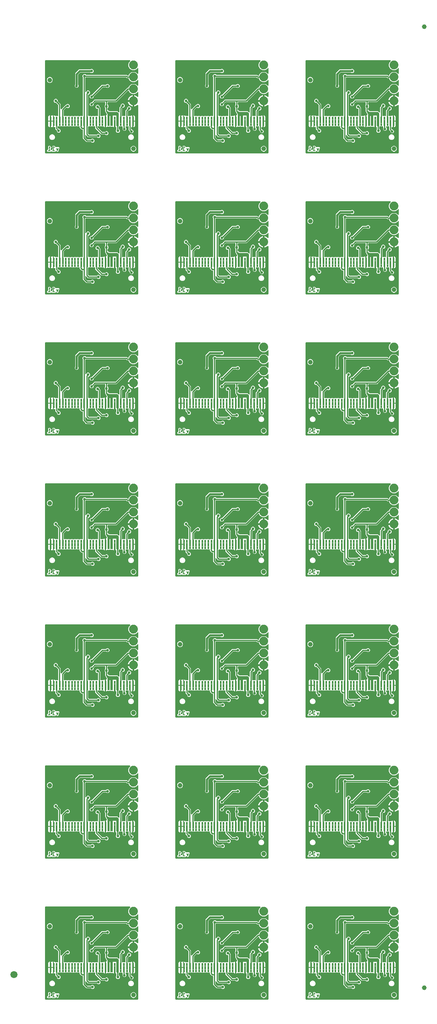
<source format=gbl>
G04 EAGLE Gerber RS-274X export*
G75*
%MOMM*%
%FSLAX34Y34*%
%LPD*%
%INBottom Copper*%
%IPPOS*%
%AMOC8*
5,1,8,0,0,1.08239X$1,22.5*%
G01*
%ADD10C,0.203200*%
%ADD11C,0.101500*%
%ADD12C,1.000000*%
%ADD13C,1.879600*%
%ADD14C,1.500000*%
%ADD15C,0.558800*%
%ADD16C,0.254000*%
%ADD17C,0.406400*%

G36*
X577908Y71383D02*
X577908Y71383D01*
X577966Y71381D01*
X578048Y71403D01*
X578132Y71415D01*
X578185Y71438D01*
X578241Y71453D01*
X578314Y71496D01*
X578391Y71531D01*
X578436Y71569D01*
X578486Y71598D01*
X578544Y71660D01*
X578608Y71714D01*
X578640Y71763D01*
X578680Y71806D01*
X578719Y71881D01*
X578766Y71951D01*
X578783Y72007D01*
X578810Y72059D01*
X578821Y72127D01*
X578851Y72222D01*
X578854Y72322D01*
X578865Y72390D01*
X578865Y173450D01*
X578861Y173479D01*
X578864Y173509D01*
X578841Y173620D01*
X578825Y173732D01*
X578813Y173759D01*
X578808Y173787D01*
X578756Y173888D01*
X578709Y173991D01*
X578690Y174014D01*
X578677Y174040D01*
X578599Y174122D01*
X578526Y174208D01*
X578501Y174225D01*
X578481Y174246D01*
X578383Y174303D01*
X578289Y174366D01*
X578261Y174375D01*
X578236Y174390D01*
X578126Y174417D01*
X578018Y174452D01*
X577989Y174452D01*
X577960Y174460D01*
X577847Y174456D01*
X577734Y174459D01*
X577705Y174452D01*
X577676Y174451D01*
X577568Y174416D01*
X577459Y174387D01*
X577433Y174372D01*
X577405Y174363D01*
X577341Y174317D01*
X577214Y174242D01*
X577171Y174196D01*
X577132Y174168D01*
X576738Y173774D01*
X575217Y172669D01*
X573543Y171816D01*
X571756Y171235D01*
X570991Y171114D01*
X570991Y181864D01*
X570983Y181922D01*
X570985Y181980D01*
X570963Y182062D01*
X570951Y182145D01*
X570927Y182199D01*
X570913Y182255D01*
X570870Y182328D01*
X570835Y182405D01*
X570797Y182449D01*
X570767Y182500D01*
X570706Y182557D01*
X570651Y182622D01*
X570603Y182654D01*
X570560Y182694D01*
X570485Y182733D01*
X570415Y182779D01*
X570359Y182797D01*
X570307Y182824D01*
X570239Y182835D01*
X570144Y182865D01*
X570044Y182868D01*
X569976Y182879D01*
X568959Y182879D01*
X568959Y182881D01*
X569976Y182881D01*
X570034Y182889D01*
X570092Y182888D01*
X570174Y182909D01*
X570257Y182921D01*
X570311Y182945D01*
X570367Y182959D01*
X570440Y183002D01*
X570517Y183037D01*
X570562Y183075D01*
X570612Y183105D01*
X570670Y183166D01*
X570734Y183221D01*
X570766Y183269D01*
X570806Y183312D01*
X570845Y183387D01*
X570891Y183457D01*
X570909Y183513D01*
X570936Y183565D01*
X570947Y183633D01*
X570977Y183728D01*
X570980Y183828D01*
X570991Y183896D01*
X570991Y194646D01*
X571756Y194525D01*
X573543Y193944D01*
X575217Y193091D01*
X576738Y191986D01*
X577132Y191592D01*
X577156Y191574D01*
X577175Y191552D01*
X577269Y191489D01*
X577359Y191421D01*
X577387Y191410D01*
X577411Y191394D01*
X577519Y191360D01*
X577625Y191320D01*
X577654Y191317D01*
X577682Y191308D01*
X577795Y191305D01*
X577908Y191296D01*
X577937Y191302D01*
X577966Y191301D01*
X578076Y191330D01*
X578187Y191352D01*
X578213Y191365D01*
X578241Y191373D01*
X578339Y191431D01*
X578439Y191483D01*
X578461Y191503D01*
X578486Y191518D01*
X578563Y191601D01*
X578645Y191679D01*
X578660Y191704D01*
X578680Y191725D01*
X578732Y191826D01*
X578789Y191924D01*
X578796Y191952D01*
X578810Y191979D01*
X578823Y192056D01*
X578859Y192200D01*
X578857Y192262D01*
X578865Y192310D01*
X578865Y200646D01*
X578861Y200675D01*
X578864Y200705D01*
X578841Y200816D01*
X578825Y200928D01*
X578813Y200955D01*
X578808Y200983D01*
X578755Y201084D01*
X578709Y201187D01*
X578690Y201210D01*
X578677Y201236D01*
X578599Y201318D01*
X578526Y201404D01*
X578501Y201421D01*
X578481Y201442D01*
X578383Y201499D01*
X578289Y201562D01*
X578261Y201571D01*
X578236Y201586D01*
X578126Y201613D01*
X578018Y201648D01*
X577988Y201648D01*
X577960Y201656D01*
X577847Y201652D01*
X577734Y201655D01*
X577705Y201648D01*
X577676Y201647D01*
X577568Y201612D01*
X577459Y201583D01*
X577433Y201568D01*
X577405Y201559D01*
X577342Y201514D01*
X577214Y201438D01*
X577171Y201392D01*
X577132Y201364D01*
X575003Y199235D01*
X571082Y197611D01*
X566838Y197611D01*
X562917Y199236D01*
X559915Y202237D01*
X559081Y204252D01*
X559022Y204351D01*
X558969Y204453D01*
X558950Y204473D01*
X558936Y204497D01*
X558853Y204576D01*
X558774Y204659D01*
X558750Y204673D01*
X558729Y204692D01*
X558627Y204745D01*
X558528Y204803D01*
X558501Y204810D01*
X558477Y204822D01*
X558364Y204845D01*
X558253Y204873D01*
X558225Y204872D01*
X558198Y204877D01*
X558083Y204868D01*
X557969Y204864D01*
X557942Y204855D01*
X557915Y204853D01*
X557807Y204812D01*
X557698Y204776D01*
X557678Y204762D01*
X557649Y204751D01*
X557437Y204590D01*
X557425Y204582D01*
X534968Y182125D01*
X533182Y180339D01*
X515366Y180339D01*
X515308Y180331D01*
X515250Y180333D01*
X515168Y180311D01*
X515084Y180299D01*
X515031Y180276D01*
X514975Y180261D01*
X514902Y180218D01*
X514825Y180183D01*
X514780Y180145D01*
X514730Y180116D01*
X514672Y180054D01*
X514608Y180000D01*
X514576Y179951D01*
X514536Y179908D01*
X514497Y179833D01*
X514450Y179763D01*
X514433Y179707D01*
X514406Y179655D01*
X514395Y179587D01*
X514365Y179492D01*
X514362Y179392D01*
X514351Y179324D01*
X514351Y175078D01*
X514363Y174992D01*
X514366Y174904D01*
X514383Y174852D01*
X514391Y174797D01*
X514426Y174717D01*
X514453Y174634D01*
X514481Y174594D01*
X514507Y174537D01*
X514603Y174424D01*
X514648Y174360D01*
X515875Y173134D01*
X515875Y169766D01*
X514648Y168540D01*
X514631Y168517D01*
X514610Y168499D01*
X514578Y168451D01*
X514536Y168406D01*
X514510Y168357D01*
X514477Y168312D01*
X514466Y168283D01*
X514452Y168262D01*
X514436Y168211D01*
X514406Y168153D01*
X514398Y168105D01*
X514376Y168047D01*
X514373Y168013D01*
X514366Y167991D01*
X514364Y167905D01*
X514364Y167899D01*
X514351Y167822D01*
X514351Y163415D01*
X514364Y163323D01*
X514368Y163230D01*
X514384Y163183D01*
X514391Y163134D01*
X514429Y163049D01*
X514458Y162961D01*
X514486Y162920D01*
X514507Y162875D01*
X514567Y162804D01*
X514620Y162727D01*
X514654Y162700D01*
X514690Y162658D01*
X514825Y162568D01*
X514885Y162521D01*
X518129Y160777D01*
X518206Y160748D01*
X518279Y160711D01*
X518331Y160703D01*
X518396Y160679D01*
X518533Y160669D01*
X518610Y160656D01*
X535459Y160656D01*
X537536Y158579D01*
X537560Y158561D01*
X537579Y158539D01*
X537673Y158476D01*
X537763Y158408D01*
X537791Y158398D01*
X537815Y158381D01*
X537923Y158347D01*
X538029Y158307D01*
X538058Y158304D01*
X538086Y158296D01*
X538200Y158293D01*
X538312Y158283D01*
X538341Y158289D01*
X538370Y158288D01*
X538480Y158317D01*
X538591Y158339D01*
X538617Y158353D01*
X538645Y158360D01*
X538743Y158418D01*
X538843Y158470D01*
X538865Y158490D01*
X538890Y158505D01*
X538967Y158588D01*
X539049Y158666D01*
X539064Y158691D01*
X539084Y158713D01*
X539136Y158814D01*
X539193Y158911D01*
X539200Y158940D01*
X539214Y158966D01*
X539227Y159043D01*
X539263Y159187D01*
X539261Y159249D01*
X539269Y159297D01*
X539269Y169694D01*
X541738Y172163D01*
X541790Y172233D01*
X541850Y172296D01*
X541876Y172346D01*
X541909Y172390D01*
X541940Y172472D01*
X541980Y172550D01*
X541988Y172597D01*
X542010Y172656D01*
X542015Y172711D01*
X542021Y172732D01*
X542023Y172809D01*
X542035Y172881D01*
X542035Y174404D01*
X544416Y176785D01*
X547784Y176785D01*
X550165Y174404D01*
X550165Y171036D01*
X547784Y168655D01*
X545837Y168655D01*
X545751Y168643D01*
X545663Y168640D01*
X545611Y168623D01*
X545556Y168615D01*
X545476Y168580D01*
X545393Y168553D01*
X545353Y168525D01*
X545296Y168499D01*
X545183Y168403D01*
X545119Y168358D01*
X544648Y167887D01*
X544596Y167817D01*
X544536Y167753D01*
X544510Y167704D01*
X544477Y167659D01*
X544446Y167578D01*
X544406Y167500D01*
X544398Y167452D01*
X544376Y167394D01*
X544364Y167246D01*
X544351Y167169D01*
X544351Y151442D01*
X544355Y151412D01*
X544352Y151383D01*
X544375Y151272D01*
X544391Y151160D01*
X544403Y151133D01*
X544408Y151105D01*
X544461Y151004D01*
X544507Y150901D01*
X544526Y150878D01*
X544539Y150852D01*
X544617Y150770D01*
X544690Y150684D01*
X544715Y150667D01*
X544735Y150646D01*
X544833Y150589D01*
X544927Y150526D01*
X544955Y150517D01*
X544980Y150502D01*
X545090Y150474D01*
X545198Y150440D01*
X545228Y150440D01*
X545256Y150432D01*
X545369Y150436D01*
X545482Y150433D01*
X545511Y150440D01*
X545540Y150441D01*
X545648Y150476D01*
X545757Y150505D01*
X545783Y150520D01*
X545811Y150529D01*
X545875Y150574D01*
X546002Y150650D01*
X546045Y150696D01*
X546084Y150724D01*
X546331Y150971D01*
X550289Y150971D01*
X550536Y150724D01*
X550560Y150706D01*
X550579Y150684D01*
X550673Y150621D01*
X550763Y150553D01*
X550791Y150542D01*
X550815Y150526D01*
X550923Y150492D01*
X551029Y150452D01*
X551058Y150449D01*
X551086Y150440D01*
X551199Y150437D01*
X551312Y150428D01*
X551341Y150434D01*
X551370Y150433D01*
X551480Y150462D01*
X551591Y150484D01*
X551617Y150497D01*
X551645Y150505D01*
X551743Y150563D01*
X551843Y150615D01*
X551865Y150635D01*
X551890Y150650D01*
X551967Y150733D01*
X552049Y150811D01*
X552064Y150836D01*
X552084Y150857D01*
X552136Y150958D01*
X552193Y151056D01*
X552200Y151084D01*
X552214Y151110D01*
X552227Y151188D01*
X552263Y151331D01*
X552261Y151394D01*
X552269Y151442D01*
X552269Y162924D01*
X555454Y166109D01*
X555466Y166125D01*
X555475Y166133D01*
X555502Y166174D01*
X555506Y166179D01*
X555566Y166243D01*
X555592Y166292D01*
X555625Y166336D01*
X555656Y166418D01*
X555696Y166496D01*
X555704Y166543D01*
X555726Y166602D01*
X555738Y166750D01*
X555751Y166827D01*
X555751Y168562D01*
X558132Y170943D01*
X561500Y170943D01*
X563881Y168562D01*
X563881Y165194D01*
X561500Y162813D01*
X559765Y162813D01*
X559678Y162801D01*
X559591Y162798D01*
X559538Y162781D01*
X559483Y162773D01*
X559404Y162738D01*
X559320Y162711D01*
X559281Y162683D01*
X559224Y162657D01*
X559111Y162561D01*
X559047Y162516D01*
X557648Y161117D01*
X557596Y161047D01*
X557536Y160983D01*
X557510Y160934D01*
X557477Y160890D01*
X557446Y160808D01*
X557406Y160730D01*
X557398Y160683D01*
X557376Y160624D01*
X557364Y160476D01*
X557351Y160399D01*
X557351Y151442D01*
X557355Y151412D01*
X557352Y151383D01*
X557375Y151272D01*
X557391Y151160D01*
X557403Y151133D01*
X557408Y151105D01*
X557461Y151004D01*
X557507Y150901D01*
X557526Y150878D01*
X557539Y150852D01*
X557617Y150770D01*
X557690Y150684D01*
X557715Y150667D01*
X557735Y150646D01*
X557833Y150589D01*
X557927Y150526D01*
X557955Y150517D01*
X557980Y150502D01*
X558090Y150474D01*
X558198Y150440D01*
X558228Y150440D01*
X558256Y150432D01*
X558369Y150436D01*
X558482Y150433D01*
X558511Y150440D01*
X558540Y150441D01*
X558648Y150476D01*
X558757Y150505D01*
X558783Y150520D01*
X558811Y150529D01*
X558875Y150574D01*
X559002Y150650D01*
X559045Y150696D01*
X559084Y150724D01*
X559331Y150971D01*
X563614Y150971D01*
X563701Y150983D01*
X563788Y150986D01*
X563841Y151003D01*
X563896Y151011D01*
X563976Y151046D01*
X564059Y151073D01*
X564098Y151101D01*
X564155Y151127D01*
X564269Y151223D01*
X564332Y151268D01*
X564696Y151632D01*
X565391Y152033D01*
X566166Y152241D01*
X566795Y152241D01*
X566795Y139700D01*
X566795Y127159D01*
X566166Y127159D01*
X565391Y127367D01*
X565374Y127377D01*
X565337Y127392D01*
X565305Y127413D01*
X565206Y127445D01*
X565110Y127483D01*
X565071Y127487D01*
X565034Y127499D01*
X564930Y127502D01*
X564827Y127512D01*
X564789Y127505D01*
X564750Y127506D01*
X564649Y127480D01*
X564547Y127462D01*
X564512Y127444D01*
X564475Y127435D01*
X564386Y127382D01*
X564293Y127336D01*
X564264Y127309D01*
X564230Y127289D01*
X564159Y127214D01*
X564083Y127144D01*
X564062Y127111D01*
X564036Y127082D01*
X563988Y126990D01*
X563934Y126901D01*
X563924Y126864D01*
X563906Y126829D01*
X563893Y126752D01*
X563859Y126627D01*
X563860Y126553D01*
X563851Y126498D01*
X563851Y123423D01*
X563863Y123336D01*
X563866Y123249D01*
X563883Y123196D01*
X563891Y123141D01*
X563926Y123062D01*
X563953Y122978D01*
X563981Y122939D01*
X564007Y122882D01*
X564103Y122769D01*
X564148Y122705D01*
X564381Y122472D01*
X564451Y122420D01*
X564515Y122360D01*
X564564Y122334D01*
X564608Y122301D01*
X564690Y122270D01*
X564768Y122230D01*
X564815Y122222D01*
X564874Y122200D01*
X565022Y122188D01*
X565099Y122175D01*
X566834Y122175D01*
X569215Y119794D01*
X569215Y116426D01*
X566834Y114045D01*
X563466Y114045D01*
X561085Y116426D01*
X561085Y118161D01*
X561073Y118248D01*
X561070Y118335D01*
X561053Y118388D01*
X561045Y118443D01*
X561010Y118522D01*
X560983Y118606D01*
X560955Y118645D01*
X560929Y118702D01*
X560833Y118815D01*
X560788Y118879D01*
X558769Y120898D01*
X558769Y127958D01*
X558765Y127988D01*
X558768Y128017D01*
X558745Y128128D01*
X558729Y128240D01*
X558717Y128267D01*
X558712Y128295D01*
X558659Y128396D01*
X558613Y128499D01*
X558594Y128522D01*
X558581Y128548D01*
X558503Y128630D01*
X558430Y128716D01*
X558405Y128733D01*
X558385Y128754D01*
X558287Y128811D01*
X558193Y128874D01*
X558165Y128883D01*
X558140Y128898D01*
X558030Y128926D01*
X557922Y128960D01*
X557892Y128960D01*
X557864Y128968D01*
X557751Y128964D01*
X557638Y128967D01*
X557609Y128960D01*
X557580Y128959D01*
X557472Y128924D01*
X557363Y128895D01*
X557337Y128880D01*
X557309Y128871D01*
X557245Y128826D01*
X557118Y128750D01*
X557075Y128704D01*
X557036Y128676D01*
X556789Y128429D01*
X552870Y128429D01*
X552841Y128425D01*
X552812Y128428D01*
X552701Y128405D01*
X552589Y128389D01*
X552562Y128377D01*
X552533Y128372D01*
X552432Y128319D01*
X552329Y128273D01*
X552307Y128254D01*
X552281Y128241D01*
X552199Y128163D01*
X552112Y128090D01*
X552096Y128065D01*
X552075Y128045D01*
X552018Y127947D01*
X551955Y127853D01*
X551946Y127825D01*
X551931Y127800D01*
X551903Y127690D01*
X551869Y127582D01*
X551868Y127552D01*
X551861Y127524D01*
X551864Y127411D01*
X551862Y127298D01*
X551869Y127269D01*
X551870Y127240D01*
X551905Y127132D01*
X551933Y127023D01*
X551948Y126997D01*
X551957Y126969D01*
X552003Y126906D01*
X552079Y126778D01*
X552124Y126735D01*
X552152Y126696D01*
X553975Y124874D01*
X553975Y121506D01*
X551594Y119125D01*
X548226Y119125D01*
X545845Y121506D01*
X545845Y123241D01*
X545833Y123328D01*
X545830Y123415D01*
X545813Y123468D01*
X545805Y123523D01*
X545770Y123602D01*
X545769Y123604D01*
X545769Y127958D01*
X545765Y127988D01*
X545768Y128017D01*
X545745Y128128D01*
X545729Y128240D01*
X545717Y128267D01*
X545712Y128295D01*
X545659Y128396D01*
X545613Y128499D01*
X545594Y128522D01*
X545581Y128548D01*
X545503Y128630D01*
X545430Y128716D01*
X545405Y128733D01*
X545385Y128754D01*
X545287Y128811D01*
X545193Y128874D01*
X545165Y128883D01*
X545140Y128898D01*
X545030Y128926D01*
X544922Y128960D01*
X544892Y128960D01*
X544864Y128968D01*
X544751Y128964D01*
X544638Y128967D01*
X544609Y128960D01*
X544580Y128959D01*
X544472Y128924D01*
X544363Y128895D01*
X544337Y128880D01*
X544309Y128871D01*
X544245Y128826D01*
X544118Y128750D01*
X544075Y128704D01*
X544036Y128676D01*
X543789Y128429D01*
X539821Y128429D01*
X539817Y128434D01*
X539744Y128477D01*
X539676Y128528D01*
X539622Y128548D01*
X539571Y128578D01*
X539489Y128599D01*
X539411Y128629D01*
X539353Y128634D01*
X539296Y128648D01*
X539212Y128645D01*
X539127Y128652D01*
X539070Y128641D01*
X539012Y128639D01*
X538932Y128613D01*
X538849Y128596D01*
X538797Y128570D01*
X538741Y128552D01*
X538685Y128511D01*
X538596Y128466D01*
X538524Y128397D01*
X538468Y128357D01*
X538148Y128037D01*
X538096Y127967D01*
X538036Y127903D01*
X538010Y127854D01*
X537977Y127810D01*
X537946Y127728D01*
X537906Y127650D01*
X537898Y127603D01*
X537876Y127544D01*
X537864Y127396D01*
X537851Y127319D01*
X537851Y123638D01*
X537863Y123552D01*
X537866Y123464D01*
X537883Y123411D01*
X537891Y123357D01*
X537926Y123277D01*
X537953Y123194D01*
X537981Y123154D01*
X538007Y123097D01*
X538103Y122984D01*
X538148Y122920D01*
X540005Y121064D01*
X540005Y117696D01*
X537624Y115315D01*
X534256Y115315D01*
X531875Y117696D01*
X531875Y121064D01*
X532472Y121660D01*
X532524Y121730D01*
X532584Y121794D01*
X532610Y121843D01*
X532643Y121887D01*
X532674Y121969D01*
X532714Y122047D01*
X532722Y122095D01*
X532744Y122153D01*
X532756Y122301D01*
X532769Y122378D01*
X532769Y126498D01*
X532764Y126536D01*
X532766Y126576D01*
X532744Y126677D01*
X532729Y126779D01*
X532713Y126815D01*
X532705Y126853D01*
X532656Y126944D01*
X532613Y127039D01*
X532588Y127069D01*
X532569Y127103D01*
X532496Y127177D01*
X532430Y127256D01*
X532397Y127277D01*
X532369Y127305D01*
X532279Y127356D01*
X532193Y127413D01*
X532156Y127425D01*
X532121Y127444D01*
X532021Y127468D01*
X531922Y127499D01*
X531883Y127500D01*
X531845Y127509D01*
X531741Y127504D01*
X531638Y127506D01*
X531600Y127496D01*
X531561Y127494D01*
X531488Y127467D01*
X531363Y127435D01*
X531299Y127397D01*
X531246Y127377D01*
X531229Y127367D01*
X530454Y127159D01*
X529825Y127159D01*
X529825Y139700D01*
X529817Y139758D01*
X529819Y139816D01*
X529797Y139898D01*
X529786Y139981D01*
X529762Y140035D01*
X529747Y140091D01*
X529704Y140164D01*
X529669Y140241D01*
X529632Y140285D01*
X529602Y140335D01*
X529540Y140393D01*
X529486Y140458D01*
X529437Y140490D01*
X529394Y140530D01*
X529319Y140568D01*
X529249Y140615D01*
X529193Y140633D01*
X529141Y140659D01*
X529073Y140671D01*
X528978Y140701D01*
X528878Y140704D01*
X528810Y140715D01*
X528752Y140707D01*
X528694Y140708D01*
X528693Y140708D01*
X528612Y140687D01*
X528528Y140675D01*
X528475Y140651D01*
X528418Y140636D01*
X528346Y140593D01*
X528269Y140559D01*
X528224Y140521D01*
X528174Y140491D01*
X528116Y140430D01*
X528052Y140375D01*
X528020Y140327D01*
X527979Y140284D01*
X527941Y140209D01*
X527894Y140139D01*
X527877Y140083D01*
X527850Y140031D01*
X527839Y139963D01*
X527809Y139868D01*
X527806Y139768D01*
X527795Y139700D01*
X527795Y127159D01*
X527166Y127159D01*
X526391Y127367D01*
X525696Y127768D01*
X525619Y127845D01*
X525549Y127897D01*
X525486Y127957D01*
X525436Y127983D01*
X525392Y128016D01*
X525310Y128047D01*
X525232Y128087D01*
X525185Y128095D01*
X525126Y128117D01*
X524979Y128129D01*
X524901Y128142D01*
X519911Y128142D01*
X519894Y128159D01*
X519847Y128194D01*
X519807Y128237D01*
X519734Y128279D01*
X519667Y128330D01*
X519612Y128351D01*
X519562Y128380D01*
X519480Y128401D01*
X519401Y128431D01*
X519343Y128436D01*
X519286Y128450D01*
X519202Y128448D01*
X519118Y128455D01*
X519060Y128443D01*
X519002Y128441D01*
X518922Y128415D01*
X518839Y128399D01*
X518787Y128372D01*
X518731Y128354D01*
X518675Y128314D01*
X518587Y128268D01*
X518514Y128199D01*
X518458Y128159D01*
X518441Y128142D01*
X513219Y128142D01*
X513132Y128130D01*
X513045Y128127D01*
X512992Y128110D01*
X512937Y128102D01*
X512857Y128067D01*
X512774Y128040D01*
X512735Y128012D01*
X512678Y127986D01*
X512564Y127890D01*
X512501Y127845D01*
X512424Y127768D01*
X511729Y127367D01*
X510954Y127159D01*
X510325Y127159D01*
X510325Y139700D01*
X510325Y152241D01*
X510954Y152241D01*
X511166Y152184D01*
X511215Y152178D01*
X511261Y152163D01*
X511355Y152161D01*
X511448Y152149D01*
X511497Y152157D01*
X511545Y152156D01*
X511636Y152180D01*
X511729Y152195D01*
X511773Y152215D01*
X511820Y152228D01*
X511901Y152276D01*
X511986Y152316D01*
X512023Y152348D01*
X512065Y152373D01*
X512129Y152442D01*
X512200Y152504D01*
X512226Y152545D01*
X512259Y152580D01*
X512302Y152664D01*
X512353Y152743D01*
X512367Y152790D01*
X512389Y152833D01*
X512401Y152907D01*
X512433Y153016D01*
X512434Y153103D01*
X512444Y153164D01*
X512444Y154860D01*
X512431Y154957D01*
X512425Y155055D01*
X512411Y155092D01*
X512404Y155141D01*
X512333Y155301D01*
X512307Y155369D01*
X510117Y159144D01*
X510049Y159232D01*
X509985Y159323D01*
X509963Y159341D01*
X509942Y159368D01*
X509750Y159505D01*
X509720Y159529D01*
X509680Y159551D01*
X509635Y159701D01*
X509600Y159775D01*
X509575Y159853D01*
X509545Y159896D01*
X509515Y159959D01*
X509426Y160063D01*
X509380Y160127D01*
X509269Y160238D01*
X509269Y160333D01*
X509256Y160430D01*
X509250Y160529D01*
X509236Y160565D01*
X509229Y160615D01*
X509158Y160775D01*
X509132Y160843D01*
X509084Y160926D01*
X509096Y160970D01*
X509109Y161080D01*
X509129Y161190D01*
X509126Y161218D01*
X509130Y161252D01*
X509092Y161485D01*
X509087Y161523D01*
X509074Y161566D01*
X509148Y161705D01*
X509176Y161781D01*
X509214Y161854D01*
X509222Y161906D01*
X509246Y161971D01*
X509256Y162108D01*
X509269Y162185D01*
X509269Y167822D01*
X509260Y167890D01*
X509261Y167940D01*
X509255Y167961D01*
X509254Y167996D01*
X509237Y168048D01*
X509229Y168103D01*
X509203Y168163D01*
X509189Y168215D01*
X509177Y168236D01*
X509167Y168266D01*
X509139Y168306D01*
X509113Y168363D01*
X509073Y168410D01*
X509044Y168459D01*
X509000Y168501D01*
X508972Y168540D01*
X507745Y169766D01*
X507745Y173134D01*
X508972Y174360D01*
X509024Y174430D01*
X509084Y174494D01*
X509110Y174543D01*
X509143Y174588D01*
X509174Y174669D01*
X509214Y174747D01*
X509222Y174795D01*
X509244Y174853D01*
X509256Y175001D01*
X509269Y175078D01*
X509269Y179324D01*
X509261Y179382D01*
X509263Y179440D01*
X509241Y179522D01*
X509229Y179606D01*
X509206Y179659D01*
X509191Y179715D01*
X509148Y179788D01*
X509113Y179865D01*
X509075Y179910D01*
X509046Y179960D01*
X508984Y180018D01*
X508930Y180082D01*
X508881Y180114D01*
X508838Y180154D01*
X508763Y180193D01*
X508693Y180240D01*
X508637Y180257D01*
X508585Y180284D01*
X508517Y180295D01*
X508422Y180325D01*
X508322Y180328D01*
X508254Y180339D01*
X488645Y180339D01*
X488558Y180327D01*
X488471Y180324D01*
X488418Y180307D01*
X488363Y180299D01*
X488284Y180264D01*
X488200Y180237D01*
X488161Y180209D01*
X488104Y180183D01*
X487991Y180087D01*
X487927Y180042D01*
X484422Y176537D01*
X484370Y176467D01*
X484310Y176403D01*
X484284Y176354D01*
X484251Y176310D01*
X484220Y176228D01*
X484180Y176150D01*
X484172Y176103D01*
X484150Y176044D01*
X484138Y175896D01*
X484125Y175819D01*
X484125Y174084D01*
X481744Y171703D01*
X478376Y171703D01*
X475995Y174084D01*
X475995Y177452D01*
X478376Y179833D01*
X480111Y179833D01*
X480198Y179845D01*
X480285Y179848D01*
X480338Y179865D01*
X480393Y179873D01*
X480472Y179908D01*
X480556Y179935D01*
X480595Y179963D01*
X480652Y179989D01*
X480765Y180085D01*
X480829Y180130D01*
X486120Y185421D01*
X530657Y185421D01*
X530744Y185433D01*
X530831Y185436D01*
X530884Y185453D01*
X530939Y185461D01*
X531018Y185496D01*
X531102Y185523D01*
X531141Y185551D01*
X531198Y185577D01*
X531311Y185673D01*
X531375Y185718D01*
X554692Y209035D01*
X556478Y210821D01*
X557786Y210821D01*
X557788Y210821D01*
X557789Y210821D01*
X557929Y210841D01*
X558068Y210861D01*
X558069Y210861D01*
X558071Y210861D01*
X558197Y210918D01*
X558327Y210977D01*
X558328Y210978D01*
X558330Y210979D01*
X558437Y211070D01*
X558544Y211160D01*
X558545Y211162D01*
X558546Y211163D01*
X558554Y211176D01*
X558702Y211397D01*
X558711Y211426D01*
X558724Y211447D01*
X559915Y214323D01*
X562917Y217324D01*
X566838Y218949D01*
X571082Y218949D01*
X575003Y217325D01*
X577132Y215196D01*
X577156Y215178D01*
X577175Y215156D01*
X577269Y215093D01*
X577359Y215025D01*
X577387Y215014D01*
X577411Y214998D01*
X577519Y214964D01*
X577625Y214924D01*
X577654Y214921D01*
X577682Y214912D01*
X577796Y214909D01*
X577908Y214900D01*
X577937Y214906D01*
X577966Y214905D01*
X578076Y214934D01*
X578187Y214956D01*
X578213Y214969D01*
X578241Y214977D01*
X578339Y215035D01*
X578439Y215087D01*
X578461Y215107D01*
X578486Y215122D01*
X578563Y215205D01*
X578645Y215283D01*
X578660Y215308D01*
X578680Y215329D01*
X578732Y215430D01*
X578789Y215528D01*
X578796Y215556D01*
X578810Y215583D01*
X578823Y215660D01*
X578859Y215803D01*
X578857Y215866D01*
X578865Y215914D01*
X578865Y226046D01*
X578861Y226075D01*
X578864Y226105D01*
X578841Y226216D01*
X578825Y226328D01*
X578813Y226355D01*
X578808Y226383D01*
X578755Y226484D01*
X578709Y226587D01*
X578690Y226610D01*
X578677Y226636D01*
X578599Y226718D01*
X578526Y226804D01*
X578501Y226821D01*
X578481Y226842D01*
X578383Y226899D01*
X578289Y226962D01*
X578261Y226971D01*
X578236Y226986D01*
X578126Y227013D01*
X578018Y227048D01*
X577988Y227048D01*
X577960Y227056D01*
X577847Y227052D01*
X577734Y227055D01*
X577705Y227048D01*
X577676Y227047D01*
X577568Y227012D01*
X577459Y226983D01*
X577433Y226968D01*
X577405Y226959D01*
X577342Y226914D01*
X577214Y226838D01*
X577171Y226792D01*
X577132Y226764D01*
X575003Y224635D01*
X571082Y223011D01*
X566838Y223011D01*
X562917Y224636D01*
X559915Y227637D01*
X558724Y230513D01*
X558723Y230514D01*
X558723Y230515D01*
X558652Y230636D01*
X558580Y230757D01*
X558579Y230758D01*
X558578Y230760D01*
X558474Y230857D01*
X558373Y230953D01*
X558372Y230953D01*
X558370Y230954D01*
X558245Y231019D01*
X558120Y231083D01*
X558119Y231083D01*
X558117Y231084D01*
X558103Y231086D01*
X557841Y231138D01*
X557811Y231135D01*
X557786Y231139D01*
X555208Y231139D01*
X553355Y232992D01*
X553285Y233044D01*
X553221Y233104D01*
X553172Y233130D01*
X553128Y233163D01*
X553046Y233194D01*
X552968Y233234D01*
X552921Y233242D01*
X552862Y233264D01*
X552714Y233276D01*
X552637Y233289D01*
X468588Y233289D01*
X468502Y233277D01*
X468414Y233274D01*
X468362Y233257D01*
X468307Y233249D01*
X468227Y233214D01*
X468144Y233187D01*
X468104Y233159D01*
X468047Y233133D01*
X467934Y233037D01*
X467870Y232992D01*
X466648Y231770D01*
X466596Y231700D01*
X466536Y231636D01*
X466510Y231587D01*
X466477Y231542D01*
X466446Y231461D01*
X466406Y231383D01*
X466398Y231335D01*
X466376Y231277D01*
X466364Y231129D01*
X466351Y231052D01*
X466351Y202770D01*
X466355Y202741D01*
X466352Y202712D01*
X466375Y202601D01*
X466391Y202489D01*
X466403Y202462D01*
X466408Y202433D01*
X466461Y202333D01*
X466507Y202229D01*
X466526Y202207D01*
X466539Y202181D01*
X466617Y202099D01*
X466690Y202012D01*
X466715Y201996D01*
X466735Y201975D01*
X466833Y201917D01*
X466927Y201855D01*
X466955Y201846D01*
X466980Y201831D01*
X467090Y201803D01*
X467198Y201769D01*
X467228Y201768D01*
X467256Y201761D01*
X467369Y201764D01*
X467482Y201762D01*
X467511Y201769D01*
X467540Y201770D01*
X467648Y201805D01*
X467757Y201833D01*
X467783Y201848D01*
X467811Y201857D01*
X467874Y201903D01*
X468002Y201979D01*
X468045Y202024D01*
X468084Y202052D01*
X470756Y204725D01*
X474124Y204725D01*
X476505Y202344D01*
X476505Y198976D01*
X474124Y196595D01*
X473866Y196595D01*
X473808Y196587D01*
X473750Y196589D01*
X473668Y196567D01*
X473584Y196555D01*
X473531Y196532D01*
X473475Y196517D01*
X473402Y196474D01*
X473325Y196439D01*
X473280Y196401D01*
X473230Y196372D01*
X473172Y196310D01*
X473108Y196256D01*
X473076Y196207D01*
X473036Y196164D01*
X472997Y196089D01*
X472950Y196019D01*
X472933Y195963D01*
X472906Y195911D01*
X472895Y195843D01*
X472865Y195748D01*
X472862Y195648D01*
X472851Y195580D01*
X472851Y151442D01*
X472855Y151412D01*
X472852Y151383D01*
X472875Y151272D01*
X472891Y151160D01*
X472903Y151133D01*
X472908Y151105D01*
X472961Y151004D01*
X473007Y150901D01*
X473026Y150878D01*
X473039Y150852D01*
X473117Y150770D01*
X473190Y150684D01*
X473215Y150667D01*
X473235Y150646D01*
X473333Y150589D01*
X473427Y150526D01*
X473455Y150517D01*
X473480Y150502D01*
X473590Y150474D01*
X473698Y150440D01*
X473728Y150440D01*
X473756Y150432D01*
X473869Y150436D01*
X473982Y150433D01*
X474011Y150440D01*
X474040Y150441D01*
X474148Y150476D01*
X474257Y150505D01*
X474283Y150520D01*
X474311Y150529D01*
X474375Y150574D01*
X474502Y150650D01*
X474545Y150696D01*
X474584Y150724D01*
X474831Y150971D01*
X478789Y150971D01*
X479342Y150418D01*
X479389Y150383D01*
X479429Y150340D01*
X479502Y150297D01*
X479569Y150247D01*
X479624Y150226D01*
X479674Y150196D01*
X479756Y150176D01*
X479835Y150146D01*
X479893Y150141D01*
X479950Y150126D01*
X480034Y150129D01*
X480118Y150122D01*
X480176Y150134D01*
X480234Y150135D01*
X480314Y150161D01*
X480397Y150178D01*
X480449Y150205D01*
X480505Y150223D01*
X480561Y150263D01*
X480649Y150309D01*
X480722Y150378D01*
X480778Y150418D01*
X481331Y150971D01*
X485289Y150971D01*
X485842Y150418D01*
X485889Y150383D01*
X485929Y150340D01*
X486002Y150297D01*
X486069Y150247D01*
X486124Y150226D01*
X486174Y150196D01*
X486256Y150176D01*
X486335Y150146D01*
X486393Y150141D01*
X486450Y150126D01*
X486534Y150129D01*
X486618Y150122D01*
X486676Y150134D01*
X486734Y150135D01*
X486814Y150161D01*
X486897Y150178D01*
X486949Y150205D01*
X487005Y150223D01*
X487061Y150263D01*
X487149Y150309D01*
X487222Y150378D01*
X487278Y150418D01*
X487831Y150971D01*
X491789Y150971D01*
X492036Y150724D01*
X492060Y150706D01*
X492079Y150684D01*
X492173Y150621D01*
X492263Y150553D01*
X492291Y150542D01*
X492315Y150526D01*
X492423Y150492D01*
X492529Y150452D01*
X492558Y150449D01*
X492586Y150440D01*
X492699Y150437D01*
X492812Y150428D01*
X492841Y150434D01*
X492870Y150433D01*
X492980Y150462D01*
X493091Y150484D01*
X493117Y150497D01*
X493145Y150505D01*
X493243Y150563D01*
X493343Y150615D01*
X493365Y150635D01*
X493390Y150650D01*
X493467Y150733D01*
X493549Y150811D01*
X493564Y150836D01*
X493584Y150857D01*
X493636Y150958D01*
X493693Y151056D01*
X493700Y151084D01*
X493714Y151110D01*
X493727Y151188D01*
X493763Y151331D01*
X493761Y151394D01*
X493769Y151442D01*
X493769Y165354D01*
X493761Y165412D01*
X493763Y165470D01*
X493741Y165552D01*
X493729Y165636D01*
X493706Y165689D01*
X493691Y165745D01*
X493648Y165818D01*
X493613Y165895D01*
X493575Y165940D01*
X493546Y165990D01*
X493484Y166048D01*
X493430Y166112D01*
X493381Y166144D01*
X493338Y166184D01*
X493263Y166223D01*
X493193Y166270D01*
X493137Y166287D01*
X493085Y166314D01*
X493017Y166325D01*
X492922Y166355D01*
X492822Y166358D01*
X492754Y166369D01*
X491076Y166369D01*
X488695Y168750D01*
X488695Y172118D01*
X491076Y174499D01*
X494444Y174499D01*
X496825Y172118D01*
X496825Y171399D01*
X496837Y171312D01*
X496840Y171225D01*
X496857Y171172D01*
X496865Y171117D01*
X496900Y171038D01*
X496927Y170954D01*
X496955Y170915D01*
X496981Y170858D01*
X497077Y170745D01*
X497122Y170681D01*
X498851Y168952D01*
X498851Y151442D01*
X498855Y151412D01*
X498852Y151383D01*
X498875Y151272D01*
X498891Y151160D01*
X498903Y151133D01*
X498908Y151105D01*
X498961Y151004D01*
X499007Y150901D01*
X499026Y150878D01*
X499039Y150852D01*
X499117Y150770D01*
X499190Y150684D01*
X499215Y150667D01*
X499235Y150646D01*
X499333Y150589D01*
X499427Y150526D01*
X499455Y150517D01*
X499480Y150502D01*
X499590Y150474D01*
X499698Y150440D01*
X499728Y150440D01*
X499756Y150432D01*
X499869Y150436D01*
X499982Y150433D01*
X500011Y150440D01*
X500040Y150441D01*
X500148Y150476D01*
X500257Y150505D01*
X500283Y150520D01*
X500311Y150529D01*
X500375Y150574D01*
X500502Y150650D01*
X500545Y150696D01*
X500584Y150724D01*
X500831Y150971D01*
X505114Y150971D01*
X505201Y150983D01*
X505288Y150986D01*
X505341Y151003D01*
X505396Y151011D01*
X505476Y151046D01*
X505559Y151073D01*
X505598Y151101D01*
X505655Y151127D01*
X505769Y151223D01*
X505832Y151268D01*
X506196Y151632D01*
X506891Y152033D01*
X507666Y152241D01*
X508295Y152241D01*
X508295Y139700D01*
X508295Y127159D01*
X507666Y127159D01*
X506891Y127367D01*
X506196Y127768D01*
X505832Y128132D01*
X505762Y128184D01*
X505699Y128244D01*
X505649Y128270D01*
X505605Y128303D01*
X505523Y128334D01*
X505445Y128374D01*
X505398Y128382D01*
X505339Y128404D01*
X505192Y128416D01*
X505114Y128429D01*
X500831Y128429D01*
X500278Y128982D01*
X500231Y129017D01*
X500191Y129060D01*
X500118Y129103D01*
X500051Y129153D01*
X499996Y129174D01*
X499946Y129204D01*
X499864Y129224D01*
X499785Y129254D01*
X499727Y129259D01*
X499670Y129274D01*
X499586Y129271D01*
X499502Y129278D01*
X499444Y129266D01*
X499386Y129265D01*
X499306Y129239D01*
X499223Y129222D01*
X499171Y129195D01*
X499115Y129177D01*
X499059Y129137D01*
X498971Y129091D01*
X498898Y129022D01*
X498842Y128982D01*
X498289Y128429D01*
X494331Y128429D01*
X494259Y128501D01*
X494236Y128519D01*
X494217Y128541D01*
X494123Y128604D01*
X494032Y128672D01*
X494004Y128683D01*
X493980Y128699D01*
X493872Y128733D01*
X493766Y128773D01*
X493737Y128776D01*
X493709Y128785D01*
X493596Y128788D01*
X493483Y128797D01*
X493454Y128791D01*
X493425Y128792D01*
X493315Y128763D01*
X493204Y128741D01*
X493178Y128727D01*
X493150Y128720D01*
X493052Y128662D01*
X492952Y128610D01*
X492931Y128590D01*
X492905Y128575D01*
X492828Y128492D01*
X492746Y128414D01*
X492731Y128389D01*
X492711Y128368D01*
X492659Y128267D01*
X492602Y128169D01*
X492595Y128140D01*
X492581Y128114D01*
X492568Y128037D01*
X492532Y127893D01*
X492534Y127831D01*
X492526Y127783D01*
X492526Y127438D01*
X492538Y127351D01*
X492541Y127264D01*
X492558Y127211D01*
X492566Y127156D01*
X492601Y127076D01*
X492628Y126993D01*
X492656Y126954D01*
X492682Y126897D01*
X492778Y126784D01*
X492823Y126720D01*
X502405Y117138D01*
X502475Y117086D01*
X502539Y117026D01*
X502588Y117000D01*
X502632Y116967D01*
X502714Y116936D01*
X502792Y116896D01*
X502839Y116888D01*
X502898Y116866D01*
X503046Y116854D01*
X503123Y116841D01*
X508182Y116841D01*
X508268Y116853D01*
X508356Y116856D01*
X508409Y116873D01*
X508463Y116881D01*
X508543Y116916D01*
X508626Y116943D01*
X508666Y116971D01*
X508723Y116997D01*
X508836Y117093D01*
X508900Y117138D01*
X510126Y118365D01*
X513494Y118365D01*
X515875Y115984D01*
X515875Y112616D01*
X513494Y110235D01*
X510126Y110235D01*
X508900Y111462D01*
X508830Y111514D01*
X508766Y111574D01*
X508717Y111600D01*
X508673Y111633D01*
X508591Y111664D01*
X508513Y111704D01*
X508465Y111712D01*
X508407Y111734D01*
X508259Y111746D01*
X508182Y111759D01*
X500598Y111759D01*
X498812Y113545D01*
X489230Y123127D01*
X487444Y124912D01*
X487444Y128134D01*
X487440Y128163D01*
X487443Y128192D01*
X487420Y128303D01*
X487405Y128415D01*
X487393Y128442D01*
X487387Y128471D01*
X487335Y128571D01*
X487288Y128674D01*
X487269Y128697D01*
X487256Y128723D01*
X487178Y128805D01*
X487105Y128891D01*
X487080Y128908D01*
X487060Y128929D01*
X486962Y128986D01*
X486868Y129049D01*
X486840Y129058D01*
X486815Y129073D01*
X486705Y129101D01*
X486597Y129135D01*
X486568Y129136D01*
X486539Y129143D01*
X486426Y129139D01*
X486313Y129142D01*
X486284Y129135D01*
X486255Y129134D01*
X486147Y129099D01*
X486038Y129070D01*
X486013Y129055D01*
X485985Y129046D01*
X485921Y129001D01*
X485793Y128925D01*
X485751Y128879D01*
X485711Y128851D01*
X485289Y128429D01*
X481331Y128429D01*
X480778Y128982D01*
X480731Y129017D01*
X480691Y129060D01*
X480618Y129103D01*
X480551Y129153D01*
X480496Y129174D01*
X480446Y129204D01*
X480364Y129224D01*
X480285Y129254D01*
X480227Y129259D01*
X480170Y129274D01*
X480086Y129271D01*
X480002Y129278D01*
X479944Y129266D01*
X479886Y129265D01*
X479806Y129239D01*
X479723Y129222D01*
X479671Y129195D01*
X479615Y129177D01*
X479559Y129137D01*
X479471Y129091D01*
X479398Y129022D01*
X479342Y128982D01*
X478789Y128429D01*
X474831Y128429D01*
X474584Y128676D01*
X474560Y128694D01*
X474541Y128716D01*
X474447Y128779D01*
X474357Y128847D01*
X474329Y128858D01*
X474305Y128874D01*
X474197Y128908D01*
X474091Y128948D01*
X474062Y128951D01*
X474034Y128960D01*
X473921Y128963D01*
X473808Y128972D01*
X473779Y128966D01*
X473750Y128967D01*
X473640Y128938D01*
X473529Y128916D01*
X473503Y128903D01*
X473475Y128895D01*
X473377Y128837D01*
X473277Y128785D01*
X473255Y128765D01*
X473230Y128750D01*
X473153Y128667D01*
X473071Y128589D01*
X473056Y128564D01*
X473036Y128543D01*
X472984Y128442D01*
X472927Y128344D01*
X472920Y128316D01*
X472906Y128290D01*
X472893Y128212D01*
X472857Y128069D01*
X472859Y128006D01*
X472851Y127958D01*
X472851Y113077D01*
X472863Y112990D01*
X472866Y112903D01*
X472883Y112850D01*
X472891Y112795D01*
X472926Y112716D01*
X472953Y112632D01*
X472981Y112593D01*
X473007Y112536D01*
X473103Y112423D01*
X473148Y112359D01*
X474211Y111296D01*
X474281Y111244D01*
X474345Y111184D01*
X474394Y111158D01*
X474438Y111125D01*
X474520Y111094D01*
X474598Y111054D01*
X474645Y111046D01*
X474704Y111024D01*
X474852Y111012D01*
X474929Y110999D01*
X491164Y110999D01*
X491250Y111011D01*
X491338Y111014D01*
X491390Y111031D01*
X491445Y111039D01*
X491525Y111074D01*
X491608Y111101D01*
X491648Y111129D01*
X491705Y111155D01*
X491818Y111251D01*
X491882Y111296D01*
X493108Y112523D01*
X496476Y112523D01*
X498857Y110142D01*
X498857Y106774D01*
X496476Y104393D01*
X493108Y104393D01*
X491882Y105620D01*
X491812Y105672D01*
X491748Y105732D01*
X491699Y105758D01*
X491654Y105791D01*
X491573Y105822D01*
X491495Y105862D01*
X491447Y105870D01*
X491389Y105892D01*
X491241Y105904D01*
X491164Y105917D01*
X472404Y105917D01*
X468084Y110237D01*
X468060Y110255D01*
X468041Y110277D01*
X467947Y110340D01*
X467857Y110408D01*
X467829Y110418D01*
X467805Y110435D01*
X467697Y110469D01*
X467591Y110509D01*
X467562Y110512D01*
X467534Y110520D01*
X467420Y110523D01*
X467308Y110533D01*
X467279Y110527D01*
X467250Y110528D01*
X467140Y110499D01*
X467029Y110477D01*
X467003Y110463D01*
X466975Y110456D01*
X466877Y110398D01*
X466777Y110346D01*
X466755Y110326D01*
X466730Y110311D01*
X466653Y110228D01*
X466571Y110150D01*
X466556Y110125D01*
X466536Y110103D01*
X466484Y110002D01*
X466427Y109905D01*
X466420Y109876D01*
X466406Y109850D01*
X466393Y109773D01*
X466357Y109629D01*
X466359Y109567D01*
X466351Y109519D01*
X466351Y105607D01*
X466363Y105520D01*
X466366Y105433D01*
X466383Y105380D01*
X466391Y105325D01*
X466426Y105246D01*
X466453Y105162D01*
X466481Y105123D01*
X466507Y105066D01*
X466603Y104953D01*
X466648Y104889D01*
X470401Y101136D01*
X470471Y101084D01*
X470535Y101024D01*
X470584Y100998D01*
X470628Y100965D01*
X470710Y100934D01*
X470788Y100894D01*
X470835Y100886D01*
X470894Y100864D01*
X471042Y100852D01*
X471119Y100839D01*
X478210Y100839D01*
X478296Y100851D01*
X478384Y100854D01*
X478436Y100871D01*
X478491Y100879D01*
X478571Y100914D01*
X478654Y100941D01*
X478694Y100969D01*
X478751Y100995D01*
X478864Y101091D01*
X478928Y101136D01*
X480154Y102363D01*
X483522Y102363D01*
X485903Y99982D01*
X485903Y96614D01*
X483522Y94233D01*
X480154Y94233D01*
X478928Y95460D01*
X478858Y95512D01*
X478794Y95572D01*
X478745Y95598D01*
X478700Y95631D01*
X478619Y95662D01*
X478541Y95702D01*
X478493Y95710D01*
X478435Y95732D01*
X478287Y95744D01*
X478210Y95757D01*
X468594Y95757D01*
X461269Y103082D01*
X461269Y120904D01*
X461261Y120962D01*
X461263Y121020D01*
X461241Y121102D01*
X461229Y121186D01*
X461206Y121239D01*
X461191Y121295D01*
X461148Y121368D01*
X461113Y121445D01*
X461075Y121490D01*
X461046Y121540D01*
X460984Y121598D01*
X460930Y121662D01*
X460881Y121694D01*
X460838Y121734D01*
X460763Y121773D01*
X460693Y121820D01*
X460637Y121837D01*
X460585Y121864D01*
X460517Y121875D01*
X460422Y121905D01*
X460322Y121908D01*
X460254Y121919D01*
X458798Y121919D01*
X454769Y125948D01*
X454769Y127958D01*
X454765Y127988D01*
X454768Y128017D01*
X454745Y128128D01*
X454729Y128240D01*
X454717Y128267D01*
X454712Y128295D01*
X454659Y128396D01*
X454613Y128499D01*
X454594Y128522D01*
X454581Y128548D01*
X454503Y128630D01*
X454430Y128716D01*
X454405Y128733D01*
X454385Y128754D01*
X454287Y128811D01*
X454193Y128874D01*
X454165Y128883D01*
X454140Y128898D01*
X454030Y128926D01*
X453922Y128960D01*
X453892Y128960D01*
X453864Y128968D01*
X453751Y128964D01*
X453638Y128967D01*
X453609Y128960D01*
X453580Y128959D01*
X453472Y128924D01*
X453363Y128895D01*
X453337Y128880D01*
X453309Y128871D01*
X453245Y128826D01*
X453118Y128750D01*
X453075Y128704D01*
X453036Y128676D01*
X452789Y128429D01*
X448831Y128429D01*
X448278Y128982D01*
X448231Y129017D01*
X448191Y129060D01*
X448118Y129103D01*
X448051Y129153D01*
X447996Y129174D01*
X447946Y129204D01*
X447864Y129224D01*
X447785Y129254D01*
X447727Y129259D01*
X447670Y129274D01*
X447586Y129271D01*
X447502Y129278D01*
X447444Y129266D01*
X447386Y129265D01*
X447306Y129239D01*
X447223Y129222D01*
X447171Y129195D01*
X447115Y129177D01*
X447059Y129137D01*
X446971Y129091D01*
X446898Y129022D01*
X446842Y128982D01*
X446289Y128429D01*
X442331Y128429D01*
X441778Y128982D01*
X441731Y129017D01*
X441691Y129060D01*
X441618Y129103D01*
X441551Y129153D01*
X441496Y129174D01*
X441446Y129204D01*
X441364Y129224D01*
X441285Y129254D01*
X441227Y129259D01*
X441170Y129274D01*
X441086Y129271D01*
X441002Y129278D01*
X440944Y129266D01*
X440886Y129265D01*
X440806Y129239D01*
X440723Y129222D01*
X440671Y129195D01*
X440615Y129177D01*
X440559Y129137D01*
X440471Y129091D01*
X440398Y129022D01*
X440342Y128982D01*
X439789Y128429D01*
X435831Y128429D01*
X435278Y128982D01*
X435231Y129017D01*
X435191Y129060D01*
X435118Y129103D01*
X435051Y129153D01*
X434996Y129174D01*
X434946Y129204D01*
X434864Y129224D01*
X434785Y129254D01*
X434727Y129259D01*
X434670Y129274D01*
X434586Y129271D01*
X434502Y129278D01*
X434444Y129266D01*
X434386Y129265D01*
X434306Y129239D01*
X434223Y129222D01*
X434171Y129195D01*
X434115Y129177D01*
X434059Y129137D01*
X433971Y129091D01*
X433898Y129022D01*
X433842Y128982D01*
X433289Y128429D01*
X429331Y128429D01*
X428778Y128982D01*
X428731Y129017D01*
X428691Y129060D01*
X428618Y129103D01*
X428551Y129153D01*
X428496Y129174D01*
X428446Y129204D01*
X428364Y129224D01*
X428285Y129254D01*
X428227Y129259D01*
X428170Y129274D01*
X428086Y129271D01*
X428002Y129278D01*
X427944Y129266D01*
X427886Y129265D01*
X427806Y129239D01*
X427723Y129222D01*
X427671Y129195D01*
X427615Y129177D01*
X427559Y129137D01*
X427471Y129091D01*
X427398Y129022D01*
X427342Y128982D01*
X426789Y128429D01*
X422831Y128429D01*
X422278Y128982D01*
X422231Y129017D01*
X422191Y129060D01*
X422118Y129103D01*
X422051Y129153D01*
X421996Y129174D01*
X421946Y129204D01*
X421864Y129224D01*
X421785Y129254D01*
X421727Y129259D01*
X421670Y129274D01*
X421586Y129271D01*
X421502Y129278D01*
X421444Y129266D01*
X421386Y129265D01*
X421306Y129239D01*
X421223Y129222D01*
X421171Y129195D01*
X421115Y129177D01*
X421059Y129137D01*
X420971Y129091D01*
X420898Y129022D01*
X420842Y128982D01*
X420289Y128429D01*
X416331Y128429D01*
X415778Y128982D01*
X415731Y129017D01*
X415691Y129060D01*
X415618Y129103D01*
X415551Y129153D01*
X415496Y129174D01*
X415446Y129204D01*
X415364Y129224D01*
X415285Y129254D01*
X415227Y129259D01*
X415170Y129274D01*
X415086Y129271D01*
X415002Y129278D01*
X414944Y129266D01*
X414886Y129265D01*
X414806Y129239D01*
X414723Y129222D01*
X414671Y129195D01*
X414615Y129177D01*
X414559Y129137D01*
X414471Y129091D01*
X414398Y129022D01*
X414342Y128982D01*
X413789Y128429D01*
X409831Y128429D01*
X409584Y128676D01*
X409560Y128694D01*
X409541Y128716D01*
X409447Y128779D01*
X409357Y128847D01*
X409329Y128858D01*
X409305Y128874D01*
X409197Y128908D01*
X409091Y128948D01*
X409062Y128951D01*
X409034Y128960D01*
X408921Y128963D01*
X408808Y128972D01*
X408779Y128966D01*
X408750Y128967D01*
X408640Y128938D01*
X408529Y128916D01*
X408503Y128903D01*
X408475Y128895D01*
X408377Y128837D01*
X408277Y128785D01*
X408255Y128765D01*
X408230Y128750D01*
X408153Y128667D01*
X408071Y128589D01*
X408056Y128564D01*
X408036Y128543D01*
X407984Y128442D01*
X407927Y128344D01*
X407920Y128316D01*
X407906Y128290D01*
X407893Y128212D01*
X407857Y128069D01*
X407859Y128006D01*
X407851Y127958D01*
X407851Y125753D01*
X407863Y125666D01*
X407866Y125579D01*
X407883Y125526D01*
X407891Y125471D01*
X407926Y125392D01*
X407953Y125308D01*
X407981Y125269D01*
X408007Y125212D01*
X408103Y125099D01*
X408148Y125035D01*
X409441Y123742D01*
X409511Y123690D01*
X409575Y123630D01*
X409624Y123604D01*
X409668Y123571D01*
X409750Y123540D01*
X409828Y123500D01*
X409875Y123492D01*
X409934Y123470D01*
X410082Y123458D01*
X410159Y123445D01*
X411894Y123445D01*
X414275Y121064D01*
X414275Y117696D01*
X411894Y115315D01*
X408526Y115315D01*
X406145Y117696D01*
X406145Y119431D01*
X406133Y119518D01*
X406130Y119605D01*
X406113Y119658D01*
X406105Y119713D01*
X406070Y119792D01*
X406043Y119876D01*
X406015Y119915D01*
X405989Y119972D01*
X405893Y120085D01*
X405848Y120149D01*
X402769Y123228D01*
X402769Y126498D01*
X402764Y126536D01*
X402766Y126576D01*
X402744Y126677D01*
X402729Y126779D01*
X402713Y126815D01*
X402705Y126853D01*
X402656Y126944D01*
X402613Y127039D01*
X402588Y127069D01*
X402569Y127103D01*
X402496Y127177D01*
X402430Y127256D01*
X402397Y127277D01*
X402369Y127305D01*
X402279Y127356D01*
X402193Y127413D01*
X402156Y127425D01*
X402121Y127444D01*
X402021Y127468D01*
X401922Y127499D01*
X401883Y127500D01*
X401845Y127509D01*
X401741Y127504D01*
X401638Y127506D01*
X401600Y127496D01*
X401561Y127494D01*
X401488Y127467D01*
X401363Y127435D01*
X401299Y127397D01*
X401246Y127377D01*
X401229Y127367D01*
X400454Y127159D01*
X399825Y127159D01*
X399825Y139700D01*
X399825Y152241D01*
X400454Y152241D01*
X401229Y152033D01*
X401924Y151632D01*
X402288Y151268D01*
X402358Y151216D01*
X402421Y151156D01*
X402471Y151130D01*
X402515Y151097D01*
X402597Y151066D01*
X402675Y151026D01*
X402722Y151018D01*
X402781Y150996D01*
X402928Y150984D01*
X403006Y150971D01*
X407289Y150971D01*
X407536Y150724D01*
X407560Y150706D01*
X407579Y150684D01*
X407673Y150621D01*
X407763Y150553D01*
X407791Y150542D01*
X407815Y150526D01*
X407923Y150492D01*
X408029Y150452D01*
X408058Y150449D01*
X408086Y150440D01*
X408199Y150437D01*
X408312Y150428D01*
X408341Y150434D01*
X408370Y150433D01*
X408480Y150462D01*
X408591Y150484D01*
X408617Y150497D01*
X408645Y150505D01*
X408743Y150563D01*
X408843Y150615D01*
X408865Y150635D01*
X408890Y150650D01*
X408967Y150733D01*
X409049Y150811D01*
X409064Y150836D01*
X409084Y150857D01*
X409136Y150958D01*
X409193Y151056D01*
X409200Y151084D01*
X409214Y151110D01*
X409227Y151188D01*
X409263Y151331D01*
X409261Y151394D01*
X409269Y151442D01*
X409269Y173457D01*
X409257Y173544D01*
X409254Y173631D01*
X409237Y173684D01*
X409229Y173739D01*
X409194Y173818D01*
X409167Y173902D01*
X409139Y173941D01*
X409113Y173998D01*
X409017Y174111D01*
X408972Y174175D01*
X404629Y178518D01*
X404559Y178570D01*
X404495Y178630D01*
X404446Y178656D01*
X404402Y178689D01*
X404320Y178720D01*
X404242Y178760D01*
X404195Y178768D01*
X404136Y178790D01*
X403988Y178802D01*
X403911Y178815D01*
X402176Y178815D01*
X399795Y181196D01*
X399795Y184564D01*
X402176Y186945D01*
X405544Y186945D01*
X407925Y184564D01*
X407925Y182829D01*
X407937Y182742D01*
X407940Y182655D01*
X407957Y182602D01*
X407965Y182547D01*
X408000Y182468D01*
X408027Y182384D01*
X408055Y182345D01*
X408081Y182288D01*
X408177Y182175D01*
X408222Y182111D01*
X412565Y177768D01*
X414351Y175982D01*
X414351Y166141D01*
X414355Y166112D01*
X414352Y166083D01*
X414375Y165972D01*
X414391Y165859D01*
X414403Y165833D01*
X414408Y165804D01*
X414460Y165703D01*
X414507Y165600D01*
X414526Y165578D01*
X414539Y165552D01*
X414617Y165470D01*
X414690Y165383D01*
X414715Y165367D01*
X414735Y165345D01*
X414833Y165288D01*
X414927Y165225D01*
X414955Y165217D01*
X414980Y165202D01*
X415090Y165174D01*
X415198Y165140D01*
X415228Y165139D01*
X415256Y165132D01*
X415369Y165135D01*
X415482Y165132D01*
X415511Y165140D01*
X415540Y165141D01*
X415648Y165176D01*
X415757Y165204D01*
X415783Y165219D01*
X415811Y165228D01*
X415874Y165274D01*
X416002Y165349D01*
X416045Y165395D01*
X416084Y165423D01*
X425160Y174499D01*
X425886Y174499D01*
X425972Y174511D01*
X426060Y174514D01*
X426113Y174531D01*
X426167Y174539D01*
X426247Y174574D01*
X426330Y174601D01*
X426370Y174629D01*
X426427Y174655D01*
X426540Y174751D01*
X426604Y174796D01*
X427830Y176023D01*
X431198Y176023D01*
X433579Y173642D01*
X433579Y170274D01*
X431198Y167893D01*
X427830Y167893D01*
X427503Y168220D01*
X427457Y168255D01*
X427416Y168298D01*
X427343Y168341D01*
X427276Y168391D01*
X427221Y168412D01*
X427171Y168442D01*
X427089Y168462D01*
X427010Y168492D01*
X426952Y168497D01*
X426895Y168512D01*
X426811Y168509D01*
X426727Y168516D01*
X426670Y168505D01*
X426611Y168503D01*
X426531Y168477D01*
X426448Y168460D01*
X426396Y168433D01*
X426341Y168415D01*
X426285Y168375D01*
X426196Y168329D01*
X426124Y168260D01*
X426068Y168220D01*
X421148Y163301D01*
X421096Y163231D01*
X421036Y163167D01*
X421010Y163118D01*
X420977Y163074D01*
X420946Y162992D01*
X420906Y162914D01*
X420898Y162867D01*
X420876Y162808D01*
X420864Y162660D01*
X420851Y162583D01*
X420851Y151442D01*
X420855Y151412D01*
X420852Y151383D01*
X420875Y151272D01*
X420891Y151160D01*
X420903Y151133D01*
X420908Y151105D01*
X420961Y151004D01*
X421007Y150901D01*
X421026Y150878D01*
X421039Y150852D01*
X421117Y150770D01*
X421190Y150684D01*
X421215Y150667D01*
X421235Y150646D01*
X421333Y150589D01*
X421427Y150526D01*
X421455Y150517D01*
X421480Y150502D01*
X421590Y150474D01*
X421698Y150440D01*
X421728Y150440D01*
X421756Y150432D01*
X421869Y150436D01*
X421982Y150433D01*
X422011Y150440D01*
X422040Y150441D01*
X422148Y150476D01*
X422257Y150505D01*
X422283Y150520D01*
X422311Y150529D01*
X422375Y150574D01*
X422502Y150650D01*
X422545Y150696D01*
X422584Y150724D01*
X422831Y150971D01*
X426789Y150971D01*
X427342Y150418D01*
X427389Y150383D01*
X427429Y150340D01*
X427502Y150297D01*
X427569Y150247D01*
X427624Y150226D01*
X427674Y150196D01*
X427756Y150176D01*
X427835Y150146D01*
X427893Y150141D01*
X427950Y150126D01*
X428034Y150129D01*
X428118Y150122D01*
X428176Y150134D01*
X428234Y150135D01*
X428314Y150161D01*
X428397Y150178D01*
X428449Y150205D01*
X428505Y150223D01*
X428561Y150263D01*
X428649Y150309D01*
X428722Y150378D01*
X428778Y150418D01*
X429331Y150971D01*
X433289Y150971D01*
X433842Y150418D01*
X433889Y150383D01*
X433929Y150340D01*
X434002Y150297D01*
X434069Y150247D01*
X434124Y150226D01*
X434174Y150196D01*
X434256Y150176D01*
X434335Y150146D01*
X434393Y150141D01*
X434450Y150126D01*
X434534Y150129D01*
X434618Y150122D01*
X434676Y150134D01*
X434734Y150135D01*
X434814Y150161D01*
X434897Y150178D01*
X434949Y150205D01*
X435005Y150223D01*
X435061Y150263D01*
X435149Y150309D01*
X435222Y150378D01*
X435278Y150418D01*
X435831Y150971D01*
X439789Y150971D01*
X440342Y150418D01*
X440389Y150383D01*
X440429Y150340D01*
X440502Y150297D01*
X440569Y150247D01*
X440624Y150226D01*
X440674Y150196D01*
X440756Y150176D01*
X440835Y150146D01*
X440893Y150141D01*
X440950Y150126D01*
X441034Y150129D01*
X441118Y150122D01*
X441176Y150134D01*
X441234Y150135D01*
X441314Y150161D01*
X441397Y150178D01*
X441449Y150205D01*
X441505Y150223D01*
X441561Y150263D01*
X441649Y150309D01*
X441722Y150378D01*
X441778Y150418D01*
X442331Y150971D01*
X446289Y150971D01*
X446842Y150418D01*
X446889Y150383D01*
X446929Y150340D01*
X447002Y150297D01*
X447069Y150247D01*
X447124Y150226D01*
X447174Y150196D01*
X447256Y150176D01*
X447335Y150146D01*
X447393Y150141D01*
X447450Y150126D01*
X447534Y150129D01*
X447618Y150122D01*
X447676Y150134D01*
X447734Y150135D01*
X447814Y150161D01*
X447897Y150178D01*
X447949Y150205D01*
X448005Y150223D01*
X448061Y150263D01*
X448149Y150309D01*
X448222Y150378D01*
X448278Y150418D01*
X448831Y150971D01*
X452789Y150971D01*
X453342Y150418D01*
X453389Y150383D01*
X453429Y150340D01*
X453502Y150297D01*
X453569Y150247D01*
X453624Y150226D01*
X453674Y150196D01*
X453756Y150176D01*
X453835Y150146D01*
X453893Y150141D01*
X453950Y150126D01*
X454034Y150129D01*
X454118Y150122D01*
X454176Y150134D01*
X454234Y150135D01*
X454314Y150161D01*
X454397Y150178D01*
X454449Y150205D01*
X454505Y150223D01*
X454561Y150263D01*
X454649Y150309D01*
X454722Y150378D01*
X454778Y150418D01*
X455331Y150971D01*
X459289Y150971D01*
X459536Y150724D01*
X459560Y150706D01*
X459579Y150684D01*
X459673Y150621D01*
X459763Y150553D01*
X459791Y150542D01*
X459815Y150526D01*
X459923Y150492D01*
X460029Y150452D01*
X460058Y150449D01*
X460086Y150440D01*
X460199Y150437D01*
X460312Y150428D01*
X460341Y150434D01*
X460370Y150433D01*
X460480Y150462D01*
X460591Y150484D01*
X460617Y150497D01*
X460645Y150505D01*
X460743Y150563D01*
X460843Y150615D01*
X460865Y150635D01*
X460890Y150650D01*
X460967Y150733D01*
X461049Y150811D01*
X461064Y150836D01*
X461084Y150857D01*
X461136Y150958D01*
X461193Y151056D01*
X461200Y151084D01*
X461214Y151110D01*
X461227Y151188D01*
X461263Y151331D01*
X461261Y151394D01*
X461269Y151442D01*
X461269Y233352D01*
X461257Y233438D01*
X461254Y233526D01*
X461237Y233579D01*
X461229Y233633D01*
X461194Y233713D01*
X461167Y233796D01*
X461139Y233836D01*
X461113Y233893D01*
X461017Y234006D01*
X460972Y234070D01*
X460895Y234146D01*
X460895Y237514D01*
X463276Y239895D01*
X466644Y239895D01*
X467870Y238668D01*
X467940Y238616D01*
X468004Y238556D01*
X468053Y238530D01*
X468098Y238497D01*
X468179Y238466D01*
X468257Y238426D01*
X468305Y238418D01*
X468363Y238396D01*
X468511Y238384D01*
X468588Y238371D01*
X555162Y238371D01*
X557015Y236518D01*
X557085Y236466D01*
X557149Y236406D01*
X557198Y236380D01*
X557242Y236347D01*
X557324Y236316D01*
X557402Y236276D01*
X557449Y236268D01*
X557508Y236246D01*
X557656Y236234D01*
X557733Y236221D01*
X557786Y236221D01*
X557788Y236221D01*
X557789Y236221D01*
X557929Y236241D01*
X558068Y236261D01*
X558069Y236261D01*
X558071Y236261D01*
X558197Y236318D01*
X558327Y236377D01*
X558328Y236378D01*
X558330Y236379D01*
X558436Y236469D01*
X558544Y236560D01*
X558545Y236562D01*
X558546Y236563D01*
X558554Y236576D01*
X558702Y236797D01*
X558711Y236826D01*
X558724Y236847D01*
X559915Y239723D01*
X562917Y242724D01*
X566838Y244349D01*
X571082Y244349D01*
X575003Y242725D01*
X577132Y240596D01*
X577156Y240578D01*
X577175Y240556D01*
X577269Y240493D01*
X577359Y240425D01*
X577387Y240414D01*
X577411Y240398D01*
X577519Y240364D01*
X577625Y240324D01*
X577654Y240321D01*
X577682Y240312D01*
X577796Y240309D01*
X577908Y240300D01*
X577937Y240306D01*
X577966Y240305D01*
X578076Y240334D01*
X578187Y240356D01*
X578213Y240369D01*
X578241Y240377D01*
X578339Y240435D01*
X578439Y240487D01*
X578461Y240507D01*
X578486Y240522D01*
X578563Y240605D01*
X578645Y240683D01*
X578660Y240708D01*
X578680Y240729D01*
X578732Y240830D01*
X578789Y240928D01*
X578796Y240956D01*
X578810Y240983D01*
X578823Y241060D01*
X578859Y241203D01*
X578857Y241266D01*
X578865Y241314D01*
X578865Y251446D01*
X578861Y251475D01*
X578864Y251505D01*
X578841Y251616D01*
X578825Y251728D01*
X578813Y251755D01*
X578808Y251783D01*
X578755Y251884D01*
X578709Y251987D01*
X578690Y252010D01*
X578677Y252036D01*
X578599Y252118D01*
X578526Y252204D01*
X578501Y252221D01*
X578481Y252242D01*
X578383Y252299D01*
X578289Y252362D01*
X578261Y252371D01*
X578236Y252386D01*
X578126Y252413D01*
X578018Y252448D01*
X577988Y252448D01*
X577960Y252456D01*
X577847Y252452D01*
X577734Y252455D01*
X577705Y252448D01*
X577676Y252447D01*
X577568Y252412D01*
X577459Y252383D01*
X577433Y252368D01*
X577405Y252359D01*
X577342Y252314D01*
X577214Y252238D01*
X577171Y252192D01*
X577132Y252164D01*
X575003Y250035D01*
X571082Y248411D01*
X566838Y248411D01*
X562917Y250036D01*
X559916Y253037D01*
X558291Y256958D01*
X558291Y261202D01*
X559915Y265123D01*
X562044Y267252D01*
X562062Y267276D01*
X562084Y267295D01*
X562147Y267389D01*
X562215Y267479D01*
X562226Y267507D01*
X562242Y267531D01*
X562276Y267639D01*
X562316Y267745D01*
X562319Y267774D01*
X562328Y267802D01*
X562331Y267916D01*
X562340Y268028D01*
X562334Y268057D01*
X562335Y268086D01*
X562306Y268196D01*
X562284Y268307D01*
X562271Y268333D01*
X562263Y268361D01*
X562205Y268459D01*
X562153Y268559D01*
X562133Y268581D01*
X562118Y268606D01*
X562035Y268683D01*
X561957Y268765D01*
X561932Y268780D01*
X561911Y268800D01*
X561810Y268852D01*
X561712Y268909D01*
X561684Y268916D01*
X561657Y268930D01*
X561580Y268943D01*
X561437Y268979D01*
X561374Y268977D01*
X561326Y268985D01*
X382270Y268985D01*
X382212Y268977D01*
X382154Y268979D01*
X382072Y268957D01*
X381988Y268945D01*
X381935Y268922D01*
X381879Y268907D01*
X381806Y268864D01*
X381729Y268829D01*
X381684Y268791D01*
X381634Y268762D01*
X381576Y268700D01*
X381512Y268646D01*
X381480Y268597D01*
X381440Y268554D01*
X381401Y268479D01*
X381354Y268409D01*
X381337Y268353D01*
X381310Y268301D01*
X381299Y268233D01*
X381269Y268138D01*
X381266Y268038D01*
X381255Y267970D01*
X381255Y72390D01*
X381263Y72332D01*
X381261Y72274D01*
X381283Y72192D01*
X381295Y72108D01*
X381318Y72055D01*
X381333Y71999D01*
X381376Y71926D01*
X381411Y71849D01*
X381449Y71804D01*
X381478Y71754D01*
X381540Y71696D01*
X381594Y71632D01*
X381643Y71600D01*
X381686Y71560D01*
X381761Y71521D01*
X381831Y71474D01*
X381887Y71457D01*
X381939Y71430D01*
X382007Y71419D01*
X382102Y71389D01*
X382202Y71386D01*
X382270Y71375D01*
X577850Y71375D01*
X577908Y71383D01*
G37*
G36*
X577908Y1869703D02*
X577908Y1869703D01*
X577966Y1869701D01*
X578048Y1869723D01*
X578132Y1869735D01*
X578185Y1869758D01*
X578241Y1869773D01*
X578314Y1869816D01*
X578391Y1869851D01*
X578436Y1869889D01*
X578486Y1869918D01*
X578544Y1869980D01*
X578608Y1870034D01*
X578640Y1870083D01*
X578680Y1870126D01*
X578719Y1870201D01*
X578766Y1870271D01*
X578783Y1870327D01*
X578810Y1870379D01*
X578821Y1870447D01*
X578851Y1870542D01*
X578854Y1870642D01*
X578865Y1870710D01*
X578865Y1971770D01*
X578861Y1971799D01*
X578864Y1971829D01*
X578841Y1971940D01*
X578825Y1972052D01*
X578813Y1972079D01*
X578808Y1972107D01*
X578756Y1972208D01*
X578709Y1972311D01*
X578690Y1972334D01*
X578677Y1972360D01*
X578599Y1972442D01*
X578526Y1972528D01*
X578501Y1972545D01*
X578481Y1972566D01*
X578383Y1972623D01*
X578289Y1972686D01*
X578261Y1972695D01*
X578236Y1972710D01*
X578126Y1972737D01*
X578018Y1972772D01*
X577989Y1972772D01*
X577960Y1972780D01*
X577847Y1972776D01*
X577734Y1972779D01*
X577705Y1972772D01*
X577676Y1972771D01*
X577568Y1972736D01*
X577459Y1972707D01*
X577433Y1972692D01*
X577405Y1972683D01*
X577341Y1972637D01*
X577214Y1972562D01*
X577171Y1972516D01*
X577132Y1972488D01*
X576738Y1972094D01*
X575217Y1970989D01*
X573543Y1970136D01*
X571756Y1969555D01*
X570991Y1969434D01*
X570991Y1980184D01*
X570983Y1980242D01*
X570985Y1980300D01*
X570963Y1980382D01*
X570951Y1980465D01*
X570927Y1980519D01*
X570913Y1980575D01*
X570870Y1980648D01*
X570835Y1980725D01*
X570797Y1980769D01*
X570767Y1980820D01*
X570706Y1980877D01*
X570651Y1980942D01*
X570603Y1980974D01*
X570560Y1981014D01*
X570485Y1981053D01*
X570415Y1981099D01*
X570359Y1981117D01*
X570307Y1981144D01*
X570239Y1981155D01*
X570144Y1981185D01*
X570044Y1981188D01*
X569976Y1981199D01*
X568959Y1981199D01*
X568959Y1981201D01*
X569976Y1981201D01*
X570034Y1981209D01*
X570092Y1981208D01*
X570174Y1981229D01*
X570257Y1981241D01*
X570311Y1981265D01*
X570367Y1981279D01*
X570440Y1981322D01*
X570517Y1981357D01*
X570562Y1981395D01*
X570612Y1981425D01*
X570670Y1981486D01*
X570734Y1981541D01*
X570766Y1981589D01*
X570806Y1981632D01*
X570845Y1981707D01*
X570891Y1981777D01*
X570909Y1981833D01*
X570936Y1981885D01*
X570947Y1981953D01*
X570977Y1982048D01*
X570980Y1982148D01*
X570991Y1982216D01*
X570991Y1992966D01*
X571756Y1992845D01*
X573543Y1992264D01*
X575217Y1991411D01*
X576738Y1990306D01*
X577132Y1989912D01*
X577156Y1989894D01*
X577175Y1989872D01*
X577269Y1989809D01*
X577359Y1989741D01*
X577387Y1989730D01*
X577411Y1989714D01*
X577519Y1989680D01*
X577625Y1989640D01*
X577654Y1989637D01*
X577682Y1989628D01*
X577795Y1989625D01*
X577908Y1989616D01*
X577937Y1989622D01*
X577966Y1989621D01*
X578076Y1989650D01*
X578187Y1989672D01*
X578213Y1989685D01*
X578241Y1989693D01*
X578339Y1989751D01*
X578439Y1989803D01*
X578461Y1989823D01*
X578486Y1989838D01*
X578563Y1989921D01*
X578645Y1989999D01*
X578660Y1990024D01*
X578680Y1990045D01*
X578732Y1990146D01*
X578789Y1990244D01*
X578796Y1990272D01*
X578810Y1990299D01*
X578823Y1990376D01*
X578859Y1990520D01*
X578857Y1990582D01*
X578865Y1990630D01*
X578865Y1998966D01*
X578861Y1998995D01*
X578864Y1999025D01*
X578841Y1999136D01*
X578825Y1999248D01*
X578813Y1999275D01*
X578808Y1999303D01*
X578755Y1999404D01*
X578709Y1999507D01*
X578690Y1999530D01*
X578677Y1999556D01*
X578599Y1999638D01*
X578526Y1999724D01*
X578501Y1999741D01*
X578481Y1999762D01*
X578383Y1999819D01*
X578289Y1999882D01*
X578261Y1999891D01*
X578236Y1999906D01*
X578126Y1999933D01*
X578018Y1999968D01*
X577988Y1999968D01*
X577960Y1999976D01*
X577847Y1999972D01*
X577734Y1999975D01*
X577705Y1999968D01*
X577676Y1999967D01*
X577568Y1999932D01*
X577459Y1999903D01*
X577433Y1999888D01*
X577405Y1999879D01*
X577342Y1999834D01*
X577214Y1999758D01*
X577171Y1999712D01*
X577132Y1999684D01*
X575003Y1997555D01*
X571082Y1995931D01*
X566838Y1995931D01*
X562917Y1997556D01*
X559915Y2000557D01*
X559081Y2002572D01*
X559022Y2002671D01*
X558969Y2002773D01*
X558950Y2002793D01*
X558936Y2002817D01*
X558853Y2002896D01*
X558774Y2002979D01*
X558750Y2002993D01*
X558729Y2003012D01*
X558627Y2003065D01*
X558528Y2003123D01*
X558501Y2003130D01*
X558477Y2003142D01*
X558364Y2003165D01*
X558253Y2003193D01*
X558225Y2003192D01*
X558198Y2003197D01*
X558083Y2003188D01*
X557969Y2003184D01*
X557942Y2003175D01*
X557915Y2003173D01*
X557807Y2003132D01*
X557698Y2003096D01*
X557678Y2003082D01*
X557649Y2003071D01*
X557437Y2002910D01*
X557425Y2002902D01*
X534968Y1980445D01*
X533182Y1978659D01*
X515366Y1978659D01*
X515308Y1978651D01*
X515250Y1978653D01*
X515168Y1978631D01*
X515084Y1978619D01*
X515031Y1978596D01*
X514975Y1978581D01*
X514902Y1978538D01*
X514825Y1978503D01*
X514780Y1978465D01*
X514730Y1978436D01*
X514672Y1978374D01*
X514608Y1978320D01*
X514576Y1978271D01*
X514536Y1978228D01*
X514497Y1978153D01*
X514450Y1978083D01*
X514433Y1978027D01*
X514406Y1977975D01*
X514395Y1977907D01*
X514365Y1977812D01*
X514362Y1977712D01*
X514351Y1977644D01*
X514351Y1973398D01*
X514363Y1973312D01*
X514366Y1973224D01*
X514383Y1973172D01*
X514391Y1973117D01*
X514426Y1973037D01*
X514453Y1972954D01*
X514481Y1972914D01*
X514507Y1972857D01*
X514603Y1972744D01*
X514648Y1972680D01*
X515875Y1971454D01*
X515875Y1968086D01*
X514648Y1966860D01*
X514631Y1966837D01*
X514610Y1966819D01*
X514578Y1966771D01*
X514536Y1966726D01*
X514510Y1966677D01*
X514477Y1966632D01*
X514466Y1966603D01*
X514452Y1966582D01*
X514436Y1966531D01*
X514406Y1966473D01*
X514398Y1966425D01*
X514376Y1966367D01*
X514373Y1966333D01*
X514366Y1966311D01*
X514364Y1966225D01*
X514364Y1966219D01*
X514351Y1966142D01*
X514351Y1961735D01*
X514364Y1961643D01*
X514368Y1961550D01*
X514384Y1961503D01*
X514391Y1961454D01*
X514429Y1961369D01*
X514458Y1961281D01*
X514486Y1961240D01*
X514507Y1961195D01*
X514567Y1961124D01*
X514620Y1961047D01*
X514654Y1961020D01*
X514690Y1960978D01*
X514825Y1960888D01*
X514885Y1960841D01*
X518129Y1959097D01*
X518206Y1959068D01*
X518279Y1959031D01*
X518331Y1959023D01*
X518396Y1958999D01*
X518533Y1958989D01*
X518610Y1958976D01*
X535459Y1958976D01*
X537536Y1956899D01*
X537560Y1956881D01*
X537579Y1956859D01*
X537673Y1956796D01*
X537763Y1956728D01*
X537791Y1956718D01*
X537815Y1956701D01*
X537923Y1956667D01*
X538029Y1956627D01*
X538058Y1956624D01*
X538086Y1956616D01*
X538200Y1956613D01*
X538312Y1956603D01*
X538341Y1956609D01*
X538370Y1956608D01*
X538480Y1956637D01*
X538591Y1956659D01*
X538617Y1956673D01*
X538645Y1956680D01*
X538743Y1956738D01*
X538843Y1956790D01*
X538865Y1956810D01*
X538890Y1956825D01*
X538967Y1956908D01*
X539049Y1956986D01*
X539064Y1957011D01*
X539084Y1957033D01*
X539136Y1957134D01*
X539193Y1957231D01*
X539200Y1957260D01*
X539214Y1957286D01*
X539227Y1957363D01*
X539263Y1957507D01*
X539261Y1957569D01*
X539269Y1957617D01*
X539269Y1968014D01*
X541738Y1970483D01*
X541790Y1970553D01*
X541850Y1970616D01*
X541876Y1970666D01*
X541909Y1970710D01*
X541940Y1970792D01*
X541980Y1970870D01*
X541988Y1970917D01*
X542010Y1970976D01*
X542015Y1971031D01*
X542021Y1971052D01*
X542023Y1971129D01*
X542035Y1971201D01*
X542035Y1972724D01*
X544416Y1975105D01*
X547784Y1975105D01*
X550165Y1972724D01*
X550165Y1969356D01*
X547784Y1966975D01*
X545837Y1966975D01*
X545751Y1966963D01*
X545663Y1966960D01*
X545611Y1966943D01*
X545556Y1966935D01*
X545476Y1966900D01*
X545393Y1966873D01*
X545353Y1966845D01*
X545296Y1966819D01*
X545183Y1966723D01*
X545119Y1966678D01*
X544648Y1966207D01*
X544596Y1966137D01*
X544536Y1966073D01*
X544510Y1966024D01*
X544477Y1965979D01*
X544446Y1965898D01*
X544406Y1965820D01*
X544398Y1965772D01*
X544376Y1965714D01*
X544364Y1965566D01*
X544351Y1965489D01*
X544351Y1949762D01*
X544355Y1949732D01*
X544352Y1949703D01*
X544375Y1949592D01*
X544391Y1949480D01*
X544403Y1949453D01*
X544408Y1949425D01*
X544461Y1949324D01*
X544507Y1949221D01*
X544526Y1949198D01*
X544539Y1949172D01*
X544617Y1949090D01*
X544690Y1949004D01*
X544715Y1948987D01*
X544735Y1948966D01*
X544833Y1948909D01*
X544927Y1948846D01*
X544955Y1948837D01*
X544980Y1948822D01*
X545090Y1948794D01*
X545198Y1948760D01*
X545228Y1948760D01*
X545256Y1948752D01*
X545369Y1948756D01*
X545482Y1948753D01*
X545511Y1948760D01*
X545540Y1948761D01*
X545648Y1948796D01*
X545757Y1948825D01*
X545783Y1948840D01*
X545811Y1948849D01*
X545875Y1948894D01*
X546002Y1948970D01*
X546045Y1949016D01*
X546084Y1949044D01*
X546331Y1949291D01*
X550289Y1949291D01*
X550536Y1949044D01*
X550560Y1949026D01*
X550579Y1949004D01*
X550673Y1948941D01*
X550763Y1948873D01*
X550791Y1948862D01*
X550815Y1948846D01*
X550923Y1948812D01*
X551029Y1948772D01*
X551058Y1948769D01*
X551086Y1948760D01*
X551199Y1948757D01*
X551312Y1948748D01*
X551341Y1948754D01*
X551370Y1948753D01*
X551480Y1948782D01*
X551591Y1948804D01*
X551617Y1948817D01*
X551645Y1948825D01*
X551743Y1948883D01*
X551843Y1948935D01*
X551865Y1948955D01*
X551890Y1948970D01*
X551967Y1949053D01*
X552049Y1949131D01*
X552064Y1949156D01*
X552084Y1949177D01*
X552136Y1949278D01*
X552193Y1949376D01*
X552200Y1949404D01*
X552214Y1949430D01*
X552227Y1949508D01*
X552263Y1949651D01*
X552261Y1949714D01*
X552269Y1949762D01*
X552269Y1961244D01*
X555454Y1964429D01*
X555466Y1964445D01*
X555475Y1964453D01*
X555502Y1964494D01*
X555506Y1964499D01*
X555566Y1964563D01*
X555592Y1964612D01*
X555625Y1964656D01*
X555656Y1964738D01*
X555696Y1964816D01*
X555704Y1964863D01*
X555726Y1964922D01*
X555738Y1965070D01*
X555751Y1965147D01*
X555751Y1966882D01*
X558132Y1969263D01*
X561500Y1969263D01*
X563881Y1966882D01*
X563881Y1963514D01*
X561500Y1961133D01*
X559765Y1961133D01*
X559678Y1961121D01*
X559591Y1961118D01*
X559538Y1961101D01*
X559483Y1961093D01*
X559404Y1961058D01*
X559320Y1961031D01*
X559281Y1961003D01*
X559224Y1960977D01*
X559111Y1960881D01*
X559047Y1960836D01*
X557648Y1959437D01*
X557596Y1959367D01*
X557536Y1959303D01*
X557510Y1959254D01*
X557477Y1959210D01*
X557446Y1959128D01*
X557406Y1959050D01*
X557398Y1959003D01*
X557376Y1958944D01*
X557364Y1958796D01*
X557351Y1958719D01*
X557351Y1949762D01*
X557355Y1949732D01*
X557352Y1949703D01*
X557375Y1949592D01*
X557391Y1949480D01*
X557403Y1949453D01*
X557408Y1949425D01*
X557461Y1949324D01*
X557507Y1949221D01*
X557526Y1949198D01*
X557539Y1949172D01*
X557617Y1949090D01*
X557690Y1949004D01*
X557715Y1948987D01*
X557735Y1948966D01*
X557833Y1948909D01*
X557927Y1948846D01*
X557955Y1948837D01*
X557980Y1948822D01*
X558090Y1948794D01*
X558198Y1948760D01*
X558228Y1948760D01*
X558256Y1948752D01*
X558369Y1948756D01*
X558482Y1948753D01*
X558511Y1948760D01*
X558540Y1948761D01*
X558648Y1948796D01*
X558757Y1948825D01*
X558783Y1948840D01*
X558811Y1948849D01*
X558875Y1948894D01*
X559002Y1948970D01*
X559045Y1949016D01*
X559084Y1949044D01*
X559331Y1949291D01*
X563614Y1949291D01*
X563701Y1949303D01*
X563788Y1949306D01*
X563841Y1949323D01*
X563896Y1949331D01*
X563976Y1949366D01*
X564059Y1949393D01*
X564098Y1949421D01*
X564155Y1949447D01*
X564269Y1949543D01*
X564332Y1949588D01*
X564696Y1949952D01*
X565391Y1950353D01*
X566166Y1950561D01*
X566795Y1950561D01*
X566795Y1938020D01*
X566795Y1925479D01*
X566166Y1925479D01*
X565391Y1925687D01*
X565374Y1925697D01*
X565337Y1925712D01*
X565305Y1925733D01*
X565206Y1925765D01*
X565110Y1925803D01*
X565071Y1925807D01*
X565034Y1925819D01*
X564930Y1925822D01*
X564827Y1925832D01*
X564789Y1925825D01*
X564750Y1925826D01*
X564649Y1925800D01*
X564547Y1925782D01*
X564512Y1925764D01*
X564475Y1925755D01*
X564386Y1925702D01*
X564293Y1925656D01*
X564264Y1925629D01*
X564230Y1925609D01*
X564159Y1925534D01*
X564083Y1925464D01*
X564062Y1925431D01*
X564036Y1925402D01*
X563988Y1925310D01*
X563934Y1925221D01*
X563924Y1925184D01*
X563906Y1925149D01*
X563893Y1925072D01*
X563859Y1924947D01*
X563860Y1924873D01*
X563851Y1924818D01*
X563851Y1921743D01*
X563863Y1921656D01*
X563866Y1921569D01*
X563883Y1921516D01*
X563891Y1921461D01*
X563926Y1921382D01*
X563953Y1921298D01*
X563981Y1921259D01*
X564007Y1921202D01*
X564103Y1921089D01*
X564148Y1921025D01*
X564381Y1920792D01*
X564451Y1920740D01*
X564515Y1920680D01*
X564564Y1920654D01*
X564608Y1920621D01*
X564690Y1920590D01*
X564768Y1920550D01*
X564815Y1920542D01*
X564874Y1920520D01*
X565022Y1920508D01*
X565099Y1920495D01*
X566834Y1920495D01*
X569215Y1918114D01*
X569215Y1914746D01*
X566834Y1912365D01*
X563466Y1912365D01*
X561085Y1914746D01*
X561085Y1916481D01*
X561073Y1916568D01*
X561070Y1916655D01*
X561053Y1916708D01*
X561045Y1916763D01*
X561010Y1916842D01*
X560983Y1916926D01*
X560955Y1916965D01*
X560929Y1917022D01*
X560833Y1917135D01*
X560788Y1917199D01*
X558769Y1919218D01*
X558769Y1926278D01*
X558765Y1926308D01*
X558768Y1926337D01*
X558745Y1926448D01*
X558729Y1926560D01*
X558717Y1926587D01*
X558712Y1926615D01*
X558659Y1926716D01*
X558613Y1926819D01*
X558594Y1926842D01*
X558581Y1926868D01*
X558503Y1926950D01*
X558430Y1927036D01*
X558405Y1927053D01*
X558385Y1927074D01*
X558287Y1927131D01*
X558193Y1927194D01*
X558165Y1927203D01*
X558140Y1927218D01*
X558030Y1927246D01*
X557922Y1927280D01*
X557892Y1927280D01*
X557864Y1927288D01*
X557751Y1927284D01*
X557638Y1927287D01*
X557609Y1927280D01*
X557580Y1927279D01*
X557472Y1927244D01*
X557363Y1927215D01*
X557337Y1927200D01*
X557309Y1927191D01*
X557245Y1927146D01*
X557118Y1927070D01*
X557075Y1927024D01*
X557036Y1926996D01*
X556789Y1926749D01*
X552870Y1926749D01*
X552841Y1926745D01*
X552812Y1926748D01*
X552701Y1926725D01*
X552589Y1926709D01*
X552562Y1926697D01*
X552533Y1926692D01*
X552432Y1926639D01*
X552329Y1926593D01*
X552307Y1926574D01*
X552281Y1926561D01*
X552199Y1926483D01*
X552112Y1926410D01*
X552096Y1926385D01*
X552075Y1926365D01*
X552018Y1926267D01*
X551955Y1926173D01*
X551946Y1926145D01*
X551931Y1926120D01*
X551903Y1926010D01*
X551869Y1925902D01*
X551868Y1925872D01*
X551861Y1925844D01*
X551864Y1925731D01*
X551862Y1925618D01*
X551869Y1925589D01*
X551870Y1925560D01*
X551905Y1925452D01*
X551933Y1925343D01*
X551948Y1925317D01*
X551957Y1925289D01*
X552003Y1925226D01*
X552079Y1925098D01*
X552124Y1925055D01*
X552152Y1925016D01*
X553975Y1923194D01*
X553975Y1919826D01*
X551594Y1917445D01*
X548226Y1917445D01*
X545845Y1919826D01*
X545845Y1921561D01*
X545833Y1921648D01*
X545830Y1921735D01*
X545813Y1921788D01*
X545805Y1921843D01*
X545770Y1921922D01*
X545769Y1921924D01*
X545769Y1926278D01*
X545765Y1926308D01*
X545768Y1926337D01*
X545745Y1926448D01*
X545729Y1926560D01*
X545717Y1926587D01*
X545712Y1926615D01*
X545659Y1926716D01*
X545613Y1926819D01*
X545594Y1926842D01*
X545581Y1926868D01*
X545503Y1926950D01*
X545430Y1927036D01*
X545405Y1927053D01*
X545385Y1927074D01*
X545287Y1927131D01*
X545193Y1927194D01*
X545165Y1927203D01*
X545140Y1927218D01*
X545030Y1927246D01*
X544922Y1927280D01*
X544892Y1927280D01*
X544864Y1927288D01*
X544751Y1927284D01*
X544638Y1927287D01*
X544609Y1927280D01*
X544580Y1927279D01*
X544472Y1927244D01*
X544363Y1927215D01*
X544337Y1927200D01*
X544309Y1927191D01*
X544245Y1927146D01*
X544118Y1927070D01*
X544075Y1927024D01*
X544036Y1926996D01*
X543789Y1926749D01*
X539821Y1926749D01*
X539817Y1926754D01*
X539744Y1926797D01*
X539676Y1926848D01*
X539622Y1926868D01*
X539571Y1926898D01*
X539489Y1926919D01*
X539411Y1926949D01*
X539353Y1926954D01*
X539296Y1926968D01*
X539212Y1926965D01*
X539127Y1926972D01*
X539070Y1926961D01*
X539012Y1926959D01*
X538932Y1926933D01*
X538849Y1926916D01*
X538797Y1926890D01*
X538741Y1926872D01*
X538685Y1926831D01*
X538596Y1926786D01*
X538524Y1926717D01*
X538468Y1926677D01*
X538148Y1926357D01*
X538096Y1926287D01*
X538036Y1926223D01*
X538010Y1926174D01*
X537977Y1926130D01*
X537946Y1926048D01*
X537906Y1925970D01*
X537898Y1925923D01*
X537876Y1925864D01*
X537864Y1925716D01*
X537851Y1925639D01*
X537851Y1921958D01*
X537863Y1921872D01*
X537866Y1921784D01*
X537883Y1921731D01*
X537891Y1921677D01*
X537926Y1921597D01*
X537953Y1921514D01*
X537981Y1921474D01*
X538007Y1921417D01*
X538103Y1921304D01*
X538148Y1921240D01*
X540005Y1919384D01*
X540005Y1916016D01*
X537624Y1913635D01*
X534256Y1913635D01*
X531875Y1916016D01*
X531875Y1919384D01*
X532472Y1919980D01*
X532524Y1920050D01*
X532584Y1920114D01*
X532610Y1920163D01*
X532643Y1920207D01*
X532674Y1920289D01*
X532714Y1920367D01*
X532722Y1920415D01*
X532744Y1920473D01*
X532756Y1920621D01*
X532769Y1920698D01*
X532769Y1924818D01*
X532764Y1924856D01*
X532766Y1924896D01*
X532744Y1924997D01*
X532729Y1925099D01*
X532713Y1925135D01*
X532705Y1925173D01*
X532656Y1925264D01*
X532613Y1925359D01*
X532588Y1925389D01*
X532569Y1925423D01*
X532496Y1925497D01*
X532430Y1925576D01*
X532397Y1925597D01*
X532369Y1925625D01*
X532279Y1925676D01*
X532193Y1925733D01*
X532156Y1925745D01*
X532121Y1925764D01*
X532021Y1925788D01*
X531922Y1925819D01*
X531883Y1925820D01*
X531845Y1925829D01*
X531741Y1925824D01*
X531638Y1925826D01*
X531600Y1925816D01*
X531561Y1925814D01*
X531488Y1925787D01*
X531363Y1925755D01*
X531299Y1925717D01*
X531246Y1925697D01*
X531229Y1925687D01*
X530454Y1925479D01*
X529825Y1925479D01*
X529825Y1938020D01*
X529817Y1938078D01*
X529819Y1938136D01*
X529797Y1938218D01*
X529786Y1938301D01*
X529762Y1938355D01*
X529747Y1938411D01*
X529704Y1938484D01*
X529669Y1938561D01*
X529632Y1938605D01*
X529602Y1938655D01*
X529540Y1938713D01*
X529486Y1938778D01*
X529437Y1938810D01*
X529394Y1938850D01*
X529319Y1938888D01*
X529249Y1938935D01*
X529193Y1938953D01*
X529141Y1938979D01*
X529073Y1938991D01*
X528978Y1939021D01*
X528878Y1939024D01*
X528810Y1939035D01*
X528752Y1939027D01*
X528694Y1939028D01*
X528693Y1939028D01*
X528612Y1939007D01*
X528528Y1938995D01*
X528475Y1938971D01*
X528418Y1938956D01*
X528346Y1938913D01*
X528269Y1938879D01*
X528224Y1938841D01*
X528174Y1938811D01*
X528116Y1938750D01*
X528052Y1938695D01*
X528020Y1938647D01*
X527979Y1938604D01*
X527941Y1938529D01*
X527894Y1938459D01*
X527877Y1938403D01*
X527850Y1938351D01*
X527839Y1938283D01*
X527809Y1938188D01*
X527806Y1938088D01*
X527795Y1938020D01*
X527795Y1925479D01*
X527166Y1925479D01*
X526391Y1925687D01*
X525696Y1926088D01*
X525619Y1926165D01*
X525549Y1926217D01*
X525486Y1926277D01*
X525436Y1926303D01*
X525392Y1926336D01*
X525310Y1926367D01*
X525232Y1926407D01*
X525185Y1926415D01*
X525126Y1926437D01*
X524979Y1926449D01*
X524901Y1926462D01*
X519911Y1926462D01*
X519894Y1926479D01*
X519847Y1926514D01*
X519807Y1926557D01*
X519734Y1926599D01*
X519667Y1926650D01*
X519612Y1926671D01*
X519562Y1926700D01*
X519480Y1926721D01*
X519401Y1926751D01*
X519343Y1926756D01*
X519286Y1926770D01*
X519202Y1926768D01*
X519118Y1926775D01*
X519060Y1926763D01*
X519002Y1926761D01*
X518922Y1926735D01*
X518839Y1926719D01*
X518787Y1926692D01*
X518731Y1926674D01*
X518675Y1926634D01*
X518587Y1926588D01*
X518514Y1926519D01*
X518458Y1926479D01*
X518441Y1926462D01*
X513219Y1926462D01*
X513132Y1926450D01*
X513045Y1926447D01*
X512992Y1926430D01*
X512937Y1926422D01*
X512857Y1926387D01*
X512774Y1926360D01*
X512735Y1926332D01*
X512678Y1926306D01*
X512564Y1926210D01*
X512501Y1926165D01*
X512424Y1926088D01*
X511729Y1925687D01*
X510954Y1925479D01*
X510325Y1925479D01*
X510325Y1938020D01*
X510325Y1950561D01*
X510954Y1950561D01*
X511166Y1950504D01*
X511215Y1950498D01*
X511261Y1950483D01*
X511355Y1950481D01*
X511448Y1950469D01*
X511497Y1950477D01*
X511545Y1950476D01*
X511636Y1950500D01*
X511729Y1950515D01*
X511773Y1950535D01*
X511820Y1950548D01*
X511901Y1950596D01*
X511986Y1950636D01*
X512023Y1950668D01*
X512065Y1950693D01*
X512129Y1950762D01*
X512200Y1950824D01*
X512226Y1950865D01*
X512259Y1950900D01*
X512302Y1950984D01*
X512353Y1951063D01*
X512367Y1951110D01*
X512389Y1951153D01*
X512401Y1951227D01*
X512433Y1951336D01*
X512434Y1951423D01*
X512444Y1951484D01*
X512444Y1953180D01*
X512431Y1953277D01*
X512425Y1953375D01*
X512411Y1953412D01*
X512404Y1953461D01*
X512333Y1953621D01*
X512307Y1953689D01*
X510117Y1957464D01*
X510049Y1957552D01*
X509985Y1957643D01*
X509963Y1957661D01*
X509942Y1957688D01*
X509750Y1957825D01*
X509720Y1957849D01*
X509680Y1957871D01*
X509635Y1958021D01*
X509600Y1958095D01*
X509575Y1958173D01*
X509545Y1958216D01*
X509515Y1958279D01*
X509426Y1958383D01*
X509380Y1958447D01*
X509269Y1958558D01*
X509269Y1958653D01*
X509256Y1958750D01*
X509250Y1958849D01*
X509236Y1958885D01*
X509229Y1958935D01*
X509158Y1959095D01*
X509132Y1959163D01*
X509084Y1959246D01*
X509096Y1959290D01*
X509109Y1959400D01*
X509129Y1959510D01*
X509126Y1959538D01*
X509130Y1959572D01*
X509092Y1959805D01*
X509087Y1959843D01*
X509074Y1959886D01*
X509148Y1960025D01*
X509176Y1960101D01*
X509214Y1960174D01*
X509222Y1960226D01*
X509246Y1960291D01*
X509256Y1960428D01*
X509269Y1960505D01*
X509269Y1966142D01*
X509260Y1966210D01*
X509261Y1966260D01*
X509255Y1966281D01*
X509254Y1966316D01*
X509237Y1966368D01*
X509229Y1966423D01*
X509203Y1966483D01*
X509189Y1966535D01*
X509177Y1966556D01*
X509167Y1966586D01*
X509139Y1966626D01*
X509113Y1966683D01*
X509073Y1966730D01*
X509044Y1966779D01*
X509000Y1966821D01*
X508972Y1966860D01*
X507745Y1968086D01*
X507745Y1971454D01*
X508972Y1972680D01*
X509024Y1972750D01*
X509084Y1972814D01*
X509110Y1972863D01*
X509143Y1972908D01*
X509174Y1972989D01*
X509214Y1973067D01*
X509222Y1973115D01*
X509244Y1973173D01*
X509256Y1973321D01*
X509269Y1973398D01*
X509269Y1977644D01*
X509261Y1977702D01*
X509263Y1977760D01*
X509241Y1977842D01*
X509229Y1977926D01*
X509206Y1977979D01*
X509191Y1978035D01*
X509148Y1978108D01*
X509113Y1978185D01*
X509075Y1978230D01*
X509046Y1978280D01*
X508984Y1978338D01*
X508930Y1978402D01*
X508881Y1978434D01*
X508838Y1978474D01*
X508763Y1978513D01*
X508693Y1978560D01*
X508637Y1978577D01*
X508585Y1978604D01*
X508517Y1978615D01*
X508422Y1978645D01*
X508322Y1978648D01*
X508254Y1978659D01*
X488645Y1978659D01*
X488558Y1978647D01*
X488471Y1978644D01*
X488418Y1978627D01*
X488363Y1978619D01*
X488284Y1978584D01*
X488200Y1978557D01*
X488161Y1978529D01*
X488104Y1978503D01*
X487991Y1978407D01*
X487927Y1978362D01*
X484422Y1974857D01*
X484370Y1974787D01*
X484310Y1974723D01*
X484284Y1974674D01*
X484251Y1974630D01*
X484220Y1974548D01*
X484180Y1974470D01*
X484172Y1974423D01*
X484150Y1974364D01*
X484138Y1974216D01*
X484125Y1974139D01*
X484125Y1972404D01*
X481744Y1970023D01*
X478376Y1970023D01*
X475995Y1972404D01*
X475995Y1975772D01*
X478376Y1978153D01*
X480111Y1978153D01*
X480198Y1978165D01*
X480285Y1978168D01*
X480338Y1978185D01*
X480393Y1978193D01*
X480472Y1978228D01*
X480556Y1978255D01*
X480595Y1978283D01*
X480652Y1978309D01*
X480765Y1978405D01*
X480829Y1978450D01*
X486120Y1983741D01*
X530657Y1983741D01*
X530744Y1983753D01*
X530831Y1983756D01*
X530884Y1983773D01*
X530939Y1983781D01*
X531018Y1983816D01*
X531102Y1983843D01*
X531141Y1983871D01*
X531198Y1983897D01*
X531311Y1983993D01*
X531375Y1984038D01*
X554692Y2007355D01*
X556478Y2009141D01*
X557786Y2009141D01*
X557788Y2009141D01*
X557789Y2009141D01*
X557929Y2009161D01*
X558068Y2009181D01*
X558069Y2009181D01*
X558071Y2009181D01*
X558197Y2009238D01*
X558327Y2009297D01*
X558328Y2009298D01*
X558330Y2009299D01*
X558437Y2009390D01*
X558544Y2009480D01*
X558545Y2009482D01*
X558546Y2009483D01*
X558554Y2009496D01*
X558702Y2009717D01*
X558711Y2009746D01*
X558724Y2009767D01*
X559915Y2012643D01*
X562917Y2015644D01*
X566838Y2017269D01*
X571082Y2017269D01*
X575003Y2015645D01*
X577132Y2013516D01*
X577156Y2013498D01*
X577175Y2013476D01*
X577269Y2013413D01*
X577359Y2013345D01*
X577387Y2013334D01*
X577411Y2013318D01*
X577519Y2013284D01*
X577625Y2013244D01*
X577654Y2013241D01*
X577682Y2013232D01*
X577796Y2013229D01*
X577908Y2013220D01*
X577937Y2013226D01*
X577966Y2013225D01*
X578076Y2013254D01*
X578187Y2013276D01*
X578213Y2013289D01*
X578241Y2013297D01*
X578339Y2013355D01*
X578439Y2013407D01*
X578461Y2013427D01*
X578486Y2013442D01*
X578563Y2013525D01*
X578645Y2013603D01*
X578660Y2013628D01*
X578680Y2013649D01*
X578732Y2013750D01*
X578789Y2013848D01*
X578796Y2013876D01*
X578810Y2013903D01*
X578823Y2013980D01*
X578859Y2014123D01*
X578857Y2014186D01*
X578865Y2014234D01*
X578865Y2024366D01*
X578861Y2024395D01*
X578864Y2024425D01*
X578841Y2024536D01*
X578825Y2024648D01*
X578813Y2024675D01*
X578808Y2024703D01*
X578755Y2024804D01*
X578709Y2024907D01*
X578690Y2024930D01*
X578677Y2024956D01*
X578599Y2025038D01*
X578526Y2025124D01*
X578501Y2025141D01*
X578481Y2025162D01*
X578383Y2025219D01*
X578289Y2025282D01*
X578261Y2025291D01*
X578236Y2025306D01*
X578126Y2025333D01*
X578018Y2025368D01*
X577988Y2025368D01*
X577960Y2025376D01*
X577847Y2025372D01*
X577734Y2025375D01*
X577705Y2025368D01*
X577676Y2025367D01*
X577568Y2025332D01*
X577459Y2025303D01*
X577433Y2025288D01*
X577405Y2025279D01*
X577342Y2025234D01*
X577214Y2025158D01*
X577171Y2025112D01*
X577132Y2025084D01*
X575003Y2022955D01*
X571082Y2021331D01*
X566838Y2021331D01*
X562917Y2022956D01*
X559915Y2025957D01*
X558724Y2028833D01*
X558723Y2028834D01*
X558723Y2028835D01*
X558652Y2028956D01*
X558580Y2029077D01*
X558579Y2029078D01*
X558578Y2029080D01*
X558474Y2029177D01*
X558373Y2029273D01*
X558372Y2029273D01*
X558370Y2029274D01*
X558245Y2029339D01*
X558120Y2029403D01*
X558119Y2029403D01*
X558117Y2029404D01*
X558103Y2029406D01*
X557841Y2029458D01*
X557811Y2029455D01*
X557786Y2029459D01*
X555208Y2029459D01*
X553355Y2031312D01*
X553285Y2031364D01*
X553221Y2031424D01*
X553172Y2031450D01*
X553128Y2031483D01*
X553046Y2031514D01*
X552968Y2031554D01*
X552921Y2031562D01*
X552862Y2031584D01*
X552714Y2031596D01*
X552637Y2031609D01*
X468588Y2031609D01*
X468502Y2031597D01*
X468414Y2031594D01*
X468362Y2031577D01*
X468307Y2031569D01*
X468227Y2031534D01*
X468144Y2031507D01*
X468104Y2031479D01*
X468047Y2031453D01*
X467934Y2031357D01*
X467870Y2031312D01*
X466648Y2030090D01*
X466596Y2030020D01*
X466536Y2029956D01*
X466510Y2029907D01*
X466477Y2029862D01*
X466446Y2029781D01*
X466406Y2029703D01*
X466398Y2029655D01*
X466376Y2029597D01*
X466364Y2029449D01*
X466351Y2029372D01*
X466351Y2001090D01*
X466355Y2001061D01*
X466352Y2001032D01*
X466375Y2000921D01*
X466391Y2000809D01*
X466403Y2000782D01*
X466408Y2000753D01*
X466461Y2000653D01*
X466507Y2000549D01*
X466526Y2000527D01*
X466539Y2000501D01*
X466617Y2000419D01*
X466690Y2000332D01*
X466715Y2000316D01*
X466735Y2000295D01*
X466833Y2000237D01*
X466927Y2000175D01*
X466955Y2000166D01*
X466980Y2000151D01*
X467090Y2000123D01*
X467198Y2000089D01*
X467228Y2000088D01*
X467256Y2000081D01*
X467369Y2000084D01*
X467482Y2000082D01*
X467511Y2000089D01*
X467540Y2000090D01*
X467648Y2000125D01*
X467757Y2000153D01*
X467783Y2000168D01*
X467811Y2000177D01*
X467874Y2000223D01*
X468002Y2000299D01*
X468045Y2000344D01*
X468084Y2000372D01*
X470756Y2003045D01*
X474124Y2003045D01*
X476505Y2000664D01*
X476505Y1997296D01*
X474124Y1994915D01*
X473866Y1994915D01*
X473808Y1994907D01*
X473750Y1994909D01*
X473668Y1994887D01*
X473584Y1994875D01*
X473531Y1994852D01*
X473475Y1994837D01*
X473402Y1994794D01*
X473325Y1994759D01*
X473280Y1994721D01*
X473230Y1994692D01*
X473172Y1994630D01*
X473108Y1994576D01*
X473076Y1994527D01*
X473036Y1994484D01*
X472997Y1994409D01*
X472950Y1994339D01*
X472933Y1994283D01*
X472906Y1994231D01*
X472895Y1994163D01*
X472865Y1994068D01*
X472862Y1993968D01*
X472851Y1993900D01*
X472851Y1949762D01*
X472855Y1949732D01*
X472852Y1949703D01*
X472875Y1949592D01*
X472891Y1949480D01*
X472903Y1949453D01*
X472908Y1949425D01*
X472961Y1949324D01*
X473007Y1949221D01*
X473026Y1949198D01*
X473039Y1949172D01*
X473117Y1949090D01*
X473190Y1949004D01*
X473215Y1948987D01*
X473235Y1948966D01*
X473333Y1948909D01*
X473427Y1948846D01*
X473455Y1948837D01*
X473480Y1948822D01*
X473590Y1948794D01*
X473698Y1948760D01*
X473728Y1948760D01*
X473756Y1948752D01*
X473869Y1948756D01*
X473982Y1948753D01*
X474011Y1948760D01*
X474040Y1948761D01*
X474148Y1948796D01*
X474257Y1948825D01*
X474283Y1948840D01*
X474311Y1948849D01*
X474375Y1948894D01*
X474502Y1948970D01*
X474545Y1949016D01*
X474584Y1949044D01*
X474831Y1949291D01*
X478789Y1949291D01*
X479342Y1948738D01*
X479389Y1948703D01*
X479429Y1948660D01*
X479502Y1948617D01*
X479569Y1948567D01*
X479624Y1948546D01*
X479674Y1948516D01*
X479756Y1948496D01*
X479835Y1948466D01*
X479893Y1948461D01*
X479950Y1948446D01*
X480034Y1948449D01*
X480118Y1948442D01*
X480176Y1948454D01*
X480234Y1948455D01*
X480314Y1948481D01*
X480397Y1948498D01*
X480449Y1948525D01*
X480505Y1948543D01*
X480561Y1948583D01*
X480649Y1948629D01*
X480722Y1948698D01*
X480778Y1948738D01*
X481331Y1949291D01*
X485289Y1949291D01*
X485842Y1948738D01*
X485889Y1948703D01*
X485929Y1948660D01*
X486002Y1948617D01*
X486069Y1948567D01*
X486124Y1948546D01*
X486174Y1948516D01*
X486256Y1948496D01*
X486335Y1948466D01*
X486393Y1948461D01*
X486450Y1948446D01*
X486534Y1948449D01*
X486618Y1948442D01*
X486676Y1948454D01*
X486734Y1948455D01*
X486814Y1948481D01*
X486897Y1948498D01*
X486949Y1948525D01*
X487005Y1948543D01*
X487061Y1948583D01*
X487149Y1948629D01*
X487222Y1948698D01*
X487278Y1948738D01*
X487831Y1949291D01*
X491789Y1949291D01*
X492036Y1949044D01*
X492060Y1949026D01*
X492079Y1949004D01*
X492173Y1948941D01*
X492263Y1948873D01*
X492291Y1948862D01*
X492315Y1948846D01*
X492423Y1948812D01*
X492529Y1948772D01*
X492558Y1948769D01*
X492586Y1948760D01*
X492699Y1948757D01*
X492812Y1948748D01*
X492841Y1948754D01*
X492870Y1948753D01*
X492980Y1948782D01*
X493091Y1948804D01*
X493117Y1948817D01*
X493145Y1948825D01*
X493243Y1948883D01*
X493343Y1948935D01*
X493365Y1948955D01*
X493390Y1948970D01*
X493467Y1949053D01*
X493549Y1949131D01*
X493564Y1949156D01*
X493584Y1949177D01*
X493636Y1949278D01*
X493693Y1949376D01*
X493700Y1949404D01*
X493714Y1949430D01*
X493727Y1949508D01*
X493763Y1949651D01*
X493761Y1949714D01*
X493769Y1949762D01*
X493769Y1963674D01*
X493761Y1963732D01*
X493763Y1963790D01*
X493741Y1963872D01*
X493729Y1963956D01*
X493706Y1964009D01*
X493691Y1964065D01*
X493648Y1964138D01*
X493613Y1964215D01*
X493575Y1964260D01*
X493546Y1964310D01*
X493484Y1964368D01*
X493430Y1964432D01*
X493381Y1964464D01*
X493338Y1964504D01*
X493263Y1964543D01*
X493193Y1964590D01*
X493137Y1964607D01*
X493085Y1964634D01*
X493017Y1964645D01*
X492922Y1964675D01*
X492822Y1964678D01*
X492754Y1964689D01*
X491076Y1964689D01*
X488695Y1967070D01*
X488695Y1970438D01*
X491076Y1972819D01*
X494444Y1972819D01*
X496825Y1970438D01*
X496825Y1969719D01*
X496837Y1969632D01*
X496840Y1969545D01*
X496857Y1969492D01*
X496865Y1969437D01*
X496900Y1969358D01*
X496927Y1969274D01*
X496955Y1969235D01*
X496981Y1969178D01*
X497077Y1969065D01*
X497122Y1969001D01*
X498851Y1967272D01*
X498851Y1949762D01*
X498855Y1949732D01*
X498852Y1949703D01*
X498875Y1949592D01*
X498891Y1949480D01*
X498903Y1949453D01*
X498908Y1949425D01*
X498961Y1949324D01*
X499007Y1949221D01*
X499026Y1949198D01*
X499039Y1949172D01*
X499117Y1949090D01*
X499190Y1949004D01*
X499215Y1948987D01*
X499235Y1948966D01*
X499333Y1948909D01*
X499427Y1948846D01*
X499455Y1948837D01*
X499480Y1948822D01*
X499590Y1948794D01*
X499698Y1948760D01*
X499728Y1948760D01*
X499756Y1948752D01*
X499869Y1948756D01*
X499982Y1948753D01*
X500011Y1948760D01*
X500040Y1948761D01*
X500148Y1948796D01*
X500257Y1948825D01*
X500283Y1948840D01*
X500311Y1948849D01*
X500375Y1948894D01*
X500502Y1948970D01*
X500545Y1949016D01*
X500584Y1949044D01*
X500831Y1949291D01*
X505114Y1949291D01*
X505201Y1949303D01*
X505288Y1949306D01*
X505341Y1949323D01*
X505396Y1949331D01*
X505476Y1949366D01*
X505559Y1949393D01*
X505598Y1949421D01*
X505655Y1949447D01*
X505769Y1949543D01*
X505832Y1949588D01*
X506196Y1949952D01*
X506891Y1950353D01*
X507666Y1950561D01*
X508295Y1950561D01*
X508295Y1938020D01*
X508295Y1925479D01*
X507666Y1925479D01*
X506891Y1925687D01*
X506196Y1926088D01*
X505832Y1926452D01*
X505762Y1926504D01*
X505699Y1926564D01*
X505649Y1926590D01*
X505605Y1926623D01*
X505523Y1926654D01*
X505445Y1926694D01*
X505398Y1926702D01*
X505339Y1926724D01*
X505192Y1926736D01*
X505114Y1926749D01*
X500831Y1926749D01*
X500278Y1927302D01*
X500231Y1927337D01*
X500191Y1927380D01*
X500118Y1927423D01*
X500051Y1927473D01*
X499996Y1927494D01*
X499946Y1927524D01*
X499864Y1927544D01*
X499785Y1927574D01*
X499727Y1927579D01*
X499670Y1927594D01*
X499586Y1927591D01*
X499502Y1927598D01*
X499444Y1927586D01*
X499386Y1927585D01*
X499306Y1927559D01*
X499223Y1927542D01*
X499171Y1927515D01*
X499115Y1927497D01*
X499059Y1927457D01*
X498971Y1927411D01*
X498898Y1927342D01*
X498842Y1927302D01*
X498289Y1926749D01*
X494331Y1926749D01*
X494259Y1926821D01*
X494236Y1926839D01*
X494217Y1926861D01*
X494123Y1926924D01*
X494032Y1926992D01*
X494004Y1927003D01*
X493980Y1927019D01*
X493872Y1927053D01*
X493766Y1927093D01*
X493737Y1927096D01*
X493709Y1927105D01*
X493596Y1927108D01*
X493483Y1927117D01*
X493454Y1927111D01*
X493425Y1927112D01*
X493315Y1927083D01*
X493204Y1927061D01*
X493178Y1927047D01*
X493150Y1927040D01*
X493052Y1926982D01*
X492952Y1926930D01*
X492931Y1926910D01*
X492905Y1926895D01*
X492828Y1926812D01*
X492746Y1926734D01*
X492731Y1926709D01*
X492711Y1926688D01*
X492659Y1926587D01*
X492602Y1926489D01*
X492595Y1926460D01*
X492581Y1926434D01*
X492568Y1926357D01*
X492532Y1926213D01*
X492534Y1926151D01*
X492526Y1926103D01*
X492526Y1925758D01*
X492538Y1925671D01*
X492541Y1925584D01*
X492558Y1925531D01*
X492566Y1925476D01*
X492601Y1925396D01*
X492628Y1925313D01*
X492656Y1925274D01*
X492682Y1925217D01*
X492778Y1925104D01*
X492823Y1925040D01*
X502405Y1915458D01*
X502475Y1915406D01*
X502539Y1915346D01*
X502588Y1915320D01*
X502632Y1915287D01*
X502714Y1915256D01*
X502792Y1915216D01*
X502839Y1915208D01*
X502898Y1915186D01*
X503046Y1915174D01*
X503123Y1915161D01*
X508182Y1915161D01*
X508268Y1915173D01*
X508356Y1915176D01*
X508409Y1915193D01*
X508463Y1915201D01*
X508543Y1915236D01*
X508626Y1915263D01*
X508666Y1915291D01*
X508723Y1915317D01*
X508836Y1915413D01*
X508900Y1915458D01*
X510126Y1916685D01*
X513494Y1916685D01*
X515875Y1914304D01*
X515875Y1910936D01*
X513494Y1908555D01*
X510126Y1908555D01*
X508900Y1909782D01*
X508830Y1909834D01*
X508766Y1909894D01*
X508717Y1909920D01*
X508673Y1909953D01*
X508591Y1909984D01*
X508513Y1910024D01*
X508465Y1910032D01*
X508407Y1910054D01*
X508259Y1910066D01*
X508182Y1910079D01*
X500598Y1910079D01*
X498812Y1911865D01*
X489230Y1921447D01*
X487444Y1923232D01*
X487444Y1926454D01*
X487440Y1926483D01*
X487443Y1926512D01*
X487420Y1926623D01*
X487405Y1926735D01*
X487393Y1926762D01*
X487387Y1926791D01*
X487335Y1926891D01*
X487288Y1926994D01*
X487269Y1927017D01*
X487256Y1927043D01*
X487178Y1927125D01*
X487105Y1927211D01*
X487080Y1927228D01*
X487060Y1927249D01*
X486962Y1927306D01*
X486868Y1927369D01*
X486840Y1927378D01*
X486815Y1927393D01*
X486705Y1927421D01*
X486597Y1927455D01*
X486568Y1927456D01*
X486539Y1927463D01*
X486426Y1927459D01*
X486313Y1927462D01*
X486284Y1927455D01*
X486255Y1927454D01*
X486147Y1927419D01*
X486038Y1927390D01*
X486013Y1927375D01*
X485985Y1927366D01*
X485921Y1927321D01*
X485793Y1927245D01*
X485751Y1927199D01*
X485711Y1927171D01*
X485289Y1926749D01*
X481331Y1926749D01*
X480778Y1927302D01*
X480731Y1927337D01*
X480691Y1927380D01*
X480618Y1927423D01*
X480551Y1927473D01*
X480496Y1927494D01*
X480446Y1927524D01*
X480364Y1927544D01*
X480285Y1927574D01*
X480227Y1927579D01*
X480170Y1927594D01*
X480086Y1927591D01*
X480002Y1927598D01*
X479944Y1927586D01*
X479886Y1927585D01*
X479806Y1927559D01*
X479723Y1927542D01*
X479671Y1927515D01*
X479615Y1927497D01*
X479559Y1927457D01*
X479471Y1927411D01*
X479398Y1927342D01*
X479342Y1927302D01*
X478789Y1926749D01*
X474831Y1926749D01*
X474584Y1926996D01*
X474560Y1927014D01*
X474541Y1927036D01*
X474447Y1927099D01*
X474357Y1927167D01*
X474329Y1927178D01*
X474305Y1927194D01*
X474197Y1927228D01*
X474091Y1927268D01*
X474062Y1927271D01*
X474034Y1927280D01*
X473921Y1927283D01*
X473808Y1927292D01*
X473779Y1927286D01*
X473750Y1927287D01*
X473640Y1927258D01*
X473529Y1927236D01*
X473503Y1927223D01*
X473475Y1927215D01*
X473377Y1927157D01*
X473277Y1927105D01*
X473255Y1927085D01*
X473230Y1927070D01*
X473153Y1926987D01*
X473071Y1926909D01*
X473056Y1926884D01*
X473036Y1926863D01*
X472984Y1926762D01*
X472927Y1926664D01*
X472920Y1926636D01*
X472906Y1926610D01*
X472893Y1926532D01*
X472857Y1926389D01*
X472859Y1926326D01*
X472851Y1926278D01*
X472851Y1911397D01*
X472863Y1911310D01*
X472866Y1911223D01*
X472883Y1911170D01*
X472891Y1911115D01*
X472926Y1911036D01*
X472953Y1910952D01*
X472981Y1910913D01*
X473007Y1910856D01*
X473103Y1910743D01*
X473148Y1910679D01*
X474211Y1909616D01*
X474281Y1909564D01*
X474345Y1909504D01*
X474394Y1909478D01*
X474438Y1909445D01*
X474520Y1909414D01*
X474598Y1909374D01*
X474645Y1909366D01*
X474704Y1909344D01*
X474852Y1909332D01*
X474929Y1909319D01*
X491164Y1909319D01*
X491250Y1909331D01*
X491338Y1909334D01*
X491390Y1909351D01*
X491445Y1909359D01*
X491525Y1909394D01*
X491608Y1909421D01*
X491648Y1909449D01*
X491705Y1909475D01*
X491818Y1909571D01*
X491882Y1909616D01*
X493108Y1910843D01*
X496476Y1910843D01*
X498857Y1908462D01*
X498857Y1905094D01*
X496476Y1902713D01*
X493108Y1902713D01*
X491882Y1903940D01*
X491812Y1903992D01*
X491748Y1904052D01*
X491699Y1904078D01*
X491654Y1904111D01*
X491573Y1904142D01*
X491495Y1904182D01*
X491447Y1904190D01*
X491389Y1904212D01*
X491241Y1904224D01*
X491164Y1904237D01*
X472404Y1904237D01*
X468084Y1908557D01*
X468060Y1908575D01*
X468041Y1908597D01*
X467947Y1908660D01*
X467857Y1908728D01*
X467829Y1908738D01*
X467805Y1908755D01*
X467697Y1908789D01*
X467591Y1908829D01*
X467562Y1908832D01*
X467534Y1908840D01*
X467420Y1908843D01*
X467308Y1908853D01*
X467279Y1908847D01*
X467250Y1908848D01*
X467140Y1908819D01*
X467029Y1908797D01*
X467003Y1908783D01*
X466975Y1908776D01*
X466877Y1908718D01*
X466777Y1908666D01*
X466755Y1908646D01*
X466730Y1908631D01*
X466653Y1908548D01*
X466571Y1908470D01*
X466556Y1908445D01*
X466536Y1908423D01*
X466484Y1908322D01*
X466427Y1908225D01*
X466420Y1908196D01*
X466406Y1908170D01*
X466393Y1908093D01*
X466357Y1907949D01*
X466359Y1907887D01*
X466351Y1907839D01*
X466351Y1903927D01*
X466363Y1903840D01*
X466366Y1903753D01*
X466383Y1903700D01*
X466391Y1903645D01*
X466426Y1903566D01*
X466453Y1903482D01*
X466481Y1903443D01*
X466507Y1903386D01*
X466603Y1903273D01*
X466648Y1903209D01*
X470401Y1899456D01*
X470471Y1899404D01*
X470535Y1899344D01*
X470584Y1899318D01*
X470628Y1899285D01*
X470710Y1899254D01*
X470788Y1899214D01*
X470835Y1899206D01*
X470894Y1899184D01*
X471042Y1899172D01*
X471119Y1899159D01*
X478210Y1899159D01*
X478296Y1899171D01*
X478384Y1899174D01*
X478436Y1899191D01*
X478491Y1899199D01*
X478571Y1899234D01*
X478654Y1899261D01*
X478694Y1899289D01*
X478751Y1899315D01*
X478864Y1899411D01*
X478928Y1899456D01*
X480154Y1900683D01*
X483522Y1900683D01*
X485903Y1898302D01*
X485903Y1894934D01*
X483522Y1892553D01*
X480154Y1892553D01*
X478928Y1893780D01*
X478858Y1893832D01*
X478794Y1893892D01*
X478745Y1893918D01*
X478700Y1893951D01*
X478619Y1893982D01*
X478541Y1894022D01*
X478493Y1894030D01*
X478435Y1894052D01*
X478287Y1894064D01*
X478210Y1894077D01*
X468594Y1894077D01*
X461269Y1901402D01*
X461269Y1919224D01*
X461261Y1919282D01*
X461263Y1919340D01*
X461241Y1919422D01*
X461229Y1919506D01*
X461206Y1919559D01*
X461191Y1919615D01*
X461148Y1919688D01*
X461113Y1919765D01*
X461075Y1919810D01*
X461046Y1919860D01*
X460984Y1919918D01*
X460930Y1919982D01*
X460881Y1920014D01*
X460838Y1920054D01*
X460763Y1920093D01*
X460693Y1920140D01*
X460637Y1920157D01*
X460585Y1920184D01*
X460517Y1920195D01*
X460422Y1920225D01*
X460322Y1920228D01*
X460254Y1920239D01*
X458798Y1920239D01*
X454769Y1924268D01*
X454769Y1926278D01*
X454765Y1926308D01*
X454768Y1926337D01*
X454745Y1926448D01*
X454729Y1926560D01*
X454717Y1926587D01*
X454712Y1926615D01*
X454659Y1926716D01*
X454613Y1926819D01*
X454594Y1926842D01*
X454581Y1926868D01*
X454503Y1926950D01*
X454430Y1927036D01*
X454405Y1927053D01*
X454385Y1927074D01*
X454287Y1927131D01*
X454193Y1927194D01*
X454165Y1927203D01*
X454140Y1927218D01*
X454030Y1927246D01*
X453922Y1927280D01*
X453892Y1927280D01*
X453864Y1927288D01*
X453751Y1927284D01*
X453638Y1927287D01*
X453609Y1927280D01*
X453580Y1927279D01*
X453472Y1927244D01*
X453363Y1927215D01*
X453337Y1927200D01*
X453309Y1927191D01*
X453245Y1927146D01*
X453118Y1927070D01*
X453075Y1927024D01*
X453036Y1926996D01*
X452789Y1926749D01*
X448831Y1926749D01*
X448278Y1927302D01*
X448231Y1927337D01*
X448191Y1927380D01*
X448118Y1927423D01*
X448051Y1927473D01*
X447996Y1927494D01*
X447946Y1927524D01*
X447864Y1927544D01*
X447785Y1927574D01*
X447727Y1927579D01*
X447670Y1927594D01*
X447586Y1927591D01*
X447502Y1927598D01*
X447444Y1927586D01*
X447386Y1927585D01*
X447306Y1927559D01*
X447223Y1927542D01*
X447171Y1927515D01*
X447115Y1927497D01*
X447059Y1927457D01*
X446971Y1927411D01*
X446898Y1927342D01*
X446842Y1927302D01*
X446289Y1926749D01*
X442331Y1926749D01*
X441778Y1927302D01*
X441731Y1927337D01*
X441691Y1927380D01*
X441618Y1927423D01*
X441551Y1927473D01*
X441496Y1927494D01*
X441446Y1927524D01*
X441364Y1927544D01*
X441285Y1927574D01*
X441227Y1927579D01*
X441170Y1927594D01*
X441086Y1927591D01*
X441002Y1927598D01*
X440944Y1927586D01*
X440886Y1927585D01*
X440806Y1927559D01*
X440723Y1927542D01*
X440671Y1927515D01*
X440615Y1927497D01*
X440559Y1927457D01*
X440471Y1927411D01*
X440398Y1927342D01*
X440342Y1927302D01*
X439789Y1926749D01*
X435831Y1926749D01*
X435278Y1927302D01*
X435231Y1927337D01*
X435191Y1927380D01*
X435118Y1927423D01*
X435051Y1927473D01*
X434996Y1927494D01*
X434946Y1927524D01*
X434864Y1927544D01*
X434785Y1927574D01*
X434727Y1927579D01*
X434670Y1927594D01*
X434586Y1927591D01*
X434502Y1927598D01*
X434444Y1927586D01*
X434386Y1927585D01*
X434306Y1927559D01*
X434223Y1927542D01*
X434171Y1927515D01*
X434115Y1927497D01*
X434059Y1927457D01*
X433971Y1927411D01*
X433898Y1927342D01*
X433842Y1927302D01*
X433289Y1926749D01*
X429331Y1926749D01*
X428778Y1927302D01*
X428731Y1927337D01*
X428691Y1927380D01*
X428618Y1927423D01*
X428551Y1927473D01*
X428496Y1927494D01*
X428446Y1927524D01*
X428364Y1927544D01*
X428285Y1927574D01*
X428227Y1927579D01*
X428170Y1927594D01*
X428086Y1927591D01*
X428002Y1927598D01*
X427944Y1927586D01*
X427886Y1927585D01*
X427806Y1927559D01*
X427723Y1927542D01*
X427671Y1927515D01*
X427615Y1927497D01*
X427559Y1927457D01*
X427471Y1927411D01*
X427398Y1927342D01*
X427342Y1927302D01*
X426789Y1926749D01*
X422831Y1926749D01*
X422278Y1927302D01*
X422231Y1927337D01*
X422191Y1927380D01*
X422118Y1927423D01*
X422051Y1927473D01*
X421996Y1927494D01*
X421946Y1927524D01*
X421864Y1927544D01*
X421785Y1927574D01*
X421727Y1927579D01*
X421670Y1927594D01*
X421586Y1927591D01*
X421502Y1927598D01*
X421444Y1927586D01*
X421386Y1927585D01*
X421306Y1927559D01*
X421223Y1927542D01*
X421171Y1927515D01*
X421115Y1927497D01*
X421059Y1927457D01*
X420971Y1927411D01*
X420898Y1927342D01*
X420842Y1927302D01*
X420289Y1926749D01*
X416331Y1926749D01*
X415778Y1927302D01*
X415731Y1927337D01*
X415691Y1927380D01*
X415618Y1927423D01*
X415551Y1927473D01*
X415496Y1927494D01*
X415446Y1927524D01*
X415364Y1927544D01*
X415285Y1927574D01*
X415227Y1927579D01*
X415170Y1927594D01*
X415086Y1927591D01*
X415002Y1927598D01*
X414944Y1927586D01*
X414886Y1927585D01*
X414806Y1927559D01*
X414723Y1927542D01*
X414671Y1927515D01*
X414615Y1927497D01*
X414559Y1927457D01*
X414471Y1927411D01*
X414398Y1927342D01*
X414342Y1927302D01*
X413789Y1926749D01*
X409831Y1926749D01*
X409584Y1926996D01*
X409560Y1927014D01*
X409541Y1927036D01*
X409447Y1927099D01*
X409357Y1927167D01*
X409329Y1927178D01*
X409305Y1927194D01*
X409197Y1927228D01*
X409091Y1927268D01*
X409062Y1927271D01*
X409034Y1927280D01*
X408921Y1927283D01*
X408808Y1927292D01*
X408779Y1927286D01*
X408750Y1927287D01*
X408640Y1927258D01*
X408529Y1927236D01*
X408503Y1927223D01*
X408475Y1927215D01*
X408377Y1927157D01*
X408277Y1927105D01*
X408255Y1927085D01*
X408230Y1927070D01*
X408153Y1926987D01*
X408071Y1926909D01*
X408056Y1926884D01*
X408036Y1926863D01*
X407984Y1926762D01*
X407927Y1926664D01*
X407920Y1926636D01*
X407906Y1926610D01*
X407893Y1926532D01*
X407857Y1926389D01*
X407859Y1926326D01*
X407851Y1926278D01*
X407851Y1924073D01*
X407863Y1923986D01*
X407866Y1923899D01*
X407883Y1923846D01*
X407891Y1923791D01*
X407926Y1923712D01*
X407953Y1923628D01*
X407981Y1923589D01*
X408007Y1923532D01*
X408103Y1923419D01*
X408148Y1923355D01*
X409441Y1922062D01*
X409511Y1922010D01*
X409575Y1921950D01*
X409624Y1921924D01*
X409668Y1921891D01*
X409750Y1921860D01*
X409828Y1921820D01*
X409875Y1921812D01*
X409934Y1921790D01*
X410082Y1921778D01*
X410159Y1921765D01*
X411894Y1921765D01*
X414275Y1919384D01*
X414275Y1916016D01*
X411894Y1913635D01*
X408526Y1913635D01*
X406145Y1916016D01*
X406145Y1917751D01*
X406133Y1917838D01*
X406130Y1917925D01*
X406113Y1917978D01*
X406105Y1918033D01*
X406070Y1918112D01*
X406043Y1918196D01*
X406015Y1918235D01*
X405989Y1918292D01*
X405893Y1918405D01*
X405848Y1918469D01*
X402769Y1921548D01*
X402769Y1924818D01*
X402764Y1924856D01*
X402766Y1924896D01*
X402744Y1924997D01*
X402729Y1925099D01*
X402713Y1925135D01*
X402705Y1925173D01*
X402656Y1925264D01*
X402613Y1925359D01*
X402588Y1925389D01*
X402569Y1925423D01*
X402496Y1925497D01*
X402430Y1925576D01*
X402397Y1925597D01*
X402369Y1925625D01*
X402279Y1925676D01*
X402193Y1925733D01*
X402156Y1925745D01*
X402121Y1925764D01*
X402021Y1925788D01*
X401922Y1925819D01*
X401883Y1925820D01*
X401845Y1925829D01*
X401741Y1925824D01*
X401638Y1925826D01*
X401600Y1925816D01*
X401561Y1925814D01*
X401488Y1925787D01*
X401363Y1925755D01*
X401299Y1925717D01*
X401246Y1925697D01*
X401229Y1925687D01*
X400454Y1925479D01*
X399825Y1925479D01*
X399825Y1938020D01*
X399825Y1950561D01*
X400454Y1950561D01*
X401229Y1950353D01*
X401924Y1949952D01*
X402288Y1949588D01*
X402358Y1949536D01*
X402421Y1949476D01*
X402471Y1949450D01*
X402515Y1949417D01*
X402597Y1949386D01*
X402675Y1949346D01*
X402722Y1949338D01*
X402781Y1949316D01*
X402928Y1949304D01*
X403006Y1949291D01*
X407289Y1949291D01*
X407536Y1949044D01*
X407560Y1949026D01*
X407579Y1949004D01*
X407673Y1948941D01*
X407763Y1948873D01*
X407791Y1948862D01*
X407815Y1948846D01*
X407923Y1948812D01*
X408029Y1948772D01*
X408058Y1948769D01*
X408086Y1948760D01*
X408199Y1948757D01*
X408312Y1948748D01*
X408341Y1948754D01*
X408370Y1948753D01*
X408480Y1948782D01*
X408591Y1948804D01*
X408617Y1948817D01*
X408645Y1948825D01*
X408743Y1948883D01*
X408843Y1948935D01*
X408865Y1948955D01*
X408890Y1948970D01*
X408967Y1949053D01*
X409049Y1949131D01*
X409064Y1949156D01*
X409084Y1949177D01*
X409136Y1949278D01*
X409193Y1949376D01*
X409200Y1949404D01*
X409214Y1949430D01*
X409227Y1949508D01*
X409263Y1949651D01*
X409261Y1949714D01*
X409269Y1949762D01*
X409269Y1971777D01*
X409257Y1971864D01*
X409254Y1971951D01*
X409237Y1972004D01*
X409229Y1972059D01*
X409194Y1972138D01*
X409167Y1972222D01*
X409139Y1972261D01*
X409113Y1972318D01*
X409017Y1972431D01*
X408972Y1972495D01*
X404629Y1976838D01*
X404559Y1976890D01*
X404495Y1976950D01*
X404446Y1976976D01*
X404402Y1977009D01*
X404320Y1977040D01*
X404242Y1977080D01*
X404195Y1977088D01*
X404136Y1977110D01*
X403988Y1977122D01*
X403911Y1977135D01*
X402176Y1977135D01*
X399795Y1979516D01*
X399795Y1982884D01*
X402176Y1985265D01*
X405544Y1985265D01*
X407925Y1982884D01*
X407925Y1981149D01*
X407937Y1981062D01*
X407940Y1980975D01*
X407957Y1980922D01*
X407965Y1980867D01*
X408000Y1980788D01*
X408027Y1980704D01*
X408055Y1980665D01*
X408081Y1980608D01*
X408177Y1980495D01*
X408222Y1980431D01*
X412565Y1976088D01*
X414351Y1974302D01*
X414351Y1964461D01*
X414355Y1964432D01*
X414352Y1964403D01*
X414375Y1964292D01*
X414391Y1964179D01*
X414403Y1964153D01*
X414408Y1964124D01*
X414460Y1964023D01*
X414507Y1963920D01*
X414526Y1963898D01*
X414539Y1963872D01*
X414617Y1963790D01*
X414690Y1963703D01*
X414715Y1963687D01*
X414735Y1963665D01*
X414833Y1963608D01*
X414927Y1963545D01*
X414955Y1963537D01*
X414980Y1963522D01*
X415090Y1963494D01*
X415198Y1963460D01*
X415228Y1963459D01*
X415256Y1963452D01*
X415369Y1963455D01*
X415482Y1963452D01*
X415511Y1963460D01*
X415540Y1963461D01*
X415648Y1963496D01*
X415757Y1963524D01*
X415783Y1963539D01*
X415811Y1963548D01*
X415874Y1963594D01*
X416002Y1963669D01*
X416045Y1963715D01*
X416084Y1963743D01*
X425160Y1972819D01*
X425886Y1972819D01*
X425972Y1972831D01*
X426060Y1972834D01*
X426113Y1972851D01*
X426167Y1972859D01*
X426247Y1972894D01*
X426330Y1972921D01*
X426370Y1972949D01*
X426427Y1972975D01*
X426540Y1973071D01*
X426604Y1973116D01*
X427830Y1974343D01*
X431198Y1974343D01*
X433579Y1971962D01*
X433579Y1968594D01*
X431198Y1966213D01*
X427830Y1966213D01*
X427503Y1966540D01*
X427457Y1966575D01*
X427416Y1966618D01*
X427343Y1966661D01*
X427276Y1966711D01*
X427221Y1966732D01*
X427171Y1966762D01*
X427089Y1966782D01*
X427010Y1966812D01*
X426952Y1966817D01*
X426895Y1966832D01*
X426811Y1966829D01*
X426727Y1966836D01*
X426670Y1966825D01*
X426611Y1966823D01*
X426531Y1966797D01*
X426448Y1966780D01*
X426396Y1966753D01*
X426341Y1966735D01*
X426285Y1966695D01*
X426196Y1966649D01*
X426124Y1966580D01*
X426068Y1966540D01*
X421148Y1961621D01*
X421096Y1961551D01*
X421036Y1961487D01*
X421010Y1961438D01*
X420977Y1961394D01*
X420946Y1961312D01*
X420906Y1961234D01*
X420898Y1961187D01*
X420876Y1961128D01*
X420864Y1960980D01*
X420851Y1960903D01*
X420851Y1949762D01*
X420855Y1949732D01*
X420852Y1949703D01*
X420875Y1949592D01*
X420891Y1949480D01*
X420903Y1949453D01*
X420908Y1949425D01*
X420961Y1949324D01*
X421007Y1949221D01*
X421026Y1949198D01*
X421039Y1949172D01*
X421117Y1949090D01*
X421190Y1949004D01*
X421215Y1948987D01*
X421235Y1948966D01*
X421333Y1948909D01*
X421427Y1948846D01*
X421455Y1948837D01*
X421480Y1948822D01*
X421590Y1948794D01*
X421698Y1948760D01*
X421728Y1948760D01*
X421756Y1948752D01*
X421869Y1948756D01*
X421982Y1948753D01*
X422011Y1948760D01*
X422040Y1948761D01*
X422148Y1948796D01*
X422257Y1948825D01*
X422283Y1948840D01*
X422311Y1948849D01*
X422375Y1948894D01*
X422502Y1948970D01*
X422545Y1949016D01*
X422584Y1949044D01*
X422831Y1949291D01*
X426789Y1949291D01*
X427342Y1948738D01*
X427389Y1948703D01*
X427429Y1948660D01*
X427502Y1948617D01*
X427569Y1948567D01*
X427624Y1948546D01*
X427674Y1948516D01*
X427756Y1948496D01*
X427835Y1948466D01*
X427893Y1948461D01*
X427950Y1948446D01*
X428034Y1948449D01*
X428118Y1948442D01*
X428176Y1948454D01*
X428234Y1948455D01*
X428314Y1948481D01*
X428397Y1948498D01*
X428449Y1948525D01*
X428505Y1948543D01*
X428561Y1948583D01*
X428649Y1948629D01*
X428722Y1948698D01*
X428778Y1948738D01*
X429331Y1949291D01*
X433289Y1949291D01*
X433842Y1948738D01*
X433889Y1948703D01*
X433929Y1948660D01*
X434002Y1948617D01*
X434069Y1948567D01*
X434124Y1948546D01*
X434174Y1948516D01*
X434256Y1948496D01*
X434335Y1948466D01*
X434393Y1948461D01*
X434450Y1948446D01*
X434534Y1948449D01*
X434618Y1948442D01*
X434676Y1948454D01*
X434734Y1948455D01*
X434814Y1948481D01*
X434897Y1948498D01*
X434949Y1948525D01*
X435005Y1948543D01*
X435061Y1948583D01*
X435149Y1948629D01*
X435222Y1948698D01*
X435278Y1948738D01*
X435831Y1949291D01*
X439789Y1949291D01*
X440342Y1948738D01*
X440389Y1948703D01*
X440429Y1948660D01*
X440502Y1948617D01*
X440569Y1948567D01*
X440624Y1948546D01*
X440674Y1948516D01*
X440756Y1948496D01*
X440835Y1948466D01*
X440893Y1948461D01*
X440950Y1948446D01*
X441034Y1948449D01*
X441118Y1948442D01*
X441176Y1948454D01*
X441234Y1948455D01*
X441314Y1948481D01*
X441397Y1948498D01*
X441449Y1948525D01*
X441505Y1948543D01*
X441561Y1948583D01*
X441649Y1948629D01*
X441722Y1948698D01*
X441778Y1948738D01*
X442331Y1949291D01*
X446289Y1949291D01*
X446842Y1948738D01*
X446889Y1948703D01*
X446929Y1948660D01*
X447002Y1948617D01*
X447069Y1948567D01*
X447124Y1948546D01*
X447174Y1948516D01*
X447256Y1948496D01*
X447335Y1948466D01*
X447393Y1948461D01*
X447450Y1948446D01*
X447534Y1948449D01*
X447618Y1948442D01*
X447676Y1948454D01*
X447734Y1948455D01*
X447814Y1948481D01*
X447897Y1948498D01*
X447949Y1948525D01*
X448005Y1948543D01*
X448061Y1948583D01*
X448149Y1948629D01*
X448222Y1948698D01*
X448278Y1948738D01*
X448831Y1949291D01*
X452789Y1949291D01*
X453342Y1948738D01*
X453389Y1948703D01*
X453429Y1948660D01*
X453502Y1948617D01*
X453569Y1948567D01*
X453624Y1948546D01*
X453674Y1948516D01*
X453756Y1948496D01*
X453835Y1948466D01*
X453893Y1948461D01*
X453950Y1948446D01*
X454034Y1948449D01*
X454118Y1948442D01*
X454176Y1948454D01*
X454234Y1948455D01*
X454314Y1948481D01*
X454397Y1948498D01*
X454449Y1948525D01*
X454505Y1948543D01*
X454561Y1948583D01*
X454649Y1948629D01*
X454722Y1948698D01*
X454778Y1948738D01*
X455331Y1949291D01*
X459289Y1949291D01*
X459536Y1949044D01*
X459560Y1949026D01*
X459579Y1949004D01*
X459673Y1948941D01*
X459763Y1948873D01*
X459791Y1948862D01*
X459815Y1948846D01*
X459923Y1948812D01*
X460029Y1948772D01*
X460058Y1948769D01*
X460086Y1948760D01*
X460199Y1948757D01*
X460312Y1948748D01*
X460341Y1948754D01*
X460370Y1948753D01*
X460480Y1948782D01*
X460591Y1948804D01*
X460617Y1948817D01*
X460645Y1948825D01*
X460743Y1948883D01*
X460843Y1948935D01*
X460865Y1948955D01*
X460890Y1948970D01*
X460967Y1949053D01*
X461049Y1949131D01*
X461064Y1949156D01*
X461084Y1949177D01*
X461136Y1949278D01*
X461193Y1949376D01*
X461200Y1949404D01*
X461214Y1949430D01*
X461227Y1949508D01*
X461263Y1949651D01*
X461261Y1949714D01*
X461269Y1949762D01*
X461269Y2031672D01*
X461257Y2031758D01*
X461254Y2031846D01*
X461237Y2031899D01*
X461229Y2031953D01*
X461194Y2032033D01*
X461167Y2032116D01*
X461139Y2032156D01*
X461113Y2032213D01*
X461017Y2032326D01*
X460972Y2032390D01*
X460895Y2032466D01*
X460895Y2035834D01*
X463276Y2038215D01*
X466644Y2038215D01*
X467870Y2036988D01*
X467940Y2036936D01*
X468004Y2036876D01*
X468053Y2036850D01*
X468098Y2036817D01*
X468179Y2036786D01*
X468257Y2036746D01*
X468305Y2036738D01*
X468363Y2036716D01*
X468511Y2036704D01*
X468588Y2036691D01*
X555162Y2036691D01*
X557015Y2034838D01*
X557085Y2034786D01*
X557149Y2034726D01*
X557198Y2034700D01*
X557242Y2034667D01*
X557324Y2034636D01*
X557402Y2034596D01*
X557449Y2034588D01*
X557508Y2034566D01*
X557656Y2034554D01*
X557733Y2034541D01*
X557786Y2034541D01*
X557788Y2034541D01*
X557789Y2034541D01*
X557929Y2034561D01*
X558068Y2034581D01*
X558069Y2034581D01*
X558071Y2034581D01*
X558197Y2034638D01*
X558327Y2034697D01*
X558328Y2034698D01*
X558330Y2034699D01*
X558436Y2034789D01*
X558544Y2034880D01*
X558545Y2034882D01*
X558546Y2034883D01*
X558554Y2034896D01*
X558702Y2035117D01*
X558711Y2035146D01*
X558724Y2035167D01*
X559915Y2038043D01*
X562917Y2041044D01*
X566838Y2042669D01*
X571082Y2042669D01*
X575003Y2041045D01*
X577132Y2038916D01*
X577156Y2038898D01*
X577175Y2038876D01*
X577269Y2038813D01*
X577359Y2038745D01*
X577387Y2038734D01*
X577411Y2038718D01*
X577519Y2038684D01*
X577625Y2038644D01*
X577654Y2038641D01*
X577682Y2038632D01*
X577796Y2038629D01*
X577908Y2038620D01*
X577937Y2038626D01*
X577966Y2038625D01*
X578076Y2038654D01*
X578187Y2038676D01*
X578213Y2038689D01*
X578241Y2038697D01*
X578339Y2038755D01*
X578439Y2038807D01*
X578461Y2038827D01*
X578486Y2038842D01*
X578563Y2038925D01*
X578645Y2039003D01*
X578660Y2039028D01*
X578680Y2039049D01*
X578732Y2039150D01*
X578789Y2039248D01*
X578796Y2039276D01*
X578810Y2039303D01*
X578823Y2039380D01*
X578859Y2039523D01*
X578857Y2039586D01*
X578865Y2039634D01*
X578865Y2049766D01*
X578861Y2049795D01*
X578864Y2049825D01*
X578841Y2049936D01*
X578825Y2050048D01*
X578813Y2050075D01*
X578808Y2050103D01*
X578755Y2050204D01*
X578709Y2050307D01*
X578690Y2050330D01*
X578677Y2050356D01*
X578599Y2050438D01*
X578526Y2050524D01*
X578501Y2050541D01*
X578481Y2050562D01*
X578383Y2050619D01*
X578289Y2050682D01*
X578261Y2050691D01*
X578236Y2050706D01*
X578126Y2050733D01*
X578018Y2050768D01*
X577988Y2050768D01*
X577960Y2050776D01*
X577847Y2050772D01*
X577734Y2050775D01*
X577705Y2050768D01*
X577676Y2050767D01*
X577568Y2050732D01*
X577459Y2050703D01*
X577433Y2050688D01*
X577405Y2050679D01*
X577342Y2050634D01*
X577214Y2050558D01*
X577171Y2050512D01*
X577132Y2050484D01*
X575003Y2048355D01*
X571082Y2046731D01*
X566838Y2046731D01*
X562917Y2048356D01*
X559916Y2051357D01*
X558291Y2055278D01*
X558291Y2059522D01*
X559915Y2063443D01*
X562044Y2065572D01*
X562062Y2065596D01*
X562084Y2065615D01*
X562147Y2065709D01*
X562215Y2065799D01*
X562226Y2065827D01*
X562242Y2065851D01*
X562276Y2065959D01*
X562316Y2066065D01*
X562319Y2066094D01*
X562328Y2066122D01*
X562331Y2066236D01*
X562340Y2066348D01*
X562334Y2066377D01*
X562335Y2066406D01*
X562306Y2066516D01*
X562284Y2066627D01*
X562271Y2066653D01*
X562263Y2066681D01*
X562205Y2066779D01*
X562153Y2066879D01*
X562133Y2066901D01*
X562118Y2066926D01*
X562035Y2067003D01*
X561957Y2067085D01*
X561932Y2067100D01*
X561911Y2067120D01*
X561810Y2067172D01*
X561712Y2067229D01*
X561684Y2067236D01*
X561657Y2067250D01*
X561580Y2067263D01*
X561437Y2067299D01*
X561374Y2067297D01*
X561326Y2067305D01*
X382270Y2067305D01*
X382212Y2067297D01*
X382154Y2067299D01*
X382072Y2067277D01*
X381988Y2067265D01*
X381935Y2067242D01*
X381879Y2067227D01*
X381806Y2067184D01*
X381729Y2067149D01*
X381684Y2067111D01*
X381634Y2067082D01*
X381576Y2067020D01*
X381512Y2066966D01*
X381480Y2066917D01*
X381440Y2066874D01*
X381401Y2066799D01*
X381354Y2066729D01*
X381337Y2066673D01*
X381310Y2066621D01*
X381299Y2066553D01*
X381269Y2066458D01*
X381266Y2066358D01*
X381255Y2066290D01*
X381255Y1870710D01*
X381263Y1870652D01*
X381261Y1870594D01*
X381283Y1870512D01*
X381295Y1870428D01*
X381318Y1870375D01*
X381333Y1870319D01*
X381376Y1870246D01*
X381411Y1870169D01*
X381449Y1870124D01*
X381478Y1870074D01*
X381540Y1870016D01*
X381594Y1869952D01*
X381643Y1869920D01*
X381686Y1869880D01*
X381761Y1869841D01*
X381831Y1869794D01*
X381887Y1869777D01*
X381939Y1869750D01*
X382007Y1869739D01*
X382102Y1869709D01*
X382202Y1869706D01*
X382270Y1869695D01*
X577850Y1869695D01*
X577908Y1869703D01*
G37*
G36*
X854768Y1270263D02*
X854768Y1270263D01*
X854826Y1270261D01*
X854908Y1270283D01*
X854992Y1270295D01*
X855045Y1270318D01*
X855101Y1270333D01*
X855174Y1270376D01*
X855251Y1270411D01*
X855296Y1270449D01*
X855346Y1270478D01*
X855404Y1270540D01*
X855468Y1270594D01*
X855500Y1270643D01*
X855540Y1270686D01*
X855579Y1270761D01*
X855626Y1270831D01*
X855643Y1270887D01*
X855670Y1270939D01*
X855681Y1271007D01*
X855711Y1271102D01*
X855714Y1271202D01*
X855725Y1271270D01*
X855725Y1372330D01*
X855721Y1372359D01*
X855724Y1372389D01*
X855701Y1372500D01*
X855685Y1372612D01*
X855673Y1372639D01*
X855668Y1372667D01*
X855616Y1372768D01*
X855569Y1372871D01*
X855550Y1372894D01*
X855537Y1372920D01*
X855459Y1373002D01*
X855386Y1373088D01*
X855361Y1373105D01*
X855341Y1373126D01*
X855243Y1373183D01*
X855149Y1373246D01*
X855121Y1373255D01*
X855096Y1373270D01*
X854986Y1373297D01*
X854878Y1373332D01*
X854849Y1373332D01*
X854820Y1373340D01*
X854707Y1373336D01*
X854594Y1373339D01*
X854565Y1373332D01*
X854536Y1373331D01*
X854428Y1373296D01*
X854319Y1373267D01*
X854293Y1373252D01*
X854265Y1373243D01*
X854201Y1373197D01*
X854074Y1373122D01*
X854031Y1373076D01*
X853992Y1373048D01*
X853598Y1372654D01*
X852077Y1371549D01*
X850403Y1370696D01*
X848616Y1370115D01*
X847851Y1369994D01*
X847851Y1380744D01*
X847843Y1380802D01*
X847845Y1380860D01*
X847823Y1380942D01*
X847811Y1381025D01*
X847787Y1381079D01*
X847773Y1381135D01*
X847730Y1381208D01*
X847695Y1381285D01*
X847657Y1381329D01*
X847627Y1381380D01*
X847566Y1381437D01*
X847511Y1381502D01*
X847463Y1381534D01*
X847420Y1381574D01*
X847345Y1381613D01*
X847275Y1381659D01*
X847219Y1381677D01*
X847167Y1381704D01*
X847099Y1381715D01*
X847004Y1381745D01*
X846904Y1381748D01*
X846836Y1381759D01*
X845819Y1381759D01*
X845819Y1381761D01*
X846836Y1381761D01*
X846894Y1381769D01*
X846952Y1381768D01*
X847034Y1381789D01*
X847117Y1381801D01*
X847171Y1381825D01*
X847227Y1381839D01*
X847300Y1381882D01*
X847377Y1381917D01*
X847422Y1381955D01*
X847472Y1381985D01*
X847530Y1382046D01*
X847594Y1382101D01*
X847626Y1382149D01*
X847666Y1382192D01*
X847705Y1382267D01*
X847751Y1382337D01*
X847769Y1382393D01*
X847796Y1382445D01*
X847807Y1382513D01*
X847837Y1382608D01*
X847840Y1382708D01*
X847851Y1382776D01*
X847851Y1393526D01*
X848616Y1393405D01*
X850403Y1392824D01*
X852077Y1391971D01*
X853598Y1390866D01*
X853992Y1390472D01*
X854016Y1390454D01*
X854035Y1390432D01*
X854129Y1390369D01*
X854219Y1390301D01*
X854247Y1390290D01*
X854271Y1390274D01*
X854379Y1390240D01*
X854485Y1390200D01*
X854514Y1390197D01*
X854542Y1390188D01*
X854655Y1390185D01*
X854768Y1390176D01*
X854797Y1390182D01*
X854826Y1390181D01*
X854936Y1390210D01*
X855047Y1390232D01*
X855073Y1390245D01*
X855101Y1390253D01*
X855199Y1390311D01*
X855299Y1390363D01*
X855321Y1390383D01*
X855346Y1390398D01*
X855423Y1390481D01*
X855505Y1390559D01*
X855520Y1390584D01*
X855540Y1390605D01*
X855592Y1390706D01*
X855649Y1390804D01*
X855656Y1390832D01*
X855670Y1390859D01*
X855683Y1390936D01*
X855719Y1391080D01*
X855717Y1391142D01*
X855725Y1391190D01*
X855725Y1399526D01*
X855721Y1399555D01*
X855724Y1399585D01*
X855701Y1399696D01*
X855685Y1399808D01*
X855673Y1399835D01*
X855668Y1399863D01*
X855615Y1399964D01*
X855569Y1400067D01*
X855550Y1400090D01*
X855537Y1400116D01*
X855459Y1400198D01*
X855386Y1400284D01*
X855361Y1400301D01*
X855341Y1400322D01*
X855243Y1400379D01*
X855149Y1400442D01*
X855121Y1400451D01*
X855096Y1400466D01*
X854986Y1400493D01*
X854878Y1400528D01*
X854848Y1400528D01*
X854820Y1400536D01*
X854707Y1400532D01*
X854594Y1400535D01*
X854565Y1400528D01*
X854536Y1400527D01*
X854428Y1400492D01*
X854319Y1400463D01*
X854293Y1400448D01*
X854265Y1400439D01*
X854202Y1400394D01*
X854074Y1400318D01*
X854031Y1400272D01*
X853992Y1400244D01*
X851863Y1398115D01*
X847942Y1396491D01*
X843698Y1396491D01*
X839777Y1398116D01*
X836775Y1401117D01*
X835941Y1403132D01*
X835882Y1403231D01*
X835829Y1403333D01*
X835810Y1403353D01*
X835796Y1403377D01*
X835713Y1403456D01*
X835634Y1403539D01*
X835610Y1403553D01*
X835589Y1403572D01*
X835487Y1403625D01*
X835388Y1403683D01*
X835361Y1403690D01*
X835337Y1403702D01*
X835224Y1403725D01*
X835113Y1403753D01*
X835085Y1403752D01*
X835058Y1403757D01*
X834943Y1403748D01*
X834829Y1403744D01*
X834802Y1403735D01*
X834775Y1403733D01*
X834667Y1403692D01*
X834558Y1403656D01*
X834538Y1403642D01*
X834509Y1403631D01*
X834297Y1403470D01*
X834285Y1403462D01*
X811828Y1381005D01*
X810042Y1379219D01*
X792226Y1379219D01*
X792168Y1379211D01*
X792110Y1379213D01*
X792028Y1379191D01*
X791944Y1379179D01*
X791891Y1379156D01*
X791835Y1379141D01*
X791762Y1379098D01*
X791685Y1379063D01*
X791640Y1379025D01*
X791590Y1378996D01*
X791532Y1378934D01*
X791468Y1378880D01*
X791436Y1378831D01*
X791396Y1378788D01*
X791357Y1378713D01*
X791310Y1378643D01*
X791293Y1378587D01*
X791266Y1378535D01*
X791255Y1378467D01*
X791225Y1378372D01*
X791222Y1378272D01*
X791211Y1378204D01*
X791211Y1373958D01*
X791223Y1373872D01*
X791226Y1373784D01*
X791243Y1373732D01*
X791251Y1373677D01*
X791286Y1373597D01*
X791313Y1373514D01*
X791341Y1373474D01*
X791367Y1373417D01*
X791463Y1373304D01*
X791508Y1373240D01*
X792735Y1372014D01*
X792735Y1368646D01*
X791508Y1367420D01*
X791491Y1367397D01*
X791470Y1367379D01*
X791438Y1367331D01*
X791396Y1367286D01*
X791370Y1367237D01*
X791337Y1367192D01*
X791326Y1367163D01*
X791312Y1367142D01*
X791296Y1367091D01*
X791266Y1367033D01*
X791258Y1366985D01*
X791236Y1366927D01*
X791233Y1366893D01*
X791226Y1366871D01*
X791224Y1366785D01*
X791224Y1366779D01*
X791211Y1366702D01*
X791211Y1362295D01*
X791224Y1362203D01*
X791228Y1362110D01*
X791244Y1362063D01*
X791251Y1362014D01*
X791289Y1361929D01*
X791318Y1361841D01*
X791346Y1361800D01*
X791367Y1361755D01*
X791427Y1361684D01*
X791480Y1361607D01*
X791514Y1361580D01*
X791550Y1361538D01*
X791685Y1361448D01*
X791745Y1361401D01*
X794989Y1359657D01*
X795066Y1359628D01*
X795139Y1359591D01*
X795191Y1359583D01*
X795256Y1359559D01*
X795393Y1359549D01*
X795470Y1359536D01*
X812319Y1359536D01*
X814396Y1357459D01*
X814420Y1357441D01*
X814439Y1357419D01*
X814533Y1357356D01*
X814623Y1357288D01*
X814651Y1357278D01*
X814675Y1357261D01*
X814783Y1357227D01*
X814889Y1357187D01*
X814918Y1357184D01*
X814946Y1357176D01*
X815060Y1357173D01*
X815172Y1357163D01*
X815201Y1357169D01*
X815230Y1357168D01*
X815340Y1357197D01*
X815451Y1357219D01*
X815477Y1357233D01*
X815505Y1357240D01*
X815603Y1357298D01*
X815703Y1357350D01*
X815725Y1357370D01*
X815750Y1357385D01*
X815827Y1357468D01*
X815909Y1357546D01*
X815924Y1357571D01*
X815944Y1357593D01*
X815996Y1357694D01*
X816053Y1357791D01*
X816060Y1357820D01*
X816074Y1357846D01*
X816087Y1357923D01*
X816123Y1358067D01*
X816121Y1358129D01*
X816129Y1358177D01*
X816129Y1368574D01*
X818598Y1371043D01*
X818650Y1371113D01*
X818710Y1371176D01*
X818736Y1371226D01*
X818769Y1371270D01*
X818800Y1371352D01*
X818840Y1371430D01*
X818848Y1371477D01*
X818870Y1371536D01*
X818875Y1371591D01*
X818881Y1371612D01*
X818883Y1371689D01*
X818895Y1371761D01*
X818895Y1373284D01*
X821276Y1375665D01*
X824644Y1375665D01*
X827025Y1373284D01*
X827025Y1369916D01*
X824644Y1367535D01*
X822697Y1367535D01*
X822611Y1367523D01*
X822523Y1367520D01*
X822471Y1367503D01*
X822416Y1367495D01*
X822336Y1367460D01*
X822253Y1367433D01*
X822213Y1367405D01*
X822156Y1367379D01*
X822043Y1367283D01*
X821979Y1367238D01*
X821508Y1366767D01*
X821456Y1366697D01*
X821396Y1366633D01*
X821370Y1366584D01*
X821337Y1366539D01*
X821306Y1366458D01*
X821266Y1366380D01*
X821258Y1366332D01*
X821236Y1366274D01*
X821224Y1366126D01*
X821211Y1366049D01*
X821211Y1350322D01*
X821215Y1350292D01*
X821212Y1350263D01*
X821235Y1350152D01*
X821251Y1350040D01*
X821263Y1350013D01*
X821268Y1349985D01*
X821321Y1349884D01*
X821367Y1349781D01*
X821386Y1349758D01*
X821399Y1349732D01*
X821477Y1349650D01*
X821550Y1349564D01*
X821575Y1349547D01*
X821595Y1349526D01*
X821693Y1349469D01*
X821787Y1349406D01*
X821815Y1349397D01*
X821840Y1349382D01*
X821950Y1349354D01*
X822058Y1349320D01*
X822088Y1349320D01*
X822116Y1349312D01*
X822229Y1349316D01*
X822342Y1349313D01*
X822371Y1349320D01*
X822400Y1349321D01*
X822508Y1349356D01*
X822617Y1349385D01*
X822643Y1349400D01*
X822671Y1349409D01*
X822735Y1349454D01*
X822862Y1349530D01*
X822905Y1349576D01*
X822944Y1349604D01*
X823191Y1349851D01*
X827149Y1349851D01*
X827396Y1349604D01*
X827420Y1349586D01*
X827439Y1349564D01*
X827533Y1349501D01*
X827623Y1349433D01*
X827651Y1349422D01*
X827675Y1349406D01*
X827783Y1349372D01*
X827889Y1349332D01*
X827918Y1349329D01*
X827946Y1349320D01*
X828059Y1349317D01*
X828172Y1349308D01*
X828201Y1349314D01*
X828230Y1349313D01*
X828340Y1349342D01*
X828451Y1349364D01*
X828477Y1349377D01*
X828505Y1349385D01*
X828603Y1349443D01*
X828703Y1349495D01*
X828725Y1349515D01*
X828750Y1349530D01*
X828827Y1349613D01*
X828909Y1349691D01*
X828924Y1349716D01*
X828944Y1349737D01*
X828996Y1349838D01*
X829053Y1349936D01*
X829060Y1349964D01*
X829074Y1349990D01*
X829087Y1350068D01*
X829123Y1350211D01*
X829121Y1350274D01*
X829129Y1350322D01*
X829129Y1361804D01*
X832314Y1364989D01*
X832326Y1365005D01*
X832335Y1365013D01*
X832362Y1365054D01*
X832366Y1365059D01*
X832426Y1365123D01*
X832452Y1365172D01*
X832485Y1365216D01*
X832516Y1365298D01*
X832556Y1365376D01*
X832564Y1365423D01*
X832586Y1365482D01*
X832598Y1365630D01*
X832611Y1365707D01*
X832611Y1367442D01*
X834992Y1369823D01*
X838360Y1369823D01*
X840741Y1367442D01*
X840741Y1364074D01*
X838360Y1361693D01*
X836625Y1361693D01*
X836538Y1361681D01*
X836451Y1361678D01*
X836398Y1361661D01*
X836343Y1361653D01*
X836264Y1361618D01*
X836180Y1361591D01*
X836141Y1361563D01*
X836084Y1361537D01*
X835971Y1361441D01*
X835907Y1361396D01*
X834508Y1359997D01*
X834456Y1359927D01*
X834396Y1359863D01*
X834370Y1359814D01*
X834337Y1359770D01*
X834306Y1359688D01*
X834266Y1359610D01*
X834258Y1359563D01*
X834236Y1359504D01*
X834224Y1359356D01*
X834211Y1359279D01*
X834211Y1350322D01*
X834215Y1350292D01*
X834212Y1350263D01*
X834235Y1350152D01*
X834251Y1350040D01*
X834263Y1350013D01*
X834268Y1349985D01*
X834321Y1349884D01*
X834367Y1349781D01*
X834386Y1349758D01*
X834399Y1349732D01*
X834477Y1349650D01*
X834550Y1349564D01*
X834575Y1349547D01*
X834595Y1349526D01*
X834693Y1349469D01*
X834787Y1349406D01*
X834815Y1349397D01*
X834840Y1349382D01*
X834950Y1349354D01*
X835058Y1349320D01*
X835088Y1349320D01*
X835116Y1349312D01*
X835229Y1349316D01*
X835342Y1349313D01*
X835371Y1349320D01*
X835400Y1349321D01*
X835508Y1349356D01*
X835617Y1349385D01*
X835643Y1349400D01*
X835671Y1349409D01*
X835735Y1349454D01*
X835862Y1349530D01*
X835905Y1349576D01*
X835944Y1349604D01*
X836191Y1349851D01*
X840474Y1349851D01*
X840561Y1349863D01*
X840648Y1349866D01*
X840701Y1349883D01*
X840756Y1349891D01*
X840836Y1349926D01*
X840919Y1349953D01*
X840958Y1349981D01*
X841015Y1350007D01*
X841129Y1350103D01*
X841192Y1350148D01*
X841556Y1350512D01*
X842251Y1350913D01*
X843026Y1351121D01*
X843655Y1351121D01*
X843655Y1338580D01*
X843655Y1326039D01*
X843026Y1326039D01*
X842251Y1326247D01*
X842234Y1326257D01*
X842197Y1326272D01*
X842165Y1326293D01*
X842066Y1326325D01*
X841970Y1326363D01*
X841931Y1326367D01*
X841894Y1326379D01*
X841790Y1326382D01*
X841687Y1326392D01*
X841649Y1326385D01*
X841610Y1326386D01*
X841509Y1326360D01*
X841407Y1326342D01*
X841372Y1326324D01*
X841335Y1326315D01*
X841246Y1326262D01*
X841153Y1326216D01*
X841124Y1326189D01*
X841090Y1326169D01*
X841019Y1326094D01*
X840943Y1326024D01*
X840922Y1325991D01*
X840896Y1325962D01*
X840848Y1325870D01*
X840794Y1325781D01*
X840784Y1325744D01*
X840766Y1325709D01*
X840753Y1325632D01*
X840719Y1325507D01*
X840720Y1325433D01*
X840711Y1325378D01*
X840711Y1322303D01*
X840723Y1322216D01*
X840726Y1322129D01*
X840743Y1322076D01*
X840751Y1322021D01*
X840786Y1321942D01*
X840813Y1321858D01*
X840841Y1321819D01*
X840867Y1321762D01*
X840963Y1321649D01*
X841008Y1321585D01*
X841241Y1321352D01*
X841311Y1321300D01*
X841375Y1321240D01*
X841424Y1321214D01*
X841468Y1321181D01*
X841550Y1321150D01*
X841628Y1321110D01*
X841675Y1321102D01*
X841734Y1321080D01*
X841882Y1321068D01*
X841959Y1321055D01*
X843694Y1321055D01*
X846075Y1318674D01*
X846075Y1315306D01*
X843694Y1312925D01*
X840326Y1312925D01*
X837945Y1315306D01*
X837945Y1317041D01*
X837933Y1317128D01*
X837930Y1317215D01*
X837913Y1317268D01*
X837905Y1317323D01*
X837870Y1317402D01*
X837843Y1317486D01*
X837815Y1317525D01*
X837789Y1317582D01*
X837693Y1317695D01*
X837648Y1317759D01*
X835629Y1319778D01*
X835629Y1326838D01*
X835625Y1326868D01*
X835628Y1326897D01*
X835605Y1327008D01*
X835589Y1327120D01*
X835577Y1327147D01*
X835572Y1327175D01*
X835519Y1327276D01*
X835473Y1327379D01*
X835454Y1327402D01*
X835441Y1327428D01*
X835363Y1327510D01*
X835290Y1327596D01*
X835265Y1327613D01*
X835245Y1327634D01*
X835147Y1327691D01*
X835053Y1327754D01*
X835025Y1327763D01*
X835000Y1327778D01*
X834890Y1327806D01*
X834782Y1327840D01*
X834752Y1327840D01*
X834724Y1327848D01*
X834611Y1327844D01*
X834498Y1327847D01*
X834469Y1327840D01*
X834440Y1327839D01*
X834332Y1327804D01*
X834223Y1327775D01*
X834197Y1327760D01*
X834169Y1327751D01*
X834105Y1327706D01*
X833978Y1327630D01*
X833935Y1327584D01*
X833896Y1327556D01*
X833649Y1327309D01*
X829730Y1327309D01*
X829701Y1327305D01*
X829672Y1327308D01*
X829561Y1327285D01*
X829449Y1327269D01*
X829422Y1327257D01*
X829393Y1327252D01*
X829292Y1327199D01*
X829189Y1327153D01*
X829167Y1327134D01*
X829141Y1327121D01*
X829059Y1327043D01*
X828972Y1326970D01*
X828956Y1326945D01*
X828935Y1326925D01*
X828878Y1326827D01*
X828815Y1326733D01*
X828806Y1326705D01*
X828791Y1326680D01*
X828763Y1326570D01*
X828729Y1326462D01*
X828728Y1326432D01*
X828721Y1326404D01*
X828724Y1326291D01*
X828722Y1326178D01*
X828729Y1326149D01*
X828730Y1326120D01*
X828765Y1326012D01*
X828793Y1325903D01*
X828808Y1325877D01*
X828817Y1325849D01*
X828863Y1325786D01*
X828939Y1325658D01*
X828984Y1325615D01*
X829012Y1325576D01*
X830835Y1323754D01*
X830835Y1320386D01*
X828454Y1318005D01*
X825086Y1318005D01*
X822705Y1320386D01*
X822705Y1322121D01*
X822693Y1322208D01*
X822690Y1322295D01*
X822673Y1322348D01*
X822665Y1322403D01*
X822630Y1322482D01*
X822629Y1322484D01*
X822629Y1326838D01*
X822625Y1326868D01*
X822628Y1326897D01*
X822605Y1327008D01*
X822589Y1327120D01*
X822577Y1327147D01*
X822572Y1327175D01*
X822519Y1327276D01*
X822473Y1327379D01*
X822454Y1327402D01*
X822441Y1327428D01*
X822363Y1327510D01*
X822290Y1327596D01*
X822265Y1327613D01*
X822245Y1327634D01*
X822147Y1327691D01*
X822053Y1327754D01*
X822025Y1327763D01*
X822000Y1327778D01*
X821890Y1327806D01*
X821782Y1327840D01*
X821752Y1327840D01*
X821724Y1327848D01*
X821611Y1327844D01*
X821498Y1327847D01*
X821469Y1327840D01*
X821440Y1327839D01*
X821332Y1327804D01*
X821223Y1327775D01*
X821197Y1327760D01*
X821169Y1327751D01*
X821105Y1327706D01*
X820978Y1327630D01*
X820935Y1327584D01*
X820896Y1327556D01*
X820649Y1327309D01*
X816681Y1327309D01*
X816677Y1327314D01*
X816604Y1327357D01*
X816536Y1327408D01*
X816482Y1327428D01*
X816431Y1327458D01*
X816350Y1327479D01*
X816271Y1327509D01*
X816212Y1327514D01*
X816156Y1327528D01*
X816071Y1327525D01*
X815987Y1327532D01*
X815930Y1327521D01*
X815872Y1327519D01*
X815791Y1327493D01*
X815709Y1327476D01*
X815657Y1327450D01*
X815601Y1327432D01*
X815545Y1327391D01*
X815456Y1327345D01*
X815384Y1327277D01*
X815328Y1327237D01*
X815008Y1326917D01*
X814956Y1326847D01*
X814896Y1326783D01*
X814870Y1326734D01*
X814837Y1326690D01*
X814806Y1326608D01*
X814766Y1326530D01*
X814758Y1326483D01*
X814736Y1326424D01*
X814724Y1326276D01*
X814711Y1326199D01*
X814711Y1322518D01*
X814723Y1322432D01*
X814726Y1322344D01*
X814743Y1322291D01*
X814751Y1322237D01*
X814786Y1322157D01*
X814813Y1322074D01*
X814841Y1322034D01*
X814867Y1321977D01*
X814963Y1321864D01*
X815008Y1321800D01*
X816865Y1319944D01*
X816865Y1316576D01*
X814484Y1314195D01*
X811116Y1314195D01*
X808735Y1316576D01*
X808735Y1319944D01*
X809332Y1320540D01*
X809384Y1320610D01*
X809444Y1320674D01*
X809470Y1320723D01*
X809503Y1320767D01*
X809534Y1320849D01*
X809574Y1320927D01*
X809582Y1320975D01*
X809604Y1321033D01*
X809616Y1321181D01*
X809629Y1321258D01*
X809629Y1325378D01*
X809624Y1325416D01*
X809626Y1325456D01*
X809604Y1325557D01*
X809589Y1325659D01*
X809573Y1325695D01*
X809565Y1325733D01*
X809516Y1325824D01*
X809473Y1325919D01*
X809448Y1325949D01*
X809429Y1325983D01*
X809356Y1326057D01*
X809290Y1326136D01*
X809257Y1326157D01*
X809229Y1326185D01*
X809139Y1326236D01*
X809053Y1326293D01*
X809016Y1326305D01*
X808981Y1326324D01*
X808881Y1326348D01*
X808782Y1326379D01*
X808743Y1326380D01*
X808705Y1326389D01*
X808601Y1326384D01*
X808498Y1326386D01*
X808460Y1326376D01*
X808421Y1326374D01*
X808348Y1326347D01*
X808223Y1326315D01*
X808159Y1326277D01*
X808106Y1326257D01*
X808089Y1326247D01*
X807314Y1326039D01*
X806685Y1326039D01*
X806685Y1338580D01*
X806677Y1338638D01*
X806679Y1338696D01*
X806657Y1338778D01*
X806646Y1338861D01*
X806622Y1338915D01*
X806607Y1338971D01*
X806564Y1339044D01*
X806529Y1339121D01*
X806492Y1339165D01*
X806462Y1339215D01*
X806400Y1339273D01*
X806346Y1339338D01*
X806297Y1339370D01*
X806254Y1339410D01*
X806179Y1339448D01*
X806109Y1339495D01*
X806053Y1339513D01*
X806001Y1339539D01*
X805933Y1339551D01*
X805838Y1339581D01*
X805738Y1339584D01*
X805670Y1339595D01*
X805612Y1339587D01*
X805554Y1339588D01*
X805553Y1339588D01*
X805472Y1339567D01*
X805388Y1339555D01*
X805335Y1339531D01*
X805278Y1339516D01*
X805206Y1339473D01*
X805129Y1339439D01*
X805084Y1339401D01*
X805034Y1339371D01*
X804976Y1339310D01*
X804912Y1339255D01*
X804880Y1339207D01*
X804839Y1339164D01*
X804801Y1339089D01*
X804754Y1339019D01*
X804737Y1338963D01*
X804710Y1338911D01*
X804699Y1338843D01*
X804669Y1338748D01*
X804666Y1338648D01*
X804655Y1338580D01*
X804655Y1326039D01*
X804026Y1326039D01*
X803251Y1326247D01*
X802556Y1326648D01*
X802479Y1326725D01*
X802409Y1326777D01*
X802346Y1326837D01*
X802296Y1326863D01*
X802252Y1326896D01*
X802170Y1326927D01*
X802092Y1326967D01*
X802045Y1326975D01*
X801986Y1326997D01*
X801839Y1327009D01*
X801761Y1327022D01*
X796771Y1327022D01*
X796754Y1327039D01*
X796707Y1327074D01*
X796667Y1327117D01*
X796594Y1327159D01*
X796527Y1327210D01*
X796472Y1327231D01*
X796422Y1327260D01*
X796340Y1327281D01*
X796261Y1327311D01*
X796203Y1327316D01*
X796146Y1327330D01*
X796062Y1327328D01*
X795978Y1327335D01*
X795920Y1327323D01*
X795862Y1327321D01*
X795782Y1327295D01*
X795699Y1327279D01*
X795647Y1327252D01*
X795591Y1327234D01*
X795535Y1327194D01*
X795447Y1327148D01*
X795374Y1327079D01*
X795318Y1327039D01*
X795301Y1327022D01*
X790079Y1327022D01*
X789992Y1327010D01*
X789905Y1327007D01*
X789852Y1326990D01*
X789797Y1326982D01*
X789717Y1326947D01*
X789634Y1326920D01*
X789595Y1326892D01*
X789538Y1326866D01*
X789424Y1326770D01*
X789361Y1326725D01*
X789284Y1326648D01*
X788589Y1326247D01*
X787814Y1326039D01*
X787185Y1326039D01*
X787185Y1338580D01*
X787185Y1351121D01*
X787814Y1351121D01*
X788026Y1351064D01*
X788075Y1351058D01*
X788121Y1351043D01*
X788215Y1351041D01*
X788308Y1351029D01*
X788357Y1351037D01*
X788405Y1351036D01*
X788496Y1351060D01*
X788589Y1351075D01*
X788633Y1351095D01*
X788680Y1351108D01*
X788761Y1351156D01*
X788846Y1351196D01*
X788883Y1351228D01*
X788925Y1351253D01*
X788989Y1351322D01*
X789060Y1351384D01*
X789086Y1351425D01*
X789119Y1351460D01*
X789162Y1351544D01*
X789213Y1351623D01*
X789227Y1351670D01*
X789249Y1351713D01*
X789261Y1351787D01*
X789293Y1351896D01*
X789294Y1351983D01*
X789304Y1352044D01*
X789304Y1353740D01*
X789291Y1353837D01*
X789285Y1353935D01*
X789271Y1353972D01*
X789264Y1354021D01*
X789193Y1354181D01*
X789167Y1354249D01*
X786977Y1358024D01*
X786909Y1358112D01*
X786845Y1358203D01*
X786823Y1358221D01*
X786802Y1358248D01*
X786610Y1358385D01*
X786580Y1358409D01*
X786540Y1358431D01*
X786495Y1358581D01*
X786460Y1358655D01*
X786435Y1358733D01*
X786405Y1358776D01*
X786375Y1358839D01*
X786286Y1358943D01*
X786240Y1359007D01*
X786129Y1359118D01*
X786129Y1359213D01*
X786116Y1359310D01*
X786110Y1359409D01*
X786096Y1359445D01*
X786089Y1359495D01*
X786018Y1359655D01*
X785992Y1359723D01*
X785944Y1359806D01*
X785956Y1359850D01*
X785969Y1359960D01*
X785989Y1360070D01*
X785986Y1360098D01*
X785990Y1360132D01*
X785952Y1360365D01*
X785947Y1360403D01*
X785934Y1360446D01*
X786008Y1360585D01*
X786036Y1360661D01*
X786074Y1360734D01*
X786082Y1360786D01*
X786106Y1360851D01*
X786116Y1360988D01*
X786129Y1361065D01*
X786129Y1366702D01*
X786120Y1366770D01*
X786121Y1366820D01*
X786115Y1366841D01*
X786114Y1366876D01*
X786097Y1366928D01*
X786089Y1366983D01*
X786063Y1367043D01*
X786049Y1367095D01*
X786037Y1367116D01*
X786027Y1367146D01*
X785999Y1367186D01*
X785973Y1367243D01*
X785933Y1367290D01*
X785904Y1367339D01*
X785860Y1367381D01*
X785832Y1367420D01*
X784605Y1368646D01*
X784605Y1372014D01*
X785832Y1373240D01*
X785884Y1373310D01*
X785944Y1373374D01*
X785970Y1373423D01*
X786003Y1373468D01*
X786034Y1373549D01*
X786074Y1373627D01*
X786082Y1373675D01*
X786104Y1373733D01*
X786116Y1373881D01*
X786129Y1373958D01*
X786129Y1378204D01*
X786121Y1378262D01*
X786123Y1378320D01*
X786101Y1378402D01*
X786089Y1378486D01*
X786066Y1378539D01*
X786051Y1378595D01*
X786008Y1378668D01*
X785973Y1378745D01*
X785935Y1378790D01*
X785906Y1378840D01*
X785844Y1378898D01*
X785790Y1378962D01*
X785741Y1378994D01*
X785698Y1379034D01*
X785623Y1379073D01*
X785553Y1379120D01*
X785497Y1379137D01*
X785445Y1379164D01*
X785377Y1379175D01*
X785282Y1379205D01*
X785182Y1379208D01*
X785114Y1379219D01*
X765505Y1379219D01*
X765418Y1379207D01*
X765331Y1379204D01*
X765278Y1379187D01*
X765223Y1379179D01*
X765144Y1379144D01*
X765060Y1379117D01*
X765021Y1379089D01*
X764964Y1379063D01*
X764851Y1378967D01*
X764787Y1378922D01*
X761282Y1375417D01*
X761230Y1375347D01*
X761170Y1375283D01*
X761144Y1375234D01*
X761111Y1375190D01*
X761080Y1375108D01*
X761040Y1375030D01*
X761032Y1374983D01*
X761010Y1374924D01*
X760998Y1374776D01*
X760985Y1374699D01*
X760985Y1372964D01*
X758604Y1370583D01*
X755236Y1370583D01*
X752855Y1372964D01*
X752855Y1376332D01*
X755236Y1378713D01*
X756971Y1378713D01*
X757058Y1378725D01*
X757145Y1378728D01*
X757198Y1378745D01*
X757253Y1378753D01*
X757332Y1378788D01*
X757416Y1378815D01*
X757455Y1378843D01*
X757512Y1378869D01*
X757625Y1378965D01*
X757689Y1379010D01*
X762980Y1384301D01*
X807517Y1384301D01*
X807604Y1384313D01*
X807691Y1384316D01*
X807744Y1384333D01*
X807799Y1384341D01*
X807878Y1384376D01*
X807962Y1384403D01*
X808001Y1384431D01*
X808058Y1384457D01*
X808171Y1384553D01*
X808235Y1384598D01*
X831552Y1407915D01*
X833338Y1409701D01*
X834646Y1409701D01*
X834648Y1409701D01*
X834649Y1409701D01*
X834789Y1409721D01*
X834928Y1409741D01*
X834929Y1409741D01*
X834931Y1409741D01*
X835057Y1409798D01*
X835187Y1409857D01*
X835188Y1409858D01*
X835190Y1409859D01*
X835297Y1409950D01*
X835404Y1410040D01*
X835405Y1410042D01*
X835406Y1410043D01*
X835414Y1410056D01*
X835562Y1410277D01*
X835571Y1410306D01*
X835584Y1410327D01*
X836775Y1413203D01*
X839777Y1416204D01*
X843698Y1417829D01*
X847942Y1417829D01*
X851863Y1416205D01*
X853992Y1414076D01*
X854016Y1414058D01*
X854035Y1414036D01*
X854129Y1413973D01*
X854219Y1413905D01*
X854247Y1413894D01*
X854271Y1413878D01*
X854379Y1413844D01*
X854485Y1413804D01*
X854514Y1413801D01*
X854542Y1413792D01*
X854656Y1413789D01*
X854768Y1413780D01*
X854797Y1413786D01*
X854826Y1413785D01*
X854936Y1413814D01*
X855047Y1413836D01*
X855073Y1413849D01*
X855101Y1413857D01*
X855199Y1413915D01*
X855299Y1413967D01*
X855321Y1413987D01*
X855346Y1414002D01*
X855423Y1414085D01*
X855505Y1414163D01*
X855520Y1414188D01*
X855540Y1414209D01*
X855592Y1414310D01*
X855649Y1414408D01*
X855656Y1414436D01*
X855670Y1414463D01*
X855683Y1414540D01*
X855719Y1414683D01*
X855717Y1414746D01*
X855725Y1414794D01*
X855725Y1424926D01*
X855721Y1424955D01*
X855724Y1424985D01*
X855701Y1425096D01*
X855685Y1425208D01*
X855673Y1425235D01*
X855668Y1425263D01*
X855615Y1425364D01*
X855569Y1425467D01*
X855550Y1425490D01*
X855537Y1425516D01*
X855459Y1425598D01*
X855386Y1425684D01*
X855361Y1425701D01*
X855341Y1425722D01*
X855243Y1425779D01*
X855149Y1425842D01*
X855121Y1425851D01*
X855096Y1425866D01*
X854986Y1425893D01*
X854878Y1425928D01*
X854848Y1425928D01*
X854820Y1425936D01*
X854707Y1425932D01*
X854594Y1425935D01*
X854565Y1425928D01*
X854536Y1425927D01*
X854428Y1425892D01*
X854319Y1425863D01*
X854293Y1425848D01*
X854265Y1425839D01*
X854202Y1425794D01*
X854074Y1425718D01*
X854031Y1425672D01*
X853992Y1425644D01*
X851863Y1423515D01*
X847942Y1421891D01*
X843698Y1421891D01*
X839777Y1423516D01*
X836775Y1426517D01*
X835584Y1429393D01*
X835583Y1429394D01*
X835583Y1429395D01*
X835512Y1429516D01*
X835440Y1429637D01*
X835439Y1429638D01*
X835438Y1429640D01*
X835334Y1429737D01*
X835233Y1429833D01*
X835232Y1429833D01*
X835230Y1429834D01*
X835105Y1429899D01*
X834980Y1429963D01*
X834979Y1429963D01*
X834977Y1429964D01*
X834963Y1429966D01*
X834701Y1430018D01*
X834671Y1430015D01*
X834646Y1430019D01*
X832068Y1430019D01*
X830215Y1431872D01*
X830145Y1431924D01*
X830081Y1431984D01*
X830032Y1432010D01*
X829988Y1432043D01*
X829906Y1432074D01*
X829828Y1432114D01*
X829781Y1432122D01*
X829722Y1432144D01*
X829574Y1432156D01*
X829497Y1432169D01*
X745448Y1432169D01*
X745362Y1432157D01*
X745274Y1432154D01*
X745222Y1432137D01*
X745167Y1432129D01*
X745087Y1432094D01*
X745004Y1432067D01*
X744964Y1432039D01*
X744907Y1432013D01*
X744794Y1431917D01*
X744730Y1431872D01*
X743508Y1430650D01*
X743456Y1430580D01*
X743396Y1430516D01*
X743370Y1430467D01*
X743337Y1430422D01*
X743306Y1430341D01*
X743266Y1430263D01*
X743258Y1430215D01*
X743236Y1430157D01*
X743224Y1430009D01*
X743211Y1429932D01*
X743211Y1401650D01*
X743215Y1401621D01*
X743212Y1401592D01*
X743235Y1401481D01*
X743251Y1401369D01*
X743263Y1401342D01*
X743268Y1401313D01*
X743321Y1401213D01*
X743367Y1401109D01*
X743386Y1401087D01*
X743399Y1401061D01*
X743477Y1400979D01*
X743550Y1400892D01*
X743575Y1400876D01*
X743595Y1400855D01*
X743693Y1400797D01*
X743787Y1400735D01*
X743815Y1400726D01*
X743840Y1400711D01*
X743950Y1400683D01*
X744058Y1400649D01*
X744088Y1400648D01*
X744116Y1400641D01*
X744229Y1400644D01*
X744342Y1400642D01*
X744371Y1400649D01*
X744400Y1400650D01*
X744508Y1400685D01*
X744617Y1400713D01*
X744643Y1400728D01*
X744671Y1400737D01*
X744734Y1400783D01*
X744862Y1400859D01*
X744905Y1400904D01*
X744944Y1400932D01*
X747616Y1403605D01*
X750984Y1403605D01*
X753365Y1401224D01*
X753365Y1397856D01*
X750984Y1395475D01*
X750726Y1395475D01*
X750668Y1395467D01*
X750610Y1395469D01*
X750528Y1395447D01*
X750444Y1395435D01*
X750391Y1395412D01*
X750335Y1395397D01*
X750262Y1395354D01*
X750185Y1395319D01*
X750140Y1395281D01*
X750090Y1395252D01*
X750032Y1395190D01*
X749968Y1395136D01*
X749936Y1395087D01*
X749896Y1395044D01*
X749857Y1394969D01*
X749810Y1394899D01*
X749793Y1394843D01*
X749766Y1394791D01*
X749755Y1394723D01*
X749725Y1394628D01*
X749722Y1394528D01*
X749711Y1394460D01*
X749711Y1350322D01*
X749715Y1350292D01*
X749712Y1350263D01*
X749735Y1350152D01*
X749751Y1350040D01*
X749763Y1350013D01*
X749768Y1349985D01*
X749821Y1349884D01*
X749867Y1349781D01*
X749886Y1349758D01*
X749899Y1349732D01*
X749977Y1349650D01*
X750050Y1349564D01*
X750075Y1349547D01*
X750095Y1349526D01*
X750193Y1349469D01*
X750287Y1349406D01*
X750315Y1349397D01*
X750340Y1349382D01*
X750450Y1349354D01*
X750558Y1349320D01*
X750588Y1349320D01*
X750616Y1349312D01*
X750729Y1349316D01*
X750842Y1349313D01*
X750871Y1349320D01*
X750900Y1349321D01*
X751008Y1349356D01*
X751117Y1349385D01*
X751143Y1349400D01*
X751171Y1349409D01*
X751235Y1349454D01*
X751362Y1349530D01*
X751405Y1349576D01*
X751444Y1349604D01*
X751691Y1349851D01*
X755649Y1349851D01*
X756202Y1349298D01*
X756249Y1349263D01*
X756289Y1349220D01*
X756362Y1349177D01*
X756429Y1349127D01*
X756484Y1349106D01*
X756534Y1349076D01*
X756616Y1349056D01*
X756695Y1349026D01*
X756753Y1349021D01*
X756810Y1349006D01*
X756894Y1349009D01*
X756978Y1349002D01*
X757036Y1349014D01*
X757094Y1349015D01*
X757174Y1349041D01*
X757257Y1349058D01*
X757309Y1349085D01*
X757365Y1349103D01*
X757421Y1349143D01*
X757509Y1349189D01*
X757582Y1349258D01*
X757638Y1349298D01*
X758191Y1349851D01*
X762149Y1349851D01*
X762702Y1349298D01*
X762749Y1349263D01*
X762789Y1349220D01*
X762862Y1349177D01*
X762929Y1349127D01*
X762984Y1349106D01*
X763034Y1349076D01*
X763116Y1349056D01*
X763195Y1349026D01*
X763253Y1349021D01*
X763310Y1349006D01*
X763394Y1349009D01*
X763478Y1349002D01*
X763536Y1349014D01*
X763594Y1349015D01*
X763674Y1349041D01*
X763757Y1349058D01*
X763809Y1349085D01*
X763865Y1349103D01*
X763921Y1349143D01*
X764009Y1349189D01*
X764082Y1349258D01*
X764138Y1349298D01*
X764691Y1349851D01*
X768649Y1349851D01*
X768896Y1349604D01*
X768920Y1349586D01*
X768939Y1349564D01*
X769033Y1349501D01*
X769123Y1349433D01*
X769151Y1349422D01*
X769175Y1349406D01*
X769283Y1349372D01*
X769389Y1349332D01*
X769418Y1349329D01*
X769446Y1349320D01*
X769559Y1349317D01*
X769672Y1349308D01*
X769701Y1349314D01*
X769730Y1349313D01*
X769840Y1349342D01*
X769951Y1349364D01*
X769977Y1349377D01*
X770005Y1349385D01*
X770103Y1349443D01*
X770203Y1349495D01*
X770225Y1349515D01*
X770250Y1349530D01*
X770327Y1349613D01*
X770409Y1349691D01*
X770424Y1349716D01*
X770444Y1349737D01*
X770496Y1349838D01*
X770553Y1349936D01*
X770560Y1349964D01*
X770574Y1349990D01*
X770587Y1350068D01*
X770623Y1350211D01*
X770621Y1350274D01*
X770629Y1350322D01*
X770629Y1364234D01*
X770621Y1364292D01*
X770623Y1364350D01*
X770601Y1364432D01*
X770589Y1364516D01*
X770566Y1364569D01*
X770551Y1364625D01*
X770508Y1364698D01*
X770473Y1364775D01*
X770435Y1364820D01*
X770406Y1364870D01*
X770344Y1364928D01*
X770290Y1364992D01*
X770241Y1365024D01*
X770198Y1365064D01*
X770123Y1365103D01*
X770053Y1365150D01*
X769997Y1365167D01*
X769945Y1365194D01*
X769877Y1365205D01*
X769782Y1365235D01*
X769682Y1365238D01*
X769614Y1365249D01*
X767936Y1365249D01*
X765555Y1367630D01*
X765555Y1370998D01*
X767936Y1373379D01*
X771304Y1373379D01*
X773685Y1370998D01*
X773685Y1370279D01*
X773697Y1370192D01*
X773700Y1370105D01*
X773717Y1370052D01*
X773725Y1369997D01*
X773760Y1369918D01*
X773787Y1369834D01*
X773815Y1369795D01*
X773841Y1369738D01*
X773937Y1369625D01*
X773982Y1369561D01*
X775711Y1367832D01*
X775711Y1350322D01*
X775715Y1350292D01*
X775712Y1350263D01*
X775735Y1350152D01*
X775751Y1350040D01*
X775763Y1350013D01*
X775768Y1349985D01*
X775821Y1349884D01*
X775867Y1349781D01*
X775886Y1349758D01*
X775899Y1349732D01*
X775977Y1349650D01*
X776050Y1349564D01*
X776075Y1349547D01*
X776095Y1349526D01*
X776193Y1349469D01*
X776287Y1349406D01*
X776315Y1349397D01*
X776340Y1349382D01*
X776450Y1349354D01*
X776558Y1349320D01*
X776588Y1349320D01*
X776616Y1349312D01*
X776729Y1349316D01*
X776842Y1349313D01*
X776871Y1349320D01*
X776900Y1349321D01*
X777008Y1349356D01*
X777117Y1349385D01*
X777143Y1349400D01*
X777171Y1349409D01*
X777235Y1349454D01*
X777362Y1349530D01*
X777405Y1349576D01*
X777444Y1349604D01*
X777691Y1349851D01*
X781974Y1349851D01*
X782061Y1349863D01*
X782148Y1349866D01*
X782201Y1349883D01*
X782256Y1349891D01*
X782336Y1349926D01*
X782419Y1349953D01*
X782458Y1349981D01*
X782515Y1350007D01*
X782628Y1350103D01*
X782692Y1350148D01*
X783056Y1350512D01*
X783751Y1350913D01*
X784526Y1351121D01*
X785155Y1351121D01*
X785155Y1338580D01*
X785155Y1326039D01*
X784526Y1326039D01*
X783751Y1326247D01*
X783056Y1326648D01*
X782692Y1327012D01*
X782622Y1327064D01*
X782559Y1327124D01*
X782509Y1327150D01*
X782465Y1327183D01*
X782383Y1327214D01*
X782305Y1327254D01*
X782258Y1327262D01*
X782199Y1327284D01*
X782051Y1327296D01*
X781974Y1327309D01*
X777691Y1327309D01*
X777138Y1327862D01*
X777091Y1327897D01*
X777051Y1327940D01*
X776978Y1327983D01*
X776911Y1328033D01*
X776856Y1328054D01*
X776806Y1328084D01*
X776724Y1328104D01*
X776645Y1328134D01*
X776587Y1328139D01*
X776530Y1328154D01*
X776446Y1328151D01*
X776362Y1328158D01*
X776304Y1328146D01*
X776246Y1328145D01*
X776166Y1328119D01*
X776083Y1328102D01*
X776031Y1328075D01*
X775975Y1328057D01*
X775919Y1328017D01*
X775831Y1327971D01*
X775758Y1327902D01*
X775702Y1327862D01*
X775149Y1327309D01*
X771191Y1327309D01*
X771119Y1327381D01*
X771096Y1327399D01*
X771077Y1327421D01*
X770983Y1327484D01*
X770892Y1327552D01*
X770864Y1327563D01*
X770840Y1327579D01*
X770732Y1327613D01*
X770626Y1327653D01*
X770597Y1327656D01*
X770569Y1327665D01*
X770456Y1327668D01*
X770343Y1327677D01*
X770314Y1327671D01*
X770285Y1327672D01*
X770175Y1327643D01*
X770064Y1327621D01*
X770038Y1327607D01*
X770010Y1327600D01*
X769912Y1327542D01*
X769812Y1327490D01*
X769791Y1327470D01*
X769765Y1327455D01*
X769688Y1327372D01*
X769606Y1327294D01*
X769591Y1327269D01*
X769571Y1327248D01*
X769519Y1327147D01*
X769462Y1327049D01*
X769455Y1327020D01*
X769441Y1326994D01*
X769428Y1326917D01*
X769392Y1326773D01*
X769394Y1326711D01*
X769386Y1326663D01*
X769386Y1326318D01*
X769398Y1326231D01*
X769401Y1326144D01*
X769418Y1326091D01*
X769426Y1326036D01*
X769461Y1325956D01*
X769488Y1325873D01*
X769516Y1325834D01*
X769542Y1325777D01*
X769638Y1325664D01*
X769683Y1325600D01*
X779265Y1316018D01*
X779335Y1315966D01*
X779399Y1315906D01*
X779448Y1315880D01*
X779492Y1315847D01*
X779574Y1315816D01*
X779652Y1315776D01*
X779699Y1315768D01*
X779758Y1315746D01*
X779906Y1315734D01*
X779983Y1315721D01*
X785042Y1315721D01*
X785128Y1315733D01*
X785216Y1315736D01*
X785269Y1315753D01*
X785323Y1315761D01*
X785403Y1315796D01*
X785486Y1315823D01*
X785526Y1315851D01*
X785583Y1315877D01*
X785696Y1315973D01*
X785760Y1316018D01*
X786986Y1317245D01*
X790354Y1317245D01*
X792735Y1314864D01*
X792735Y1311496D01*
X790354Y1309115D01*
X786986Y1309115D01*
X785760Y1310342D01*
X785690Y1310394D01*
X785626Y1310454D01*
X785577Y1310480D01*
X785533Y1310513D01*
X785451Y1310544D01*
X785373Y1310584D01*
X785325Y1310592D01*
X785267Y1310614D01*
X785119Y1310626D01*
X785042Y1310639D01*
X777458Y1310639D01*
X775672Y1312425D01*
X766090Y1322007D01*
X764304Y1323792D01*
X764304Y1327014D01*
X764300Y1327043D01*
X764303Y1327072D01*
X764280Y1327183D01*
X764265Y1327295D01*
X764253Y1327322D01*
X764247Y1327351D01*
X764195Y1327451D01*
X764148Y1327554D01*
X764129Y1327577D01*
X764116Y1327603D01*
X764038Y1327685D01*
X763965Y1327771D01*
X763940Y1327788D01*
X763920Y1327809D01*
X763822Y1327866D01*
X763728Y1327929D01*
X763700Y1327938D01*
X763675Y1327953D01*
X763565Y1327981D01*
X763457Y1328015D01*
X763428Y1328016D01*
X763399Y1328023D01*
X763286Y1328019D01*
X763173Y1328022D01*
X763144Y1328015D01*
X763115Y1328014D01*
X763007Y1327979D01*
X762898Y1327950D01*
X762873Y1327935D01*
X762845Y1327926D01*
X762781Y1327881D01*
X762653Y1327805D01*
X762611Y1327759D01*
X762571Y1327731D01*
X762149Y1327309D01*
X758191Y1327309D01*
X757638Y1327862D01*
X757591Y1327897D01*
X757551Y1327940D01*
X757478Y1327983D01*
X757411Y1328033D01*
X757356Y1328054D01*
X757306Y1328084D01*
X757224Y1328104D01*
X757145Y1328134D01*
X757087Y1328139D01*
X757030Y1328154D01*
X756946Y1328151D01*
X756862Y1328158D01*
X756804Y1328146D01*
X756746Y1328145D01*
X756666Y1328119D01*
X756583Y1328102D01*
X756531Y1328075D01*
X756475Y1328057D01*
X756419Y1328017D01*
X756331Y1327971D01*
X756258Y1327902D01*
X756202Y1327862D01*
X755649Y1327309D01*
X751691Y1327309D01*
X751444Y1327556D01*
X751420Y1327574D01*
X751401Y1327596D01*
X751307Y1327659D01*
X751217Y1327727D01*
X751189Y1327738D01*
X751165Y1327754D01*
X751057Y1327788D01*
X750951Y1327828D01*
X750922Y1327831D01*
X750894Y1327840D01*
X750781Y1327843D01*
X750668Y1327852D01*
X750639Y1327846D01*
X750610Y1327847D01*
X750500Y1327818D01*
X750389Y1327796D01*
X750363Y1327783D01*
X750335Y1327775D01*
X750237Y1327717D01*
X750137Y1327665D01*
X750115Y1327645D01*
X750090Y1327630D01*
X750013Y1327547D01*
X749931Y1327469D01*
X749916Y1327444D01*
X749896Y1327423D01*
X749844Y1327322D01*
X749787Y1327224D01*
X749780Y1327196D01*
X749766Y1327170D01*
X749753Y1327092D01*
X749717Y1326949D01*
X749719Y1326886D01*
X749711Y1326838D01*
X749711Y1311957D01*
X749723Y1311870D01*
X749726Y1311783D01*
X749743Y1311730D01*
X749751Y1311675D01*
X749786Y1311596D01*
X749813Y1311512D01*
X749841Y1311473D01*
X749867Y1311416D01*
X749963Y1311303D01*
X750008Y1311239D01*
X751071Y1310176D01*
X751141Y1310124D01*
X751205Y1310064D01*
X751254Y1310038D01*
X751298Y1310005D01*
X751380Y1309974D01*
X751458Y1309934D01*
X751505Y1309926D01*
X751564Y1309904D01*
X751712Y1309892D01*
X751789Y1309879D01*
X768024Y1309879D01*
X768110Y1309891D01*
X768198Y1309894D01*
X768250Y1309911D01*
X768305Y1309919D01*
X768385Y1309954D01*
X768468Y1309981D01*
X768508Y1310009D01*
X768565Y1310035D01*
X768678Y1310131D01*
X768742Y1310176D01*
X769968Y1311403D01*
X773336Y1311403D01*
X775717Y1309022D01*
X775717Y1305654D01*
X773336Y1303273D01*
X769968Y1303273D01*
X768742Y1304500D01*
X768672Y1304552D01*
X768608Y1304612D01*
X768559Y1304638D01*
X768514Y1304671D01*
X768433Y1304702D01*
X768355Y1304742D01*
X768307Y1304750D01*
X768249Y1304772D01*
X768101Y1304784D01*
X768024Y1304797D01*
X749264Y1304797D01*
X744944Y1309117D01*
X744920Y1309135D01*
X744901Y1309157D01*
X744807Y1309220D01*
X744717Y1309288D01*
X744689Y1309298D01*
X744665Y1309315D01*
X744557Y1309349D01*
X744451Y1309389D01*
X744422Y1309392D01*
X744394Y1309400D01*
X744280Y1309403D01*
X744168Y1309413D01*
X744139Y1309407D01*
X744110Y1309408D01*
X744000Y1309379D01*
X743889Y1309357D01*
X743863Y1309343D01*
X743835Y1309336D01*
X743737Y1309278D01*
X743637Y1309226D01*
X743615Y1309206D01*
X743590Y1309191D01*
X743513Y1309108D01*
X743431Y1309030D01*
X743416Y1309005D01*
X743396Y1308983D01*
X743344Y1308882D01*
X743287Y1308785D01*
X743280Y1308756D01*
X743266Y1308730D01*
X743253Y1308653D01*
X743217Y1308509D01*
X743219Y1308447D01*
X743211Y1308399D01*
X743211Y1304487D01*
X743223Y1304400D01*
X743226Y1304313D01*
X743243Y1304260D01*
X743251Y1304205D01*
X743286Y1304126D01*
X743313Y1304042D01*
X743341Y1304003D01*
X743367Y1303946D01*
X743463Y1303833D01*
X743508Y1303769D01*
X747261Y1300016D01*
X747331Y1299964D01*
X747395Y1299904D01*
X747444Y1299878D01*
X747488Y1299845D01*
X747570Y1299814D01*
X747648Y1299774D01*
X747695Y1299766D01*
X747754Y1299744D01*
X747902Y1299732D01*
X747979Y1299719D01*
X755070Y1299719D01*
X755156Y1299731D01*
X755244Y1299734D01*
X755296Y1299751D01*
X755351Y1299759D01*
X755431Y1299794D01*
X755514Y1299821D01*
X755554Y1299849D01*
X755611Y1299875D01*
X755724Y1299971D01*
X755788Y1300016D01*
X757014Y1301243D01*
X760382Y1301243D01*
X762763Y1298862D01*
X762763Y1295494D01*
X760382Y1293113D01*
X757014Y1293113D01*
X755788Y1294340D01*
X755718Y1294392D01*
X755654Y1294452D01*
X755605Y1294478D01*
X755560Y1294511D01*
X755479Y1294542D01*
X755401Y1294582D01*
X755353Y1294590D01*
X755295Y1294612D01*
X755147Y1294624D01*
X755070Y1294637D01*
X745454Y1294637D01*
X738129Y1301962D01*
X738129Y1319784D01*
X738121Y1319842D01*
X738123Y1319900D01*
X738101Y1319982D01*
X738089Y1320066D01*
X738066Y1320119D01*
X738051Y1320175D01*
X738008Y1320248D01*
X737973Y1320325D01*
X737935Y1320370D01*
X737906Y1320420D01*
X737844Y1320478D01*
X737790Y1320542D01*
X737741Y1320574D01*
X737698Y1320614D01*
X737623Y1320653D01*
X737553Y1320700D01*
X737497Y1320717D01*
X737445Y1320744D01*
X737377Y1320755D01*
X737282Y1320785D01*
X737182Y1320788D01*
X737114Y1320799D01*
X735658Y1320799D01*
X731629Y1324828D01*
X731629Y1326838D01*
X731625Y1326868D01*
X731628Y1326897D01*
X731605Y1327008D01*
X731589Y1327120D01*
X731577Y1327147D01*
X731572Y1327175D01*
X731519Y1327276D01*
X731473Y1327379D01*
X731454Y1327402D01*
X731441Y1327428D01*
X731363Y1327510D01*
X731290Y1327596D01*
X731265Y1327613D01*
X731245Y1327634D01*
X731147Y1327691D01*
X731053Y1327754D01*
X731025Y1327763D01*
X731000Y1327778D01*
X730890Y1327806D01*
X730782Y1327840D01*
X730752Y1327840D01*
X730724Y1327848D01*
X730611Y1327844D01*
X730498Y1327847D01*
X730469Y1327840D01*
X730440Y1327839D01*
X730332Y1327804D01*
X730223Y1327775D01*
X730197Y1327760D01*
X730169Y1327751D01*
X730105Y1327706D01*
X729978Y1327630D01*
X729935Y1327584D01*
X729896Y1327556D01*
X729649Y1327309D01*
X725691Y1327309D01*
X725138Y1327862D01*
X725091Y1327897D01*
X725051Y1327940D01*
X724978Y1327983D01*
X724911Y1328033D01*
X724856Y1328054D01*
X724806Y1328084D01*
X724724Y1328104D01*
X724645Y1328134D01*
X724587Y1328139D01*
X724530Y1328154D01*
X724446Y1328151D01*
X724362Y1328158D01*
X724304Y1328146D01*
X724246Y1328145D01*
X724166Y1328119D01*
X724083Y1328102D01*
X724031Y1328075D01*
X723975Y1328057D01*
X723919Y1328017D01*
X723831Y1327971D01*
X723758Y1327902D01*
X723702Y1327862D01*
X723149Y1327309D01*
X719191Y1327309D01*
X718638Y1327862D01*
X718591Y1327897D01*
X718551Y1327940D01*
X718478Y1327983D01*
X718411Y1328033D01*
X718356Y1328054D01*
X718306Y1328084D01*
X718224Y1328104D01*
X718145Y1328134D01*
X718087Y1328139D01*
X718030Y1328154D01*
X717946Y1328151D01*
X717862Y1328158D01*
X717804Y1328146D01*
X717746Y1328145D01*
X717666Y1328119D01*
X717583Y1328102D01*
X717531Y1328075D01*
X717475Y1328057D01*
X717419Y1328017D01*
X717331Y1327971D01*
X717258Y1327902D01*
X717202Y1327862D01*
X716649Y1327309D01*
X712691Y1327309D01*
X712138Y1327862D01*
X712091Y1327897D01*
X712051Y1327940D01*
X711978Y1327983D01*
X711911Y1328033D01*
X711856Y1328054D01*
X711806Y1328084D01*
X711724Y1328104D01*
X711645Y1328134D01*
X711587Y1328139D01*
X711530Y1328154D01*
X711446Y1328151D01*
X711362Y1328158D01*
X711304Y1328146D01*
X711246Y1328145D01*
X711166Y1328119D01*
X711083Y1328102D01*
X711031Y1328075D01*
X710975Y1328057D01*
X710919Y1328017D01*
X710831Y1327971D01*
X710758Y1327902D01*
X710702Y1327862D01*
X710149Y1327309D01*
X706191Y1327309D01*
X705638Y1327862D01*
X705591Y1327897D01*
X705551Y1327940D01*
X705478Y1327983D01*
X705411Y1328033D01*
X705356Y1328054D01*
X705306Y1328084D01*
X705224Y1328104D01*
X705145Y1328134D01*
X705087Y1328139D01*
X705030Y1328154D01*
X704946Y1328151D01*
X704862Y1328158D01*
X704804Y1328146D01*
X704746Y1328145D01*
X704666Y1328119D01*
X704583Y1328102D01*
X704531Y1328075D01*
X704475Y1328057D01*
X704419Y1328017D01*
X704331Y1327971D01*
X704258Y1327902D01*
X704202Y1327862D01*
X703649Y1327309D01*
X699691Y1327309D01*
X699138Y1327862D01*
X699091Y1327897D01*
X699051Y1327940D01*
X698978Y1327983D01*
X698911Y1328033D01*
X698856Y1328054D01*
X698806Y1328084D01*
X698724Y1328104D01*
X698645Y1328134D01*
X698587Y1328139D01*
X698530Y1328154D01*
X698446Y1328151D01*
X698362Y1328158D01*
X698304Y1328146D01*
X698246Y1328145D01*
X698166Y1328119D01*
X698083Y1328102D01*
X698031Y1328075D01*
X697975Y1328057D01*
X697919Y1328017D01*
X697831Y1327971D01*
X697758Y1327902D01*
X697702Y1327862D01*
X697149Y1327309D01*
X693191Y1327309D01*
X692638Y1327862D01*
X692591Y1327897D01*
X692551Y1327940D01*
X692478Y1327983D01*
X692411Y1328033D01*
X692356Y1328054D01*
X692306Y1328084D01*
X692224Y1328104D01*
X692145Y1328134D01*
X692087Y1328139D01*
X692030Y1328154D01*
X691946Y1328151D01*
X691862Y1328158D01*
X691804Y1328146D01*
X691746Y1328145D01*
X691666Y1328119D01*
X691583Y1328102D01*
X691531Y1328075D01*
X691475Y1328057D01*
X691419Y1328017D01*
X691331Y1327971D01*
X691258Y1327902D01*
X691202Y1327862D01*
X690649Y1327309D01*
X686691Y1327309D01*
X686444Y1327556D01*
X686420Y1327574D01*
X686401Y1327596D01*
X686307Y1327659D01*
X686217Y1327727D01*
X686189Y1327738D01*
X686165Y1327754D01*
X686057Y1327788D01*
X685951Y1327828D01*
X685922Y1327831D01*
X685894Y1327840D01*
X685781Y1327843D01*
X685668Y1327852D01*
X685639Y1327846D01*
X685610Y1327847D01*
X685500Y1327818D01*
X685389Y1327796D01*
X685363Y1327783D01*
X685335Y1327775D01*
X685237Y1327717D01*
X685137Y1327665D01*
X685115Y1327645D01*
X685090Y1327630D01*
X685013Y1327547D01*
X684931Y1327469D01*
X684916Y1327444D01*
X684896Y1327423D01*
X684844Y1327322D01*
X684787Y1327224D01*
X684780Y1327196D01*
X684766Y1327170D01*
X684753Y1327092D01*
X684717Y1326949D01*
X684719Y1326886D01*
X684711Y1326838D01*
X684711Y1324633D01*
X684723Y1324546D01*
X684726Y1324459D01*
X684743Y1324406D01*
X684751Y1324351D01*
X684786Y1324272D01*
X684813Y1324188D01*
X684841Y1324149D01*
X684867Y1324092D01*
X684963Y1323979D01*
X685008Y1323915D01*
X686301Y1322622D01*
X686371Y1322570D01*
X686435Y1322510D01*
X686484Y1322484D01*
X686528Y1322451D01*
X686610Y1322420D01*
X686688Y1322380D01*
X686735Y1322372D01*
X686794Y1322350D01*
X686942Y1322338D01*
X687019Y1322325D01*
X688754Y1322325D01*
X691135Y1319944D01*
X691135Y1316576D01*
X688754Y1314195D01*
X685386Y1314195D01*
X683005Y1316576D01*
X683005Y1318311D01*
X682993Y1318398D01*
X682990Y1318485D01*
X682973Y1318538D01*
X682965Y1318593D01*
X682930Y1318672D01*
X682903Y1318756D01*
X682875Y1318795D01*
X682849Y1318852D01*
X682753Y1318965D01*
X682708Y1319029D01*
X681415Y1320322D01*
X679629Y1322108D01*
X679629Y1325378D01*
X679624Y1325416D01*
X679626Y1325456D01*
X679604Y1325557D01*
X679589Y1325659D01*
X679573Y1325695D01*
X679565Y1325733D01*
X679516Y1325824D01*
X679473Y1325919D01*
X679448Y1325949D01*
X679429Y1325983D01*
X679356Y1326057D01*
X679290Y1326136D01*
X679257Y1326157D01*
X679229Y1326185D01*
X679139Y1326236D01*
X679053Y1326293D01*
X679016Y1326305D01*
X678981Y1326324D01*
X678881Y1326348D01*
X678782Y1326379D01*
X678743Y1326380D01*
X678705Y1326389D01*
X678601Y1326384D01*
X678498Y1326386D01*
X678460Y1326376D01*
X678421Y1326374D01*
X678348Y1326347D01*
X678223Y1326315D01*
X678159Y1326277D01*
X678106Y1326257D01*
X678089Y1326247D01*
X677314Y1326039D01*
X676685Y1326039D01*
X676685Y1338580D01*
X676685Y1351121D01*
X677314Y1351121D01*
X678089Y1350913D01*
X678784Y1350512D01*
X679148Y1350148D01*
X679218Y1350096D01*
X679281Y1350036D01*
X679331Y1350010D01*
X679375Y1349977D01*
X679457Y1349946D01*
X679535Y1349906D01*
X679582Y1349898D01*
X679641Y1349876D01*
X679788Y1349864D01*
X679866Y1349851D01*
X684149Y1349851D01*
X684396Y1349604D01*
X684420Y1349586D01*
X684439Y1349564D01*
X684533Y1349501D01*
X684623Y1349433D01*
X684651Y1349422D01*
X684675Y1349406D01*
X684783Y1349372D01*
X684889Y1349332D01*
X684918Y1349329D01*
X684946Y1349320D01*
X685059Y1349317D01*
X685172Y1349308D01*
X685201Y1349314D01*
X685230Y1349313D01*
X685340Y1349342D01*
X685451Y1349364D01*
X685477Y1349377D01*
X685505Y1349385D01*
X685603Y1349443D01*
X685703Y1349495D01*
X685725Y1349515D01*
X685750Y1349530D01*
X685827Y1349613D01*
X685909Y1349691D01*
X685924Y1349716D01*
X685944Y1349737D01*
X685996Y1349838D01*
X686053Y1349936D01*
X686060Y1349964D01*
X686074Y1349990D01*
X686087Y1350068D01*
X686123Y1350211D01*
X686121Y1350274D01*
X686129Y1350322D01*
X686129Y1372337D01*
X686117Y1372424D01*
X686114Y1372511D01*
X686097Y1372564D01*
X686089Y1372619D01*
X686054Y1372698D01*
X686027Y1372782D01*
X685999Y1372821D01*
X685973Y1372878D01*
X685877Y1372991D01*
X685832Y1373055D01*
X681489Y1377398D01*
X681419Y1377450D01*
X681355Y1377510D01*
X681306Y1377536D01*
X681262Y1377569D01*
X681180Y1377600D01*
X681102Y1377640D01*
X681055Y1377648D01*
X680996Y1377670D01*
X680848Y1377682D01*
X680771Y1377695D01*
X679036Y1377695D01*
X676655Y1380076D01*
X676655Y1383444D01*
X679036Y1385825D01*
X682404Y1385825D01*
X684785Y1383444D01*
X684785Y1381709D01*
X684797Y1381622D01*
X684800Y1381535D01*
X684817Y1381482D01*
X684825Y1381427D01*
X684860Y1381348D01*
X684887Y1381264D01*
X684915Y1381225D01*
X684941Y1381168D01*
X685037Y1381055D01*
X685082Y1380991D01*
X691211Y1374862D01*
X691211Y1365021D01*
X691215Y1364992D01*
X691212Y1364963D01*
X691235Y1364852D01*
X691251Y1364739D01*
X691263Y1364713D01*
X691268Y1364684D01*
X691320Y1364583D01*
X691367Y1364480D01*
X691386Y1364458D01*
X691399Y1364432D01*
X691477Y1364350D01*
X691550Y1364263D01*
X691575Y1364247D01*
X691595Y1364225D01*
X691693Y1364168D01*
X691787Y1364105D01*
X691815Y1364097D01*
X691840Y1364082D01*
X691950Y1364054D01*
X692058Y1364020D01*
X692088Y1364019D01*
X692116Y1364012D01*
X692229Y1364015D01*
X692342Y1364012D01*
X692371Y1364020D01*
X692400Y1364021D01*
X692508Y1364056D01*
X692617Y1364084D01*
X692643Y1364099D01*
X692671Y1364108D01*
X692734Y1364154D01*
X692862Y1364229D01*
X692905Y1364275D01*
X692944Y1364303D01*
X702020Y1373379D01*
X702746Y1373379D01*
X702832Y1373391D01*
X702920Y1373394D01*
X702973Y1373411D01*
X703027Y1373419D01*
X703107Y1373454D01*
X703190Y1373481D01*
X703230Y1373509D01*
X703287Y1373535D01*
X703400Y1373631D01*
X703464Y1373676D01*
X704690Y1374903D01*
X708058Y1374903D01*
X710439Y1372522D01*
X710439Y1369154D01*
X708058Y1366773D01*
X704690Y1366773D01*
X704363Y1367100D01*
X704317Y1367135D01*
X704276Y1367178D01*
X704203Y1367221D01*
X704136Y1367271D01*
X704081Y1367292D01*
X704031Y1367322D01*
X703949Y1367342D01*
X703870Y1367372D01*
X703812Y1367377D01*
X703755Y1367392D01*
X703671Y1367389D01*
X703587Y1367396D01*
X703530Y1367385D01*
X703471Y1367383D01*
X703391Y1367357D01*
X703308Y1367340D01*
X703256Y1367313D01*
X703201Y1367295D01*
X703145Y1367255D01*
X703056Y1367209D01*
X702984Y1367140D01*
X702928Y1367100D01*
X698008Y1362181D01*
X697956Y1362111D01*
X697896Y1362047D01*
X697870Y1361998D01*
X697837Y1361954D01*
X697806Y1361872D01*
X697766Y1361794D01*
X697758Y1361747D01*
X697736Y1361688D01*
X697724Y1361540D01*
X697711Y1361463D01*
X697711Y1350322D01*
X697715Y1350292D01*
X697712Y1350263D01*
X697735Y1350152D01*
X697751Y1350040D01*
X697763Y1350013D01*
X697768Y1349985D01*
X697821Y1349884D01*
X697867Y1349781D01*
X697886Y1349758D01*
X697899Y1349732D01*
X697977Y1349650D01*
X698050Y1349564D01*
X698075Y1349547D01*
X698095Y1349526D01*
X698193Y1349469D01*
X698287Y1349406D01*
X698315Y1349397D01*
X698340Y1349382D01*
X698450Y1349354D01*
X698558Y1349320D01*
X698588Y1349320D01*
X698616Y1349312D01*
X698729Y1349316D01*
X698842Y1349313D01*
X698871Y1349320D01*
X698900Y1349321D01*
X699008Y1349356D01*
X699117Y1349385D01*
X699143Y1349400D01*
X699171Y1349409D01*
X699235Y1349454D01*
X699362Y1349530D01*
X699405Y1349576D01*
X699444Y1349604D01*
X699691Y1349851D01*
X703649Y1349851D01*
X704202Y1349298D01*
X704249Y1349263D01*
X704289Y1349220D01*
X704362Y1349177D01*
X704429Y1349127D01*
X704484Y1349106D01*
X704534Y1349076D01*
X704616Y1349056D01*
X704695Y1349026D01*
X704753Y1349021D01*
X704810Y1349006D01*
X704894Y1349009D01*
X704978Y1349002D01*
X705036Y1349014D01*
X705094Y1349015D01*
X705174Y1349041D01*
X705257Y1349058D01*
X705309Y1349085D01*
X705365Y1349103D01*
X705421Y1349143D01*
X705509Y1349189D01*
X705582Y1349258D01*
X705638Y1349298D01*
X706191Y1349851D01*
X710149Y1349851D01*
X710702Y1349298D01*
X710749Y1349263D01*
X710789Y1349220D01*
X710862Y1349177D01*
X710929Y1349127D01*
X710984Y1349106D01*
X711034Y1349076D01*
X711116Y1349056D01*
X711195Y1349026D01*
X711253Y1349021D01*
X711310Y1349006D01*
X711394Y1349009D01*
X711478Y1349002D01*
X711536Y1349014D01*
X711594Y1349015D01*
X711674Y1349041D01*
X711757Y1349058D01*
X711809Y1349085D01*
X711865Y1349103D01*
X711921Y1349143D01*
X712009Y1349189D01*
X712082Y1349258D01*
X712138Y1349298D01*
X712691Y1349851D01*
X716649Y1349851D01*
X717202Y1349298D01*
X717249Y1349263D01*
X717289Y1349220D01*
X717362Y1349177D01*
X717429Y1349127D01*
X717484Y1349106D01*
X717534Y1349076D01*
X717616Y1349056D01*
X717695Y1349026D01*
X717753Y1349021D01*
X717810Y1349006D01*
X717894Y1349009D01*
X717978Y1349002D01*
X718036Y1349014D01*
X718094Y1349015D01*
X718174Y1349041D01*
X718257Y1349058D01*
X718309Y1349085D01*
X718365Y1349103D01*
X718421Y1349143D01*
X718509Y1349189D01*
X718582Y1349258D01*
X718638Y1349298D01*
X719191Y1349851D01*
X723149Y1349851D01*
X723702Y1349298D01*
X723749Y1349263D01*
X723789Y1349220D01*
X723862Y1349177D01*
X723929Y1349127D01*
X723984Y1349106D01*
X724034Y1349076D01*
X724116Y1349056D01*
X724195Y1349026D01*
X724253Y1349021D01*
X724310Y1349006D01*
X724394Y1349009D01*
X724478Y1349002D01*
X724536Y1349014D01*
X724594Y1349015D01*
X724674Y1349041D01*
X724757Y1349058D01*
X724809Y1349085D01*
X724865Y1349103D01*
X724921Y1349143D01*
X725009Y1349189D01*
X725082Y1349258D01*
X725138Y1349298D01*
X725691Y1349851D01*
X729649Y1349851D01*
X730202Y1349298D01*
X730249Y1349263D01*
X730289Y1349220D01*
X730362Y1349177D01*
X730429Y1349127D01*
X730484Y1349106D01*
X730534Y1349076D01*
X730616Y1349056D01*
X730695Y1349026D01*
X730753Y1349021D01*
X730810Y1349006D01*
X730894Y1349009D01*
X730978Y1349002D01*
X731036Y1349014D01*
X731094Y1349015D01*
X731174Y1349041D01*
X731257Y1349058D01*
X731309Y1349085D01*
X731365Y1349103D01*
X731421Y1349143D01*
X731509Y1349189D01*
X731582Y1349258D01*
X731638Y1349298D01*
X732191Y1349851D01*
X736149Y1349851D01*
X736396Y1349604D01*
X736420Y1349586D01*
X736439Y1349564D01*
X736533Y1349501D01*
X736623Y1349433D01*
X736651Y1349422D01*
X736675Y1349406D01*
X736783Y1349372D01*
X736889Y1349332D01*
X736918Y1349329D01*
X736946Y1349320D01*
X737059Y1349317D01*
X737172Y1349308D01*
X737201Y1349314D01*
X737230Y1349313D01*
X737340Y1349342D01*
X737451Y1349364D01*
X737477Y1349377D01*
X737505Y1349385D01*
X737603Y1349443D01*
X737703Y1349495D01*
X737725Y1349515D01*
X737750Y1349530D01*
X737827Y1349613D01*
X737909Y1349691D01*
X737924Y1349716D01*
X737944Y1349737D01*
X737996Y1349838D01*
X738053Y1349936D01*
X738060Y1349964D01*
X738074Y1349990D01*
X738087Y1350068D01*
X738123Y1350211D01*
X738121Y1350274D01*
X738129Y1350322D01*
X738129Y1432232D01*
X738117Y1432318D01*
X738114Y1432406D01*
X738097Y1432459D01*
X738089Y1432513D01*
X738054Y1432593D01*
X738027Y1432676D01*
X737999Y1432716D01*
X737973Y1432773D01*
X737877Y1432886D01*
X737832Y1432950D01*
X737755Y1433026D01*
X737755Y1436394D01*
X740136Y1438775D01*
X743504Y1438775D01*
X744730Y1437548D01*
X744800Y1437496D01*
X744864Y1437436D01*
X744913Y1437410D01*
X744958Y1437377D01*
X745039Y1437346D01*
X745117Y1437306D01*
X745165Y1437298D01*
X745223Y1437276D01*
X745371Y1437264D01*
X745448Y1437251D01*
X832022Y1437251D01*
X833875Y1435398D01*
X833945Y1435346D01*
X834009Y1435286D01*
X834058Y1435260D01*
X834102Y1435227D01*
X834184Y1435196D01*
X834262Y1435156D01*
X834309Y1435148D01*
X834368Y1435126D01*
X834516Y1435114D01*
X834593Y1435101D01*
X834646Y1435101D01*
X834648Y1435101D01*
X834649Y1435101D01*
X834789Y1435121D01*
X834928Y1435141D01*
X834929Y1435141D01*
X834931Y1435141D01*
X835057Y1435198D01*
X835187Y1435257D01*
X835188Y1435258D01*
X835190Y1435259D01*
X835296Y1435349D01*
X835404Y1435440D01*
X835405Y1435442D01*
X835406Y1435443D01*
X835414Y1435456D01*
X835562Y1435677D01*
X835571Y1435706D01*
X835584Y1435727D01*
X836775Y1438603D01*
X839777Y1441604D01*
X843698Y1443229D01*
X847942Y1443229D01*
X851863Y1441605D01*
X853992Y1439476D01*
X854016Y1439458D01*
X854035Y1439436D01*
X854129Y1439373D01*
X854219Y1439305D01*
X854247Y1439294D01*
X854271Y1439278D01*
X854379Y1439244D01*
X854485Y1439204D01*
X854514Y1439201D01*
X854542Y1439192D01*
X854656Y1439189D01*
X854768Y1439180D01*
X854797Y1439186D01*
X854826Y1439185D01*
X854936Y1439214D01*
X855047Y1439236D01*
X855073Y1439249D01*
X855101Y1439257D01*
X855199Y1439315D01*
X855299Y1439367D01*
X855321Y1439387D01*
X855346Y1439402D01*
X855423Y1439485D01*
X855505Y1439563D01*
X855520Y1439588D01*
X855540Y1439609D01*
X855592Y1439710D01*
X855649Y1439808D01*
X855656Y1439836D01*
X855670Y1439863D01*
X855683Y1439940D01*
X855719Y1440083D01*
X855717Y1440146D01*
X855725Y1440194D01*
X855725Y1450326D01*
X855721Y1450355D01*
X855724Y1450385D01*
X855701Y1450496D01*
X855685Y1450608D01*
X855673Y1450635D01*
X855668Y1450663D01*
X855615Y1450764D01*
X855569Y1450867D01*
X855550Y1450890D01*
X855537Y1450916D01*
X855459Y1450998D01*
X855386Y1451084D01*
X855361Y1451101D01*
X855341Y1451122D01*
X855243Y1451179D01*
X855149Y1451242D01*
X855121Y1451251D01*
X855096Y1451266D01*
X854986Y1451293D01*
X854878Y1451328D01*
X854848Y1451328D01*
X854820Y1451336D01*
X854707Y1451332D01*
X854594Y1451335D01*
X854565Y1451328D01*
X854536Y1451327D01*
X854428Y1451292D01*
X854319Y1451263D01*
X854293Y1451248D01*
X854265Y1451239D01*
X854202Y1451194D01*
X854074Y1451118D01*
X854031Y1451072D01*
X853992Y1451044D01*
X851863Y1448915D01*
X847942Y1447291D01*
X843698Y1447291D01*
X839777Y1448916D01*
X836776Y1451917D01*
X835151Y1455838D01*
X835151Y1460082D01*
X836775Y1464003D01*
X838904Y1466132D01*
X838922Y1466156D01*
X838944Y1466175D01*
X839007Y1466269D01*
X839075Y1466359D01*
X839086Y1466387D01*
X839102Y1466411D01*
X839136Y1466519D01*
X839176Y1466625D01*
X839179Y1466654D01*
X839188Y1466682D01*
X839191Y1466796D01*
X839200Y1466908D01*
X839194Y1466937D01*
X839195Y1466966D01*
X839166Y1467076D01*
X839144Y1467187D01*
X839131Y1467213D01*
X839123Y1467241D01*
X839065Y1467339D01*
X839013Y1467439D01*
X838993Y1467461D01*
X838978Y1467486D01*
X838895Y1467563D01*
X838817Y1467645D01*
X838792Y1467660D01*
X838771Y1467680D01*
X838670Y1467732D01*
X838572Y1467789D01*
X838544Y1467796D01*
X838517Y1467810D01*
X838440Y1467823D01*
X838297Y1467859D01*
X838234Y1467857D01*
X838186Y1467865D01*
X659130Y1467865D01*
X659072Y1467857D01*
X659014Y1467859D01*
X658932Y1467837D01*
X658848Y1467825D01*
X658795Y1467802D01*
X658739Y1467787D01*
X658666Y1467744D01*
X658589Y1467709D01*
X658544Y1467671D01*
X658494Y1467642D01*
X658436Y1467580D01*
X658372Y1467526D01*
X658340Y1467477D01*
X658300Y1467434D01*
X658261Y1467359D01*
X658214Y1467289D01*
X658197Y1467233D01*
X658170Y1467181D01*
X658159Y1467113D01*
X658129Y1467018D01*
X658126Y1466918D01*
X658115Y1466850D01*
X658115Y1271270D01*
X658123Y1271212D01*
X658121Y1271154D01*
X658143Y1271072D01*
X658155Y1270988D01*
X658178Y1270935D01*
X658193Y1270879D01*
X658236Y1270806D01*
X658271Y1270729D01*
X658309Y1270684D01*
X658338Y1270634D01*
X658400Y1270576D01*
X658454Y1270512D01*
X658503Y1270480D01*
X658546Y1270440D01*
X658621Y1270401D01*
X658691Y1270354D01*
X658747Y1270337D01*
X658799Y1270310D01*
X658867Y1270299D01*
X658962Y1270269D01*
X659062Y1270266D01*
X659130Y1270255D01*
X854710Y1270255D01*
X854768Y1270263D01*
G37*
G36*
X854768Y970543D02*
X854768Y970543D01*
X854826Y970541D01*
X854908Y970563D01*
X854992Y970575D01*
X855045Y970598D01*
X855101Y970613D01*
X855174Y970656D01*
X855251Y970691D01*
X855296Y970729D01*
X855346Y970758D01*
X855404Y970820D01*
X855468Y970874D01*
X855500Y970923D01*
X855540Y970966D01*
X855579Y971041D01*
X855626Y971111D01*
X855643Y971167D01*
X855670Y971219D01*
X855681Y971287D01*
X855711Y971382D01*
X855714Y971482D01*
X855725Y971550D01*
X855725Y1072610D01*
X855721Y1072639D01*
X855724Y1072669D01*
X855701Y1072780D01*
X855685Y1072892D01*
X855673Y1072919D01*
X855668Y1072947D01*
X855616Y1073048D01*
X855569Y1073151D01*
X855550Y1073174D01*
X855537Y1073200D01*
X855459Y1073282D01*
X855386Y1073368D01*
X855361Y1073385D01*
X855341Y1073406D01*
X855243Y1073463D01*
X855149Y1073526D01*
X855121Y1073535D01*
X855096Y1073550D01*
X854986Y1073577D01*
X854878Y1073612D01*
X854849Y1073612D01*
X854820Y1073620D01*
X854707Y1073616D01*
X854594Y1073619D01*
X854565Y1073612D01*
X854536Y1073611D01*
X854428Y1073576D01*
X854319Y1073547D01*
X854293Y1073532D01*
X854265Y1073523D01*
X854201Y1073477D01*
X854074Y1073402D01*
X854031Y1073356D01*
X853992Y1073328D01*
X853598Y1072934D01*
X852077Y1071829D01*
X850403Y1070976D01*
X848616Y1070395D01*
X847851Y1070274D01*
X847851Y1081024D01*
X847843Y1081082D01*
X847845Y1081140D01*
X847823Y1081222D01*
X847811Y1081305D01*
X847787Y1081359D01*
X847773Y1081415D01*
X847730Y1081488D01*
X847695Y1081565D01*
X847657Y1081609D01*
X847627Y1081660D01*
X847566Y1081717D01*
X847511Y1081782D01*
X847463Y1081814D01*
X847420Y1081854D01*
X847345Y1081893D01*
X847275Y1081939D01*
X847219Y1081957D01*
X847167Y1081984D01*
X847099Y1081995D01*
X847004Y1082025D01*
X846904Y1082028D01*
X846836Y1082039D01*
X845819Y1082039D01*
X845819Y1082041D01*
X846836Y1082041D01*
X846894Y1082049D01*
X846952Y1082048D01*
X847034Y1082069D01*
X847117Y1082081D01*
X847171Y1082105D01*
X847227Y1082119D01*
X847300Y1082162D01*
X847377Y1082197D01*
X847422Y1082235D01*
X847472Y1082265D01*
X847530Y1082326D01*
X847594Y1082381D01*
X847626Y1082429D01*
X847666Y1082472D01*
X847705Y1082547D01*
X847751Y1082617D01*
X847769Y1082673D01*
X847796Y1082725D01*
X847807Y1082793D01*
X847837Y1082888D01*
X847840Y1082988D01*
X847851Y1083056D01*
X847851Y1093806D01*
X848616Y1093685D01*
X850403Y1093104D01*
X852077Y1092251D01*
X853598Y1091146D01*
X853992Y1090752D01*
X854016Y1090734D01*
X854035Y1090712D01*
X854129Y1090649D01*
X854219Y1090581D01*
X854247Y1090570D01*
X854271Y1090554D01*
X854379Y1090520D01*
X854485Y1090480D01*
X854514Y1090477D01*
X854542Y1090468D01*
X854655Y1090465D01*
X854768Y1090456D01*
X854797Y1090462D01*
X854826Y1090461D01*
X854936Y1090490D01*
X855047Y1090512D01*
X855073Y1090525D01*
X855101Y1090533D01*
X855199Y1090591D01*
X855299Y1090643D01*
X855321Y1090663D01*
X855346Y1090678D01*
X855423Y1090761D01*
X855505Y1090839D01*
X855520Y1090864D01*
X855540Y1090885D01*
X855592Y1090986D01*
X855649Y1091084D01*
X855656Y1091112D01*
X855670Y1091139D01*
X855683Y1091216D01*
X855719Y1091360D01*
X855717Y1091422D01*
X855725Y1091470D01*
X855725Y1099806D01*
X855721Y1099835D01*
X855724Y1099865D01*
X855701Y1099976D01*
X855685Y1100088D01*
X855673Y1100115D01*
X855668Y1100143D01*
X855615Y1100244D01*
X855569Y1100347D01*
X855550Y1100370D01*
X855537Y1100396D01*
X855459Y1100478D01*
X855386Y1100564D01*
X855361Y1100581D01*
X855341Y1100602D01*
X855243Y1100659D01*
X855149Y1100722D01*
X855121Y1100731D01*
X855096Y1100746D01*
X854986Y1100773D01*
X854878Y1100808D01*
X854848Y1100808D01*
X854820Y1100816D01*
X854707Y1100812D01*
X854594Y1100815D01*
X854565Y1100808D01*
X854536Y1100807D01*
X854428Y1100772D01*
X854319Y1100743D01*
X854293Y1100728D01*
X854265Y1100719D01*
X854202Y1100674D01*
X854074Y1100598D01*
X854031Y1100552D01*
X853992Y1100524D01*
X851863Y1098395D01*
X847942Y1096771D01*
X843698Y1096771D01*
X839777Y1098396D01*
X836775Y1101397D01*
X835941Y1103412D01*
X835882Y1103511D01*
X835829Y1103613D01*
X835810Y1103633D01*
X835796Y1103657D01*
X835713Y1103736D01*
X835634Y1103819D01*
X835610Y1103833D01*
X835589Y1103852D01*
X835487Y1103905D01*
X835388Y1103963D01*
X835361Y1103970D01*
X835337Y1103982D01*
X835224Y1104005D01*
X835113Y1104033D01*
X835085Y1104032D01*
X835058Y1104037D01*
X834943Y1104028D01*
X834829Y1104024D01*
X834802Y1104015D01*
X834775Y1104013D01*
X834667Y1103972D01*
X834558Y1103936D01*
X834538Y1103922D01*
X834509Y1103911D01*
X834297Y1103750D01*
X834285Y1103742D01*
X810042Y1079499D01*
X792226Y1079499D01*
X792168Y1079491D01*
X792110Y1079493D01*
X792028Y1079471D01*
X791944Y1079459D01*
X791891Y1079436D01*
X791835Y1079421D01*
X791762Y1079378D01*
X791685Y1079343D01*
X791640Y1079305D01*
X791590Y1079276D01*
X791532Y1079214D01*
X791468Y1079160D01*
X791436Y1079111D01*
X791396Y1079068D01*
X791357Y1078993D01*
X791310Y1078923D01*
X791293Y1078867D01*
X791266Y1078815D01*
X791255Y1078747D01*
X791225Y1078652D01*
X791222Y1078552D01*
X791211Y1078484D01*
X791211Y1074238D01*
X791223Y1074152D01*
X791226Y1074064D01*
X791243Y1074012D01*
X791251Y1073957D01*
X791286Y1073877D01*
X791313Y1073794D01*
X791341Y1073754D01*
X791367Y1073697D01*
X791463Y1073584D01*
X791508Y1073520D01*
X792735Y1072294D01*
X792735Y1068926D01*
X791508Y1067700D01*
X791491Y1067677D01*
X791470Y1067659D01*
X791438Y1067611D01*
X791396Y1067566D01*
X791370Y1067517D01*
X791337Y1067472D01*
X791326Y1067443D01*
X791312Y1067422D01*
X791296Y1067371D01*
X791266Y1067313D01*
X791258Y1067265D01*
X791236Y1067207D01*
X791233Y1067173D01*
X791226Y1067151D01*
X791224Y1067065D01*
X791224Y1067059D01*
X791211Y1066982D01*
X791211Y1062575D01*
X791224Y1062483D01*
X791228Y1062390D01*
X791244Y1062343D01*
X791251Y1062294D01*
X791289Y1062209D01*
X791318Y1062121D01*
X791346Y1062080D01*
X791367Y1062035D01*
X791427Y1061964D01*
X791480Y1061887D01*
X791514Y1061860D01*
X791550Y1061818D01*
X791685Y1061728D01*
X791745Y1061681D01*
X794989Y1059937D01*
X795066Y1059908D01*
X795139Y1059871D01*
X795191Y1059863D01*
X795256Y1059839D01*
X795393Y1059829D01*
X795470Y1059816D01*
X812319Y1059816D01*
X814396Y1057739D01*
X814420Y1057721D01*
X814439Y1057699D01*
X814533Y1057636D01*
X814623Y1057568D01*
X814651Y1057558D01*
X814675Y1057541D01*
X814783Y1057507D01*
X814889Y1057467D01*
X814918Y1057464D01*
X814946Y1057456D01*
X815060Y1057453D01*
X815172Y1057443D01*
X815201Y1057449D01*
X815230Y1057448D01*
X815340Y1057477D01*
X815451Y1057499D01*
X815477Y1057513D01*
X815505Y1057520D01*
X815603Y1057578D01*
X815703Y1057630D01*
X815725Y1057650D01*
X815750Y1057665D01*
X815827Y1057748D01*
X815909Y1057826D01*
X815924Y1057851D01*
X815944Y1057873D01*
X815996Y1057974D01*
X816053Y1058071D01*
X816060Y1058100D01*
X816074Y1058126D01*
X816087Y1058203D01*
X816123Y1058347D01*
X816121Y1058409D01*
X816129Y1058457D01*
X816129Y1068854D01*
X818598Y1071323D01*
X818650Y1071393D01*
X818710Y1071456D01*
X818736Y1071506D01*
X818769Y1071550D01*
X818800Y1071632D01*
X818840Y1071710D01*
X818848Y1071757D01*
X818870Y1071816D01*
X818875Y1071871D01*
X818881Y1071892D01*
X818883Y1071969D01*
X818895Y1072041D01*
X818895Y1073564D01*
X821276Y1075945D01*
X824644Y1075945D01*
X827025Y1073564D01*
X827025Y1070196D01*
X824644Y1067815D01*
X822697Y1067815D01*
X822611Y1067803D01*
X822523Y1067800D01*
X822471Y1067783D01*
X822416Y1067775D01*
X822336Y1067740D01*
X822253Y1067713D01*
X822213Y1067685D01*
X822156Y1067659D01*
X822043Y1067563D01*
X821979Y1067518D01*
X821508Y1067047D01*
X821456Y1066977D01*
X821396Y1066913D01*
X821370Y1066864D01*
X821337Y1066819D01*
X821306Y1066738D01*
X821266Y1066660D01*
X821258Y1066612D01*
X821236Y1066554D01*
X821224Y1066406D01*
X821211Y1066329D01*
X821211Y1050602D01*
X821215Y1050572D01*
X821212Y1050543D01*
X821235Y1050432D01*
X821251Y1050320D01*
X821263Y1050293D01*
X821268Y1050265D01*
X821321Y1050164D01*
X821367Y1050061D01*
X821386Y1050038D01*
X821399Y1050012D01*
X821477Y1049930D01*
X821550Y1049844D01*
X821575Y1049827D01*
X821595Y1049806D01*
X821693Y1049749D01*
X821787Y1049686D01*
X821815Y1049677D01*
X821840Y1049662D01*
X821950Y1049634D01*
X822058Y1049600D01*
X822088Y1049600D01*
X822116Y1049592D01*
X822229Y1049596D01*
X822342Y1049593D01*
X822371Y1049600D01*
X822400Y1049601D01*
X822508Y1049636D01*
X822617Y1049665D01*
X822643Y1049680D01*
X822671Y1049689D01*
X822735Y1049734D01*
X822862Y1049810D01*
X822905Y1049856D01*
X822944Y1049884D01*
X823191Y1050131D01*
X827149Y1050131D01*
X827396Y1049884D01*
X827420Y1049866D01*
X827439Y1049844D01*
X827533Y1049781D01*
X827623Y1049713D01*
X827651Y1049702D01*
X827675Y1049686D01*
X827783Y1049652D01*
X827889Y1049612D01*
X827918Y1049609D01*
X827946Y1049600D01*
X828059Y1049597D01*
X828172Y1049588D01*
X828201Y1049594D01*
X828230Y1049593D01*
X828340Y1049622D01*
X828451Y1049644D01*
X828477Y1049657D01*
X828505Y1049665D01*
X828603Y1049723D01*
X828703Y1049775D01*
X828725Y1049795D01*
X828750Y1049810D01*
X828827Y1049893D01*
X828909Y1049971D01*
X828924Y1049996D01*
X828944Y1050017D01*
X828996Y1050118D01*
X829053Y1050216D01*
X829060Y1050244D01*
X829074Y1050270D01*
X829087Y1050348D01*
X829123Y1050491D01*
X829121Y1050554D01*
X829129Y1050602D01*
X829129Y1062084D01*
X832314Y1065269D01*
X832326Y1065285D01*
X832335Y1065293D01*
X832362Y1065333D01*
X832366Y1065339D01*
X832426Y1065403D01*
X832452Y1065452D01*
X832485Y1065496D01*
X832516Y1065578D01*
X832556Y1065656D01*
X832564Y1065703D01*
X832586Y1065762D01*
X832598Y1065910D01*
X832611Y1065987D01*
X832611Y1067722D01*
X834992Y1070103D01*
X838360Y1070103D01*
X840741Y1067722D01*
X840741Y1064354D01*
X838360Y1061973D01*
X836625Y1061973D01*
X836538Y1061961D01*
X836451Y1061958D01*
X836398Y1061941D01*
X836343Y1061933D01*
X836264Y1061898D01*
X836180Y1061871D01*
X836141Y1061843D01*
X836084Y1061817D01*
X835971Y1061721D01*
X835907Y1061676D01*
X834508Y1060277D01*
X834456Y1060207D01*
X834396Y1060143D01*
X834370Y1060094D01*
X834337Y1060050D01*
X834306Y1059968D01*
X834266Y1059890D01*
X834258Y1059843D01*
X834236Y1059784D01*
X834224Y1059636D01*
X834211Y1059559D01*
X834211Y1050602D01*
X834215Y1050572D01*
X834212Y1050543D01*
X834235Y1050432D01*
X834251Y1050320D01*
X834263Y1050293D01*
X834268Y1050265D01*
X834321Y1050164D01*
X834367Y1050061D01*
X834386Y1050038D01*
X834399Y1050012D01*
X834477Y1049930D01*
X834550Y1049844D01*
X834575Y1049827D01*
X834595Y1049806D01*
X834693Y1049749D01*
X834787Y1049686D01*
X834815Y1049677D01*
X834840Y1049662D01*
X834950Y1049634D01*
X835058Y1049600D01*
X835088Y1049600D01*
X835116Y1049592D01*
X835229Y1049596D01*
X835342Y1049593D01*
X835371Y1049600D01*
X835400Y1049601D01*
X835508Y1049636D01*
X835617Y1049665D01*
X835643Y1049680D01*
X835671Y1049689D01*
X835735Y1049734D01*
X835862Y1049810D01*
X835905Y1049856D01*
X835944Y1049884D01*
X836191Y1050131D01*
X840474Y1050131D01*
X840561Y1050143D01*
X840648Y1050146D01*
X840701Y1050163D01*
X840756Y1050171D01*
X840836Y1050206D01*
X840919Y1050233D01*
X840958Y1050261D01*
X841015Y1050287D01*
X841129Y1050383D01*
X841192Y1050428D01*
X841556Y1050792D01*
X842251Y1051193D01*
X843026Y1051401D01*
X843655Y1051401D01*
X843655Y1038860D01*
X843655Y1026319D01*
X843026Y1026319D01*
X842251Y1026527D01*
X842234Y1026537D01*
X842197Y1026552D01*
X842165Y1026573D01*
X842066Y1026605D01*
X841970Y1026643D01*
X841931Y1026647D01*
X841894Y1026659D01*
X841790Y1026662D01*
X841687Y1026672D01*
X841649Y1026665D01*
X841610Y1026666D01*
X841509Y1026640D01*
X841407Y1026622D01*
X841372Y1026604D01*
X841335Y1026595D01*
X841246Y1026542D01*
X841153Y1026496D01*
X841124Y1026469D01*
X841090Y1026449D01*
X841019Y1026374D01*
X840943Y1026304D01*
X840922Y1026271D01*
X840896Y1026242D01*
X840848Y1026150D01*
X840794Y1026061D01*
X840784Y1026024D01*
X840766Y1025989D01*
X840753Y1025912D01*
X840719Y1025787D01*
X840720Y1025713D01*
X840711Y1025658D01*
X840711Y1022583D01*
X840723Y1022496D01*
X840726Y1022409D01*
X840743Y1022356D01*
X840751Y1022301D01*
X840786Y1022222D01*
X840813Y1022138D01*
X840841Y1022099D01*
X840867Y1022042D01*
X840963Y1021929D01*
X841008Y1021865D01*
X841241Y1021632D01*
X841311Y1021580D01*
X841375Y1021520D01*
X841424Y1021494D01*
X841468Y1021461D01*
X841550Y1021430D01*
X841628Y1021390D01*
X841675Y1021382D01*
X841734Y1021360D01*
X841882Y1021348D01*
X841959Y1021335D01*
X843694Y1021335D01*
X846075Y1018954D01*
X846075Y1015586D01*
X843694Y1013205D01*
X840326Y1013205D01*
X837945Y1015586D01*
X837945Y1017321D01*
X837933Y1017408D01*
X837930Y1017495D01*
X837913Y1017548D01*
X837905Y1017603D01*
X837870Y1017682D01*
X837843Y1017766D01*
X837815Y1017805D01*
X837789Y1017862D01*
X837693Y1017975D01*
X837648Y1018039D01*
X835629Y1020058D01*
X835629Y1027118D01*
X835625Y1027148D01*
X835628Y1027177D01*
X835605Y1027288D01*
X835589Y1027400D01*
X835577Y1027427D01*
X835572Y1027455D01*
X835519Y1027556D01*
X835473Y1027659D01*
X835454Y1027682D01*
X835441Y1027708D01*
X835363Y1027790D01*
X835290Y1027876D01*
X835265Y1027893D01*
X835245Y1027914D01*
X835147Y1027971D01*
X835053Y1028034D01*
X835025Y1028043D01*
X835000Y1028058D01*
X834890Y1028086D01*
X834782Y1028120D01*
X834752Y1028120D01*
X834724Y1028128D01*
X834611Y1028124D01*
X834498Y1028127D01*
X834469Y1028120D01*
X834440Y1028119D01*
X834332Y1028084D01*
X834223Y1028055D01*
X834197Y1028040D01*
X834169Y1028031D01*
X834105Y1027986D01*
X833978Y1027910D01*
X833935Y1027864D01*
X833896Y1027836D01*
X833649Y1027589D01*
X829730Y1027589D01*
X829701Y1027585D01*
X829672Y1027588D01*
X829561Y1027565D01*
X829449Y1027549D01*
X829422Y1027537D01*
X829393Y1027532D01*
X829292Y1027479D01*
X829189Y1027433D01*
X829167Y1027414D01*
X829141Y1027401D01*
X829059Y1027323D01*
X828972Y1027250D01*
X828956Y1027225D01*
X828935Y1027205D01*
X828878Y1027107D01*
X828815Y1027013D01*
X828806Y1026985D01*
X828791Y1026960D01*
X828763Y1026850D01*
X828729Y1026742D01*
X828728Y1026712D01*
X828721Y1026684D01*
X828724Y1026571D01*
X828722Y1026458D01*
X828729Y1026429D01*
X828730Y1026400D01*
X828765Y1026292D01*
X828793Y1026183D01*
X828808Y1026157D01*
X828817Y1026129D01*
X828863Y1026066D01*
X828939Y1025938D01*
X828984Y1025895D01*
X829012Y1025856D01*
X830835Y1024034D01*
X830835Y1020666D01*
X828454Y1018285D01*
X825086Y1018285D01*
X822705Y1020666D01*
X822705Y1022401D01*
X822693Y1022488D01*
X822690Y1022575D01*
X822673Y1022628D01*
X822665Y1022683D01*
X822630Y1022762D01*
X822629Y1022764D01*
X822629Y1027118D01*
X822625Y1027148D01*
X822628Y1027177D01*
X822605Y1027288D01*
X822589Y1027400D01*
X822577Y1027427D01*
X822572Y1027455D01*
X822519Y1027556D01*
X822473Y1027659D01*
X822454Y1027682D01*
X822441Y1027708D01*
X822363Y1027790D01*
X822290Y1027876D01*
X822265Y1027893D01*
X822245Y1027914D01*
X822147Y1027971D01*
X822053Y1028034D01*
X822025Y1028043D01*
X822000Y1028058D01*
X821890Y1028086D01*
X821782Y1028120D01*
X821752Y1028120D01*
X821724Y1028128D01*
X821611Y1028124D01*
X821498Y1028127D01*
X821469Y1028120D01*
X821440Y1028119D01*
X821332Y1028084D01*
X821223Y1028055D01*
X821197Y1028040D01*
X821169Y1028031D01*
X821105Y1027986D01*
X820978Y1027910D01*
X820935Y1027864D01*
X820896Y1027836D01*
X820649Y1027589D01*
X816681Y1027589D01*
X816676Y1027594D01*
X816604Y1027637D01*
X816536Y1027688D01*
X816482Y1027708D01*
X816431Y1027738D01*
X816349Y1027759D01*
X816271Y1027789D01*
X816212Y1027794D01*
X816156Y1027808D01*
X816071Y1027805D01*
X815987Y1027812D01*
X815930Y1027801D01*
X815872Y1027799D01*
X815791Y1027773D01*
X815709Y1027756D01*
X815657Y1027729D01*
X815601Y1027711D01*
X815545Y1027671D01*
X815456Y1027625D01*
X815384Y1027557D01*
X815328Y1027517D01*
X815008Y1027197D01*
X814955Y1027127D01*
X814896Y1027063D01*
X814870Y1027014D01*
X814837Y1026970D01*
X814806Y1026888D01*
X814766Y1026810D01*
X814758Y1026763D01*
X814736Y1026704D01*
X814724Y1026556D01*
X814711Y1026479D01*
X814711Y1022798D01*
X814723Y1022712D01*
X814726Y1022624D01*
X814743Y1022572D01*
X814751Y1022517D01*
X814786Y1022437D01*
X814813Y1022354D01*
X814841Y1022314D01*
X814867Y1022257D01*
X814963Y1022144D01*
X815008Y1022080D01*
X816865Y1020224D01*
X816865Y1016856D01*
X814484Y1014475D01*
X811116Y1014475D01*
X808735Y1016856D01*
X808735Y1020224D01*
X809332Y1020820D01*
X809384Y1020890D01*
X809444Y1020954D01*
X809470Y1021003D01*
X809503Y1021048D01*
X809534Y1021129D01*
X809574Y1021207D01*
X809582Y1021255D01*
X809604Y1021313D01*
X809616Y1021461D01*
X809629Y1021538D01*
X809629Y1025658D01*
X809624Y1025696D01*
X809626Y1025736D01*
X809604Y1025837D01*
X809589Y1025939D01*
X809573Y1025975D01*
X809565Y1026013D01*
X809516Y1026104D01*
X809473Y1026199D01*
X809448Y1026229D01*
X809429Y1026263D01*
X809356Y1026337D01*
X809290Y1026416D01*
X809257Y1026437D01*
X809229Y1026465D01*
X809139Y1026516D01*
X809053Y1026573D01*
X809016Y1026585D01*
X808981Y1026604D01*
X808881Y1026628D01*
X808782Y1026659D01*
X808743Y1026660D01*
X808705Y1026669D01*
X808601Y1026664D01*
X808498Y1026666D01*
X808460Y1026656D01*
X808421Y1026654D01*
X808348Y1026627D01*
X808223Y1026595D01*
X808159Y1026557D01*
X808106Y1026537D01*
X808089Y1026527D01*
X807314Y1026319D01*
X806685Y1026319D01*
X806685Y1038860D01*
X806677Y1038918D01*
X806679Y1038976D01*
X806657Y1039058D01*
X806646Y1039141D01*
X806622Y1039195D01*
X806607Y1039251D01*
X806564Y1039324D01*
X806529Y1039401D01*
X806492Y1039445D01*
X806462Y1039495D01*
X806400Y1039553D01*
X806346Y1039618D01*
X806297Y1039650D01*
X806254Y1039690D01*
X806179Y1039728D01*
X806109Y1039775D01*
X806053Y1039793D01*
X806001Y1039819D01*
X805933Y1039831D01*
X805838Y1039861D01*
X805738Y1039864D01*
X805670Y1039875D01*
X805612Y1039867D01*
X805554Y1039868D01*
X805553Y1039868D01*
X805472Y1039847D01*
X805388Y1039835D01*
X805335Y1039811D01*
X805278Y1039796D01*
X805206Y1039753D01*
X805129Y1039719D01*
X805084Y1039681D01*
X805034Y1039651D01*
X804976Y1039590D01*
X804912Y1039535D01*
X804880Y1039487D01*
X804839Y1039444D01*
X804801Y1039369D01*
X804754Y1039299D01*
X804737Y1039243D01*
X804710Y1039191D01*
X804699Y1039123D01*
X804669Y1039028D01*
X804666Y1038928D01*
X804655Y1038860D01*
X804655Y1026319D01*
X804026Y1026319D01*
X803251Y1026527D01*
X802556Y1026928D01*
X802479Y1027005D01*
X802409Y1027057D01*
X802346Y1027117D01*
X802296Y1027143D01*
X802252Y1027176D01*
X802170Y1027207D01*
X802092Y1027247D01*
X802045Y1027255D01*
X801986Y1027277D01*
X801839Y1027289D01*
X801761Y1027302D01*
X796771Y1027302D01*
X796754Y1027319D01*
X796707Y1027354D01*
X796667Y1027397D01*
X796594Y1027439D01*
X796527Y1027490D01*
X796472Y1027511D01*
X796422Y1027540D01*
X796340Y1027561D01*
X796261Y1027591D01*
X796203Y1027596D01*
X796146Y1027610D01*
X796062Y1027608D01*
X795978Y1027615D01*
X795920Y1027603D01*
X795862Y1027601D01*
X795782Y1027575D01*
X795699Y1027559D01*
X795647Y1027532D01*
X795591Y1027514D01*
X795535Y1027474D01*
X795447Y1027428D01*
X795374Y1027359D01*
X795318Y1027319D01*
X795301Y1027302D01*
X790079Y1027302D01*
X789992Y1027290D01*
X789905Y1027287D01*
X789852Y1027270D01*
X789797Y1027262D01*
X789717Y1027227D01*
X789634Y1027200D01*
X789595Y1027172D01*
X789538Y1027146D01*
X789425Y1027050D01*
X789361Y1027005D01*
X789284Y1026928D01*
X788589Y1026527D01*
X787814Y1026319D01*
X787185Y1026319D01*
X787185Y1038860D01*
X787185Y1051401D01*
X787814Y1051401D01*
X788026Y1051344D01*
X788075Y1051338D01*
X788121Y1051323D01*
X788215Y1051321D01*
X788308Y1051309D01*
X788357Y1051317D01*
X788405Y1051316D01*
X788496Y1051340D01*
X788589Y1051355D01*
X788633Y1051375D01*
X788680Y1051388D01*
X788761Y1051436D01*
X788846Y1051476D01*
X788883Y1051508D01*
X788925Y1051533D01*
X788989Y1051602D01*
X789060Y1051664D01*
X789086Y1051705D01*
X789119Y1051740D01*
X789162Y1051824D01*
X789213Y1051903D01*
X789227Y1051950D01*
X789249Y1051993D01*
X789261Y1052067D01*
X789293Y1052176D01*
X789294Y1052263D01*
X789304Y1052324D01*
X789304Y1054020D01*
X789291Y1054117D01*
X789285Y1054215D01*
X789271Y1054252D01*
X789264Y1054301D01*
X789193Y1054461D01*
X789167Y1054529D01*
X786977Y1058304D01*
X786909Y1058392D01*
X786845Y1058483D01*
X786823Y1058501D01*
X786802Y1058528D01*
X786611Y1058665D01*
X786580Y1058689D01*
X786540Y1058711D01*
X786495Y1058861D01*
X786460Y1058935D01*
X786435Y1059013D01*
X786405Y1059056D01*
X786376Y1059119D01*
X786286Y1059223D01*
X786240Y1059287D01*
X786129Y1059398D01*
X786129Y1059493D01*
X786116Y1059590D01*
X786110Y1059689D01*
X786096Y1059725D01*
X786089Y1059775D01*
X786018Y1059935D01*
X785992Y1060003D01*
X785944Y1060086D01*
X785956Y1060130D01*
X785969Y1060240D01*
X785989Y1060350D01*
X785986Y1060378D01*
X785990Y1060412D01*
X785952Y1060645D01*
X785947Y1060683D01*
X785934Y1060726D01*
X786008Y1060865D01*
X786037Y1060942D01*
X786074Y1061014D01*
X786082Y1061066D01*
X786106Y1061131D01*
X786116Y1061268D01*
X786129Y1061345D01*
X786129Y1066982D01*
X786120Y1067050D01*
X786121Y1067100D01*
X786115Y1067121D01*
X786114Y1067156D01*
X786097Y1067208D01*
X786089Y1067263D01*
X786063Y1067323D01*
X786049Y1067375D01*
X786037Y1067396D01*
X786027Y1067426D01*
X785999Y1067466D01*
X785973Y1067523D01*
X785933Y1067570D01*
X785904Y1067619D01*
X785860Y1067661D01*
X785832Y1067700D01*
X784605Y1068926D01*
X784605Y1072294D01*
X785832Y1073520D01*
X785884Y1073590D01*
X785944Y1073654D01*
X785970Y1073703D01*
X786003Y1073748D01*
X786034Y1073829D01*
X786074Y1073907D01*
X786082Y1073955D01*
X786104Y1074013D01*
X786116Y1074161D01*
X786129Y1074238D01*
X786129Y1078484D01*
X786121Y1078542D01*
X786123Y1078600D01*
X786101Y1078682D01*
X786089Y1078766D01*
X786066Y1078819D01*
X786051Y1078875D01*
X786008Y1078948D01*
X785973Y1079025D01*
X785935Y1079070D01*
X785906Y1079120D01*
X785844Y1079178D01*
X785790Y1079242D01*
X785741Y1079274D01*
X785698Y1079314D01*
X785623Y1079353D01*
X785553Y1079400D01*
X785497Y1079417D01*
X785445Y1079444D01*
X785377Y1079455D01*
X785282Y1079485D01*
X785182Y1079488D01*
X785114Y1079499D01*
X765505Y1079499D01*
X765418Y1079487D01*
X765331Y1079484D01*
X765278Y1079467D01*
X765223Y1079459D01*
X765144Y1079424D01*
X765060Y1079397D01*
X765021Y1079369D01*
X764964Y1079343D01*
X764851Y1079247D01*
X764787Y1079202D01*
X761282Y1075697D01*
X761230Y1075627D01*
X761170Y1075563D01*
X761144Y1075514D01*
X761111Y1075470D01*
X761080Y1075388D01*
X761040Y1075310D01*
X761032Y1075263D01*
X761010Y1075204D01*
X760998Y1075056D01*
X760985Y1074979D01*
X760985Y1073244D01*
X758604Y1070863D01*
X755236Y1070863D01*
X752855Y1073244D01*
X752855Y1076612D01*
X755236Y1078993D01*
X756971Y1078993D01*
X757058Y1079005D01*
X757145Y1079008D01*
X757198Y1079025D01*
X757253Y1079033D01*
X757332Y1079068D01*
X757416Y1079095D01*
X757455Y1079123D01*
X757512Y1079149D01*
X757625Y1079245D01*
X757689Y1079290D01*
X762980Y1084581D01*
X807517Y1084581D01*
X807604Y1084593D01*
X807691Y1084596D01*
X807744Y1084613D01*
X807799Y1084621D01*
X807878Y1084656D01*
X807962Y1084683D01*
X808001Y1084711D01*
X808058Y1084737D01*
X808171Y1084833D01*
X808235Y1084878D01*
X831552Y1108195D01*
X833338Y1109981D01*
X834646Y1109981D01*
X834648Y1109981D01*
X834649Y1109981D01*
X834789Y1110001D01*
X834928Y1110021D01*
X834929Y1110021D01*
X834931Y1110021D01*
X835057Y1110078D01*
X835187Y1110137D01*
X835188Y1110138D01*
X835190Y1110139D01*
X835297Y1110230D01*
X835404Y1110320D01*
X835405Y1110322D01*
X835406Y1110323D01*
X835414Y1110336D01*
X835562Y1110557D01*
X835571Y1110586D01*
X835584Y1110607D01*
X836775Y1113483D01*
X839777Y1116484D01*
X843698Y1118109D01*
X847942Y1118109D01*
X851863Y1116485D01*
X853992Y1114356D01*
X854016Y1114338D01*
X854035Y1114316D01*
X854129Y1114253D01*
X854219Y1114185D01*
X854247Y1114174D01*
X854271Y1114158D01*
X854379Y1114124D01*
X854485Y1114084D01*
X854514Y1114081D01*
X854542Y1114072D01*
X854656Y1114069D01*
X854768Y1114060D01*
X854797Y1114066D01*
X854826Y1114065D01*
X854936Y1114094D01*
X855047Y1114116D01*
X855073Y1114129D01*
X855101Y1114137D01*
X855199Y1114195D01*
X855299Y1114247D01*
X855321Y1114267D01*
X855346Y1114282D01*
X855423Y1114365D01*
X855505Y1114443D01*
X855520Y1114468D01*
X855540Y1114489D01*
X855592Y1114590D01*
X855649Y1114688D01*
X855656Y1114716D01*
X855670Y1114743D01*
X855683Y1114820D01*
X855719Y1114963D01*
X855717Y1115026D01*
X855725Y1115074D01*
X855725Y1125206D01*
X855721Y1125235D01*
X855724Y1125265D01*
X855701Y1125376D01*
X855685Y1125488D01*
X855673Y1125515D01*
X855668Y1125543D01*
X855615Y1125644D01*
X855569Y1125747D01*
X855550Y1125770D01*
X855537Y1125796D01*
X855459Y1125878D01*
X855386Y1125964D01*
X855361Y1125981D01*
X855341Y1126002D01*
X855243Y1126059D01*
X855149Y1126122D01*
X855121Y1126131D01*
X855096Y1126146D01*
X854986Y1126173D01*
X854878Y1126208D01*
X854848Y1126208D01*
X854820Y1126216D01*
X854707Y1126212D01*
X854594Y1126215D01*
X854565Y1126208D01*
X854536Y1126207D01*
X854428Y1126172D01*
X854319Y1126143D01*
X854293Y1126128D01*
X854265Y1126119D01*
X854202Y1126074D01*
X854074Y1125998D01*
X854031Y1125952D01*
X853992Y1125924D01*
X851863Y1123795D01*
X847942Y1122171D01*
X843698Y1122171D01*
X839777Y1123796D01*
X836775Y1126797D01*
X835584Y1129673D01*
X835583Y1129674D01*
X835583Y1129675D01*
X835512Y1129796D01*
X835440Y1129917D01*
X835439Y1129918D01*
X835438Y1129920D01*
X835334Y1130017D01*
X835233Y1130113D01*
X835232Y1130113D01*
X835230Y1130114D01*
X835105Y1130179D01*
X834980Y1130243D01*
X834979Y1130243D01*
X834977Y1130244D01*
X834963Y1130246D01*
X834701Y1130298D01*
X834671Y1130295D01*
X834646Y1130299D01*
X832068Y1130299D01*
X830215Y1132152D01*
X830145Y1132204D01*
X830081Y1132264D01*
X830032Y1132290D01*
X829988Y1132323D01*
X829906Y1132354D01*
X829828Y1132394D01*
X829781Y1132402D01*
X829722Y1132424D01*
X829574Y1132436D01*
X829497Y1132449D01*
X745448Y1132449D01*
X745362Y1132437D01*
X745274Y1132434D01*
X745222Y1132417D01*
X745167Y1132409D01*
X745087Y1132374D01*
X745004Y1132347D01*
X744964Y1132319D01*
X744907Y1132293D01*
X744794Y1132197D01*
X744730Y1132152D01*
X743508Y1130930D01*
X743456Y1130860D01*
X743396Y1130796D01*
X743370Y1130747D01*
X743337Y1130702D01*
X743306Y1130621D01*
X743266Y1130543D01*
X743258Y1130495D01*
X743236Y1130437D01*
X743224Y1130289D01*
X743211Y1130212D01*
X743211Y1101930D01*
X743215Y1101901D01*
X743212Y1101872D01*
X743235Y1101761D01*
X743251Y1101649D01*
X743263Y1101622D01*
X743268Y1101593D01*
X743321Y1101493D01*
X743367Y1101389D01*
X743386Y1101367D01*
X743399Y1101341D01*
X743477Y1101259D01*
X743550Y1101172D01*
X743575Y1101156D01*
X743595Y1101135D01*
X743693Y1101077D01*
X743787Y1101015D01*
X743815Y1101006D01*
X743840Y1100991D01*
X743950Y1100963D01*
X744058Y1100929D01*
X744088Y1100928D01*
X744116Y1100921D01*
X744229Y1100924D01*
X744342Y1100922D01*
X744371Y1100929D01*
X744400Y1100930D01*
X744508Y1100965D01*
X744617Y1100993D01*
X744643Y1101008D01*
X744671Y1101017D01*
X744734Y1101063D01*
X744862Y1101139D01*
X744905Y1101184D01*
X744944Y1101212D01*
X747616Y1103885D01*
X750984Y1103885D01*
X753365Y1101504D01*
X753365Y1098136D01*
X750984Y1095755D01*
X750726Y1095755D01*
X750668Y1095747D01*
X750610Y1095749D01*
X750528Y1095727D01*
X750444Y1095715D01*
X750391Y1095692D01*
X750335Y1095677D01*
X750262Y1095634D01*
X750185Y1095599D01*
X750140Y1095561D01*
X750090Y1095532D01*
X750032Y1095470D01*
X749968Y1095416D01*
X749936Y1095367D01*
X749896Y1095324D01*
X749857Y1095249D01*
X749810Y1095179D01*
X749793Y1095123D01*
X749766Y1095071D01*
X749755Y1095003D01*
X749725Y1094908D01*
X749722Y1094808D01*
X749711Y1094740D01*
X749711Y1050602D01*
X749715Y1050572D01*
X749712Y1050543D01*
X749735Y1050432D01*
X749751Y1050320D01*
X749763Y1050293D01*
X749768Y1050265D01*
X749821Y1050164D01*
X749867Y1050061D01*
X749886Y1050038D01*
X749899Y1050012D01*
X749977Y1049930D01*
X750050Y1049844D01*
X750075Y1049827D01*
X750095Y1049806D01*
X750193Y1049749D01*
X750287Y1049686D01*
X750315Y1049677D01*
X750340Y1049662D01*
X750450Y1049634D01*
X750558Y1049600D01*
X750588Y1049600D01*
X750616Y1049592D01*
X750729Y1049596D01*
X750842Y1049593D01*
X750871Y1049600D01*
X750900Y1049601D01*
X751008Y1049636D01*
X751117Y1049665D01*
X751143Y1049680D01*
X751171Y1049689D01*
X751235Y1049734D01*
X751362Y1049810D01*
X751405Y1049856D01*
X751444Y1049884D01*
X751691Y1050131D01*
X755649Y1050131D01*
X756202Y1049578D01*
X756249Y1049543D01*
X756289Y1049500D01*
X756362Y1049457D01*
X756429Y1049407D01*
X756484Y1049386D01*
X756534Y1049356D01*
X756616Y1049336D01*
X756695Y1049306D01*
X756753Y1049301D01*
X756810Y1049286D01*
X756894Y1049289D01*
X756978Y1049282D01*
X757036Y1049294D01*
X757094Y1049295D01*
X757174Y1049321D01*
X757257Y1049338D01*
X757309Y1049365D01*
X757365Y1049383D01*
X757421Y1049423D01*
X757509Y1049469D01*
X757582Y1049538D01*
X757638Y1049578D01*
X758191Y1050131D01*
X762149Y1050131D01*
X762702Y1049578D01*
X762749Y1049543D01*
X762789Y1049500D01*
X762862Y1049457D01*
X762929Y1049407D01*
X762984Y1049386D01*
X763034Y1049356D01*
X763116Y1049336D01*
X763195Y1049306D01*
X763253Y1049301D01*
X763310Y1049286D01*
X763394Y1049289D01*
X763478Y1049282D01*
X763536Y1049294D01*
X763594Y1049295D01*
X763674Y1049321D01*
X763757Y1049338D01*
X763809Y1049365D01*
X763865Y1049383D01*
X763921Y1049423D01*
X764009Y1049469D01*
X764082Y1049538D01*
X764138Y1049578D01*
X764691Y1050131D01*
X768649Y1050131D01*
X768896Y1049884D01*
X768920Y1049866D01*
X768939Y1049844D01*
X769033Y1049781D01*
X769123Y1049713D01*
X769151Y1049702D01*
X769175Y1049686D01*
X769283Y1049652D01*
X769389Y1049612D01*
X769418Y1049609D01*
X769446Y1049600D01*
X769559Y1049597D01*
X769672Y1049588D01*
X769701Y1049594D01*
X769730Y1049593D01*
X769840Y1049622D01*
X769951Y1049644D01*
X769977Y1049657D01*
X770005Y1049665D01*
X770103Y1049723D01*
X770203Y1049775D01*
X770225Y1049795D01*
X770250Y1049810D01*
X770327Y1049893D01*
X770409Y1049971D01*
X770424Y1049996D01*
X770444Y1050017D01*
X770496Y1050118D01*
X770553Y1050216D01*
X770560Y1050244D01*
X770574Y1050270D01*
X770587Y1050348D01*
X770623Y1050491D01*
X770621Y1050554D01*
X770629Y1050602D01*
X770629Y1064514D01*
X770621Y1064572D01*
X770623Y1064630D01*
X770601Y1064712D01*
X770589Y1064796D01*
X770566Y1064849D01*
X770551Y1064905D01*
X770508Y1064978D01*
X770473Y1065055D01*
X770435Y1065100D01*
X770406Y1065150D01*
X770344Y1065208D01*
X770290Y1065272D01*
X770241Y1065304D01*
X770198Y1065344D01*
X770123Y1065383D01*
X770053Y1065430D01*
X769997Y1065447D01*
X769945Y1065474D01*
X769877Y1065485D01*
X769782Y1065515D01*
X769682Y1065518D01*
X769614Y1065529D01*
X767936Y1065529D01*
X765555Y1067910D01*
X765555Y1071278D01*
X767936Y1073659D01*
X771304Y1073659D01*
X773685Y1071278D01*
X773685Y1070559D01*
X773697Y1070472D01*
X773700Y1070385D01*
X773717Y1070332D01*
X773725Y1070277D01*
X773760Y1070198D01*
X773787Y1070114D01*
X773815Y1070075D01*
X773841Y1070018D01*
X773937Y1069905D01*
X773982Y1069841D01*
X775711Y1068112D01*
X775711Y1050602D01*
X775715Y1050572D01*
X775712Y1050543D01*
X775735Y1050432D01*
X775751Y1050320D01*
X775763Y1050293D01*
X775768Y1050265D01*
X775821Y1050164D01*
X775867Y1050061D01*
X775886Y1050038D01*
X775899Y1050012D01*
X775977Y1049930D01*
X776050Y1049844D01*
X776075Y1049827D01*
X776095Y1049806D01*
X776193Y1049749D01*
X776287Y1049686D01*
X776315Y1049677D01*
X776340Y1049662D01*
X776450Y1049634D01*
X776558Y1049600D01*
X776588Y1049600D01*
X776616Y1049592D01*
X776729Y1049596D01*
X776842Y1049593D01*
X776871Y1049600D01*
X776900Y1049601D01*
X777008Y1049636D01*
X777117Y1049665D01*
X777143Y1049680D01*
X777171Y1049689D01*
X777235Y1049734D01*
X777362Y1049810D01*
X777405Y1049856D01*
X777444Y1049884D01*
X777691Y1050131D01*
X781974Y1050131D01*
X782061Y1050143D01*
X782148Y1050146D01*
X782201Y1050163D01*
X782256Y1050171D01*
X782336Y1050206D01*
X782419Y1050233D01*
X782458Y1050261D01*
X782515Y1050287D01*
X782629Y1050383D01*
X782692Y1050428D01*
X783056Y1050792D01*
X783751Y1051193D01*
X784526Y1051401D01*
X785155Y1051401D01*
X785155Y1038860D01*
X785155Y1026319D01*
X784526Y1026319D01*
X783751Y1026527D01*
X783056Y1026928D01*
X782692Y1027292D01*
X782622Y1027344D01*
X782559Y1027404D01*
X782509Y1027430D01*
X782465Y1027463D01*
X782383Y1027494D01*
X782305Y1027534D01*
X782258Y1027542D01*
X782199Y1027564D01*
X782052Y1027576D01*
X781974Y1027589D01*
X777691Y1027589D01*
X777138Y1028142D01*
X777091Y1028177D01*
X777051Y1028220D01*
X776978Y1028263D01*
X776911Y1028313D01*
X776856Y1028334D01*
X776806Y1028364D01*
X776724Y1028384D01*
X776645Y1028414D01*
X776587Y1028419D01*
X776530Y1028434D01*
X776446Y1028431D01*
X776362Y1028438D01*
X776304Y1028426D01*
X776246Y1028425D01*
X776166Y1028399D01*
X776083Y1028382D01*
X776031Y1028355D01*
X775975Y1028337D01*
X775919Y1028297D01*
X775831Y1028251D01*
X775758Y1028182D01*
X775702Y1028142D01*
X775149Y1027589D01*
X771191Y1027589D01*
X771119Y1027661D01*
X771096Y1027679D01*
X771077Y1027701D01*
X770983Y1027764D01*
X770892Y1027832D01*
X770864Y1027843D01*
X770840Y1027859D01*
X770732Y1027893D01*
X770626Y1027933D01*
X770597Y1027936D01*
X770569Y1027945D01*
X770456Y1027948D01*
X770343Y1027957D01*
X770314Y1027951D01*
X770285Y1027952D01*
X770175Y1027923D01*
X770064Y1027901D01*
X770038Y1027887D01*
X770010Y1027880D01*
X769912Y1027822D01*
X769812Y1027770D01*
X769791Y1027750D01*
X769765Y1027735D01*
X769688Y1027652D01*
X769606Y1027574D01*
X769591Y1027549D01*
X769571Y1027528D01*
X769519Y1027427D01*
X769462Y1027329D01*
X769455Y1027300D01*
X769441Y1027274D01*
X769428Y1027197D01*
X769392Y1027053D01*
X769394Y1026991D01*
X769386Y1026943D01*
X769386Y1026598D01*
X769398Y1026511D01*
X769401Y1026424D01*
X769418Y1026371D01*
X769426Y1026316D01*
X769461Y1026237D01*
X769488Y1026153D01*
X769516Y1026114D01*
X769542Y1026057D01*
X769638Y1025944D01*
X769683Y1025880D01*
X779265Y1016298D01*
X779335Y1016246D01*
X779399Y1016186D01*
X779448Y1016160D01*
X779492Y1016127D01*
X779574Y1016096D01*
X779652Y1016056D01*
X779699Y1016048D01*
X779758Y1016026D01*
X779906Y1016014D01*
X779983Y1016001D01*
X785042Y1016001D01*
X785128Y1016013D01*
X785216Y1016016D01*
X785268Y1016033D01*
X785323Y1016041D01*
X785403Y1016076D01*
X785486Y101
... [1878340 chars truncated]
</source>
